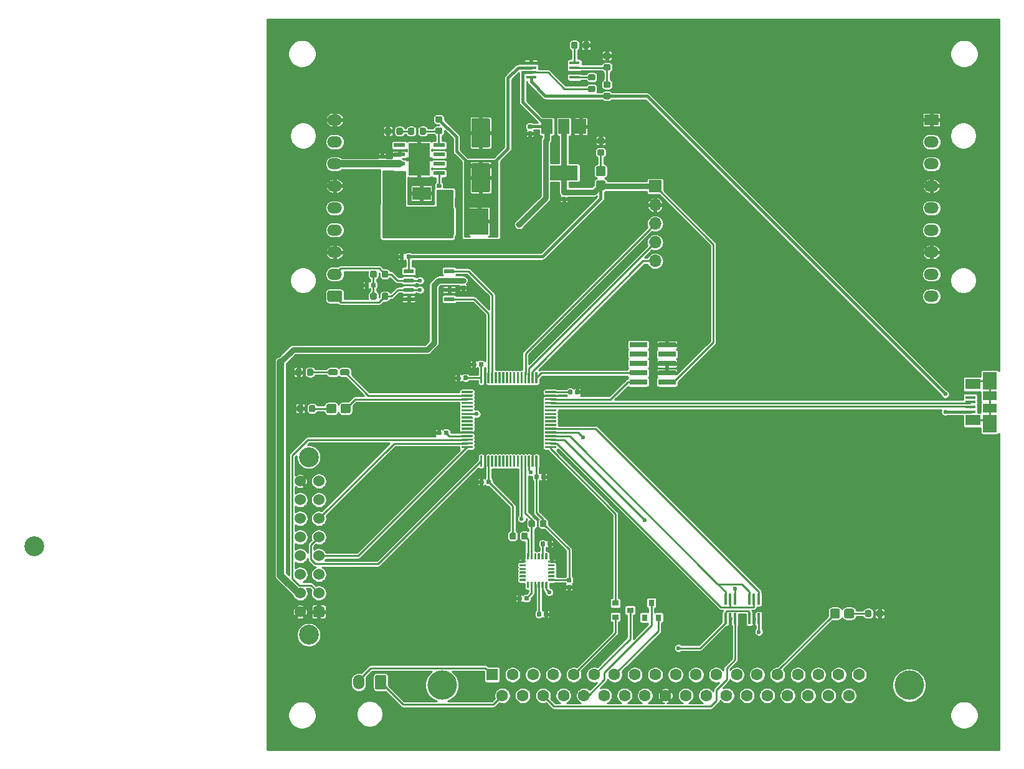
<source format=gbr>
G04 #@! TF.GenerationSoftware,KiCad,Pcbnew,(5.1.4)-1*
G04 #@! TF.CreationDate,2021-11-30T13:29:06-05:00*
G04 #@! TF.ProjectId,MC_Telem,4d435f54-656c-4656-9d2e-6b696361645f,rev?*
G04 #@! TF.SameCoordinates,Original*
G04 #@! TF.FileFunction,Copper,L1,Top*
G04 #@! TF.FilePolarity,Positive*
%FSLAX46Y46*%
G04 Gerber Fmt 4.6, Leading zero omitted, Abs format (unit mm)*
G04 Created by KiCad (PCBNEW (5.1.4)-1) date 2021-11-30 13:29:06*
%MOMM*%
%LPD*%
G04 APERTURE LIST*
%ADD10R,2.500000X3.600000*%
%ADD11C,0.100000*%
%ADD12C,2.500000*%
%ADD13O,1.500000X2.020000*%
%ADD14C,1.500000*%
%ADD15C,0.590000*%
%ADD16C,0.875000*%
%ADD17R,2.500000X1.800000*%
%ADD18C,0.600000*%
%ADD19R,1.550000X0.600000*%
%ADD20R,2.950000X4.500000*%
%ADD21R,2.600000X3.100000*%
%ADD22O,2.020000X1.500000*%
%ADD23C,1.300000*%
%ADD24R,0.800000X0.900000*%
%ADD25C,4.000000*%
%ADD26C,1.600000*%
%ADD27R,1.600000X1.600000*%
%ADD28R,1.500000X2.000000*%
%ADD29R,3.800000X2.000000*%
%ADD30C,2.700000*%
%ADD31C,1.524000*%
%ADD32R,0.400000X1.500000*%
%ADD33C,0.300000*%
%ADD34R,1.400000X0.600000*%
%ADD35R,1.450000X0.450000*%
%ADD36R,0.900000X0.800000*%
%ADD37O,1.700000X1.700000*%
%ADD38R,1.700000X1.700000*%
%ADD39R,1.900000X1.175000*%
%ADD40R,1.900000X2.375000*%
%ADD41R,2.100000X1.475000*%
%ADD42R,1.380000X0.450000*%
%ADD43R,2.400000X0.740000*%
%ADD44C,0.850000*%
%ADD45C,0.800000*%
%ADD46C,0.250000*%
%ADD47C,0.750000*%
%ADD48C,0.400000*%
%ADD49C,1.000000*%
%ADD50C,0.254000*%
G04 APERTURE END LIST*
D10*
X99400000Y-87820000D03*
X104100000Y-87820000D03*
D11*
G36*
X105324504Y-73751204D02*
G01*
X105348773Y-73754804D01*
X105372571Y-73760765D01*
X105395671Y-73769030D01*
X105417849Y-73779520D01*
X105438893Y-73792133D01*
X105458598Y-73806747D01*
X105476777Y-73823223D01*
X105493253Y-73841402D01*
X105507867Y-73861107D01*
X105520480Y-73882151D01*
X105530970Y-73904329D01*
X105539235Y-73927429D01*
X105545196Y-73951227D01*
X105548796Y-73975496D01*
X105550000Y-74000000D01*
X105550000Y-77500000D01*
X105548796Y-77524504D01*
X105545196Y-77548773D01*
X105539235Y-77572571D01*
X105530970Y-77595671D01*
X105520480Y-77617849D01*
X105507867Y-77638893D01*
X105493253Y-77658598D01*
X105476777Y-77676777D01*
X105458598Y-77693253D01*
X105438893Y-77707867D01*
X105417849Y-77720480D01*
X105395671Y-77730970D01*
X105372571Y-77739235D01*
X105348773Y-77745196D01*
X105324504Y-77748796D01*
X105300000Y-77750000D01*
X103300000Y-77750000D01*
X103275496Y-77748796D01*
X103251227Y-77745196D01*
X103227429Y-77739235D01*
X103204329Y-77730970D01*
X103182151Y-77720480D01*
X103161107Y-77707867D01*
X103141402Y-77693253D01*
X103123223Y-77676777D01*
X103106747Y-77658598D01*
X103092133Y-77638893D01*
X103079520Y-77617849D01*
X103069030Y-77595671D01*
X103060765Y-77572571D01*
X103054804Y-77548773D01*
X103051204Y-77524504D01*
X103050000Y-77500000D01*
X103050000Y-74000000D01*
X103051204Y-73975496D01*
X103054804Y-73951227D01*
X103060765Y-73927429D01*
X103069030Y-73904329D01*
X103079520Y-73882151D01*
X103092133Y-73861107D01*
X103106747Y-73841402D01*
X103123223Y-73823223D01*
X103141402Y-73806747D01*
X103161107Y-73792133D01*
X103182151Y-73779520D01*
X103204329Y-73769030D01*
X103227429Y-73760765D01*
X103251227Y-73754804D01*
X103275496Y-73751204D01*
X103300000Y-73750000D01*
X105300000Y-73750000D01*
X105324504Y-73751204D01*
X105324504Y-73751204D01*
G37*
D12*
X104300000Y-75750000D03*
D11*
G36*
X105324504Y-79851204D02*
G01*
X105348773Y-79854804D01*
X105372571Y-79860765D01*
X105395671Y-79869030D01*
X105417849Y-79879520D01*
X105438893Y-79892133D01*
X105458598Y-79906747D01*
X105476777Y-79923223D01*
X105493253Y-79941402D01*
X105507867Y-79961107D01*
X105520480Y-79982151D01*
X105530970Y-80004329D01*
X105539235Y-80027429D01*
X105545196Y-80051227D01*
X105548796Y-80075496D01*
X105550000Y-80100000D01*
X105550000Y-83600000D01*
X105548796Y-83624504D01*
X105545196Y-83648773D01*
X105539235Y-83672571D01*
X105530970Y-83695671D01*
X105520480Y-83717849D01*
X105507867Y-83738893D01*
X105493253Y-83758598D01*
X105476777Y-83776777D01*
X105458598Y-83793253D01*
X105438893Y-83807867D01*
X105417849Y-83820480D01*
X105395671Y-83830970D01*
X105372571Y-83839235D01*
X105348773Y-83845196D01*
X105324504Y-83848796D01*
X105300000Y-83850000D01*
X103300000Y-83850000D01*
X103275496Y-83848796D01*
X103251227Y-83845196D01*
X103227429Y-83839235D01*
X103204329Y-83830970D01*
X103182151Y-83820480D01*
X103161107Y-83807867D01*
X103141402Y-83793253D01*
X103123223Y-83776777D01*
X103106747Y-83758598D01*
X103092133Y-83738893D01*
X103079520Y-83717849D01*
X103069030Y-83695671D01*
X103060765Y-83672571D01*
X103054804Y-83648773D01*
X103051204Y-83624504D01*
X103050000Y-83600000D01*
X103050000Y-80100000D01*
X103051204Y-80075496D01*
X103054804Y-80051227D01*
X103060765Y-80027429D01*
X103069030Y-80004329D01*
X103079520Y-79982151D01*
X103092133Y-79961107D01*
X103106747Y-79941402D01*
X103123223Y-79923223D01*
X103141402Y-79906747D01*
X103161107Y-79892133D01*
X103182151Y-79879520D01*
X103204329Y-79869030D01*
X103227429Y-79860765D01*
X103251227Y-79854804D01*
X103275496Y-79851204D01*
X103300000Y-79850000D01*
X105300000Y-79850000D01*
X105324504Y-79851204D01*
X105324504Y-79851204D01*
G37*
D12*
X104300000Y-81850000D03*
D13*
X87700000Y-150525000D03*
D11*
G36*
X91224504Y-149516204D02*
G01*
X91248773Y-149519804D01*
X91272571Y-149525765D01*
X91295671Y-149534030D01*
X91317849Y-149544520D01*
X91338893Y-149557133D01*
X91358598Y-149571747D01*
X91376777Y-149588223D01*
X91393253Y-149606402D01*
X91407867Y-149626107D01*
X91420480Y-149647151D01*
X91430970Y-149669329D01*
X91439235Y-149692429D01*
X91445196Y-149716227D01*
X91448796Y-149740496D01*
X91450000Y-149765000D01*
X91450000Y-151285000D01*
X91448796Y-151309504D01*
X91445196Y-151333773D01*
X91439235Y-151357571D01*
X91430970Y-151380671D01*
X91420480Y-151402849D01*
X91407867Y-151423893D01*
X91393253Y-151443598D01*
X91376777Y-151461777D01*
X91358598Y-151478253D01*
X91338893Y-151492867D01*
X91317849Y-151505480D01*
X91295671Y-151515970D01*
X91272571Y-151524235D01*
X91248773Y-151530196D01*
X91224504Y-151533796D01*
X91200000Y-151535000D01*
X90200000Y-151535000D01*
X90175496Y-151533796D01*
X90151227Y-151530196D01*
X90127429Y-151524235D01*
X90104329Y-151515970D01*
X90082151Y-151505480D01*
X90061107Y-151492867D01*
X90041402Y-151478253D01*
X90023223Y-151461777D01*
X90006747Y-151443598D01*
X89992133Y-151423893D01*
X89979520Y-151402849D01*
X89969030Y-151380671D01*
X89960765Y-151357571D01*
X89954804Y-151333773D01*
X89951204Y-151309504D01*
X89950000Y-151285000D01*
X89950000Y-149765000D01*
X89951204Y-149740496D01*
X89954804Y-149716227D01*
X89960765Y-149692429D01*
X89969030Y-149669329D01*
X89979520Y-149647151D01*
X89992133Y-149626107D01*
X90006747Y-149606402D01*
X90023223Y-149588223D01*
X90041402Y-149571747D01*
X90061107Y-149557133D01*
X90082151Y-149544520D01*
X90104329Y-149534030D01*
X90127429Y-149525765D01*
X90151227Y-149519804D01*
X90175496Y-149516204D01*
X90200000Y-149515000D01*
X91200000Y-149515000D01*
X91224504Y-149516204D01*
X91224504Y-149516204D01*
G37*
D14*
X90700000Y-150525000D03*
D11*
G36*
X91086958Y-78675710D02*
G01*
X91101276Y-78677834D01*
X91115317Y-78681351D01*
X91128946Y-78686228D01*
X91142031Y-78692417D01*
X91154447Y-78699858D01*
X91166073Y-78708481D01*
X91176798Y-78718202D01*
X91186519Y-78728927D01*
X91195142Y-78740553D01*
X91202583Y-78752969D01*
X91208772Y-78766054D01*
X91213649Y-78779683D01*
X91217166Y-78793724D01*
X91219290Y-78808042D01*
X91220000Y-78822500D01*
X91220000Y-79117500D01*
X91219290Y-79131958D01*
X91217166Y-79146276D01*
X91213649Y-79160317D01*
X91208772Y-79173946D01*
X91202583Y-79187031D01*
X91195142Y-79199447D01*
X91186519Y-79211073D01*
X91176798Y-79221798D01*
X91166073Y-79231519D01*
X91154447Y-79240142D01*
X91142031Y-79247583D01*
X91128946Y-79253772D01*
X91115317Y-79258649D01*
X91101276Y-79262166D01*
X91086958Y-79264290D01*
X91072500Y-79265000D01*
X90727500Y-79265000D01*
X90713042Y-79264290D01*
X90698724Y-79262166D01*
X90684683Y-79258649D01*
X90671054Y-79253772D01*
X90657969Y-79247583D01*
X90645553Y-79240142D01*
X90633927Y-79231519D01*
X90623202Y-79221798D01*
X90613481Y-79211073D01*
X90604858Y-79199447D01*
X90597417Y-79187031D01*
X90591228Y-79173946D01*
X90586351Y-79160317D01*
X90582834Y-79146276D01*
X90580710Y-79131958D01*
X90580000Y-79117500D01*
X90580000Y-78822500D01*
X90580710Y-78808042D01*
X90582834Y-78793724D01*
X90586351Y-78779683D01*
X90591228Y-78766054D01*
X90597417Y-78752969D01*
X90604858Y-78740553D01*
X90613481Y-78728927D01*
X90623202Y-78718202D01*
X90633927Y-78708481D01*
X90645553Y-78699858D01*
X90657969Y-78692417D01*
X90671054Y-78686228D01*
X90684683Y-78681351D01*
X90698724Y-78677834D01*
X90713042Y-78675710D01*
X90727500Y-78675000D01*
X91072500Y-78675000D01*
X91086958Y-78675710D01*
X91086958Y-78675710D01*
G37*
D15*
X90900000Y-78970000D03*
D11*
G36*
X91086958Y-79645710D02*
G01*
X91101276Y-79647834D01*
X91115317Y-79651351D01*
X91128946Y-79656228D01*
X91142031Y-79662417D01*
X91154447Y-79669858D01*
X91166073Y-79678481D01*
X91176798Y-79688202D01*
X91186519Y-79698927D01*
X91195142Y-79710553D01*
X91202583Y-79722969D01*
X91208772Y-79736054D01*
X91213649Y-79749683D01*
X91217166Y-79763724D01*
X91219290Y-79778042D01*
X91220000Y-79792500D01*
X91220000Y-80087500D01*
X91219290Y-80101958D01*
X91217166Y-80116276D01*
X91213649Y-80130317D01*
X91208772Y-80143946D01*
X91202583Y-80157031D01*
X91195142Y-80169447D01*
X91186519Y-80181073D01*
X91176798Y-80191798D01*
X91166073Y-80201519D01*
X91154447Y-80210142D01*
X91142031Y-80217583D01*
X91128946Y-80223772D01*
X91115317Y-80228649D01*
X91101276Y-80232166D01*
X91086958Y-80234290D01*
X91072500Y-80235000D01*
X90727500Y-80235000D01*
X90713042Y-80234290D01*
X90698724Y-80232166D01*
X90684683Y-80228649D01*
X90671054Y-80223772D01*
X90657969Y-80217583D01*
X90645553Y-80210142D01*
X90633927Y-80201519D01*
X90623202Y-80191798D01*
X90613481Y-80181073D01*
X90604858Y-80169447D01*
X90597417Y-80157031D01*
X90591228Y-80143946D01*
X90586351Y-80130317D01*
X90582834Y-80116276D01*
X90580710Y-80101958D01*
X90580000Y-80087500D01*
X90580000Y-79792500D01*
X90580710Y-79778042D01*
X90582834Y-79763724D01*
X90586351Y-79749683D01*
X90591228Y-79736054D01*
X90597417Y-79722969D01*
X90604858Y-79710553D01*
X90613481Y-79698927D01*
X90623202Y-79688202D01*
X90633927Y-79678481D01*
X90645553Y-79669858D01*
X90657969Y-79662417D01*
X90671054Y-79656228D01*
X90684683Y-79651351D01*
X90698724Y-79647834D01*
X90713042Y-79645710D01*
X90727500Y-79645000D01*
X91072500Y-79645000D01*
X91086958Y-79645710D01*
X91086958Y-79645710D01*
G37*
D15*
X90900000Y-79940000D03*
D11*
G36*
X121727691Y-68748553D02*
G01*
X121748926Y-68751703D01*
X121769750Y-68756919D01*
X121789962Y-68764151D01*
X121809368Y-68773330D01*
X121827781Y-68784366D01*
X121845024Y-68797154D01*
X121860930Y-68811570D01*
X121875346Y-68827476D01*
X121888134Y-68844719D01*
X121899170Y-68863132D01*
X121908349Y-68882538D01*
X121915581Y-68902750D01*
X121920797Y-68923574D01*
X121923947Y-68944809D01*
X121925000Y-68966250D01*
X121925000Y-69403750D01*
X121923947Y-69425191D01*
X121920797Y-69446426D01*
X121915581Y-69467250D01*
X121908349Y-69487462D01*
X121899170Y-69506868D01*
X121888134Y-69525281D01*
X121875346Y-69542524D01*
X121860930Y-69558430D01*
X121845024Y-69572846D01*
X121827781Y-69585634D01*
X121809368Y-69596670D01*
X121789962Y-69605849D01*
X121769750Y-69613081D01*
X121748926Y-69618297D01*
X121727691Y-69621447D01*
X121706250Y-69622500D01*
X121193750Y-69622500D01*
X121172309Y-69621447D01*
X121151074Y-69618297D01*
X121130250Y-69613081D01*
X121110038Y-69605849D01*
X121090632Y-69596670D01*
X121072219Y-69585634D01*
X121054976Y-69572846D01*
X121039070Y-69558430D01*
X121024654Y-69542524D01*
X121011866Y-69525281D01*
X121000830Y-69506868D01*
X120991651Y-69487462D01*
X120984419Y-69467250D01*
X120979203Y-69446426D01*
X120976053Y-69425191D01*
X120975000Y-69403750D01*
X120975000Y-68966250D01*
X120976053Y-68944809D01*
X120979203Y-68923574D01*
X120984419Y-68902750D01*
X120991651Y-68882538D01*
X121000830Y-68863132D01*
X121011866Y-68844719D01*
X121024654Y-68827476D01*
X121039070Y-68811570D01*
X121054976Y-68797154D01*
X121072219Y-68784366D01*
X121090632Y-68773330D01*
X121110038Y-68764151D01*
X121130250Y-68756919D01*
X121151074Y-68751703D01*
X121172309Y-68748553D01*
X121193750Y-68747500D01*
X121706250Y-68747500D01*
X121727691Y-68748553D01*
X121727691Y-68748553D01*
G37*
D16*
X121450000Y-69185000D03*
D11*
G36*
X121727691Y-70323553D02*
G01*
X121748926Y-70326703D01*
X121769750Y-70331919D01*
X121789962Y-70339151D01*
X121809368Y-70348330D01*
X121827781Y-70359366D01*
X121845024Y-70372154D01*
X121860930Y-70386570D01*
X121875346Y-70402476D01*
X121888134Y-70419719D01*
X121899170Y-70438132D01*
X121908349Y-70457538D01*
X121915581Y-70477750D01*
X121920797Y-70498574D01*
X121923947Y-70519809D01*
X121925000Y-70541250D01*
X121925000Y-70978750D01*
X121923947Y-71000191D01*
X121920797Y-71021426D01*
X121915581Y-71042250D01*
X121908349Y-71062462D01*
X121899170Y-71081868D01*
X121888134Y-71100281D01*
X121875346Y-71117524D01*
X121860930Y-71133430D01*
X121845024Y-71147846D01*
X121827781Y-71160634D01*
X121809368Y-71171670D01*
X121789962Y-71180849D01*
X121769750Y-71188081D01*
X121748926Y-71193297D01*
X121727691Y-71196447D01*
X121706250Y-71197500D01*
X121193750Y-71197500D01*
X121172309Y-71196447D01*
X121151074Y-71193297D01*
X121130250Y-71188081D01*
X121110038Y-71180849D01*
X121090632Y-71171670D01*
X121072219Y-71160634D01*
X121054976Y-71147846D01*
X121039070Y-71133430D01*
X121024654Y-71117524D01*
X121011866Y-71100281D01*
X121000830Y-71081868D01*
X120991651Y-71062462D01*
X120984419Y-71042250D01*
X120979203Y-71021426D01*
X120976053Y-71000191D01*
X120975000Y-70978750D01*
X120975000Y-70541250D01*
X120976053Y-70519809D01*
X120979203Y-70498574D01*
X120984419Y-70477750D01*
X120991651Y-70457538D01*
X121000830Y-70438132D01*
X121011866Y-70419719D01*
X121024654Y-70402476D01*
X121039070Y-70386570D01*
X121054976Y-70372154D01*
X121072219Y-70359366D01*
X121090632Y-70348330D01*
X121110038Y-70339151D01*
X121130250Y-70331919D01*
X121151074Y-70326703D01*
X121172309Y-70323553D01*
X121193750Y-70322500D01*
X121706250Y-70322500D01*
X121727691Y-70323553D01*
X121727691Y-70323553D01*
G37*
D16*
X121450000Y-70760000D03*
D11*
G36*
X93701958Y-92280710D02*
G01*
X93716276Y-92282834D01*
X93730317Y-92286351D01*
X93743946Y-92291228D01*
X93757031Y-92297417D01*
X93769447Y-92304858D01*
X93781073Y-92313481D01*
X93791798Y-92323202D01*
X93801519Y-92333927D01*
X93810142Y-92345553D01*
X93817583Y-92357969D01*
X93823772Y-92371054D01*
X93828649Y-92384683D01*
X93832166Y-92398724D01*
X93834290Y-92413042D01*
X93835000Y-92427500D01*
X93835000Y-92772500D01*
X93834290Y-92786958D01*
X93832166Y-92801276D01*
X93828649Y-92815317D01*
X93823772Y-92828946D01*
X93817583Y-92842031D01*
X93810142Y-92854447D01*
X93801519Y-92866073D01*
X93791798Y-92876798D01*
X93781073Y-92886519D01*
X93769447Y-92895142D01*
X93757031Y-92902583D01*
X93743946Y-92908772D01*
X93730317Y-92913649D01*
X93716276Y-92917166D01*
X93701958Y-92919290D01*
X93687500Y-92920000D01*
X93392500Y-92920000D01*
X93378042Y-92919290D01*
X93363724Y-92917166D01*
X93349683Y-92913649D01*
X93336054Y-92908772D01*
X93322969Y-92902583D01*
X93310553Y-92895142D01*
X93298927Y-92886519D01*
X93288202Y-92876798D01*
X93278481Y-92866073D01*
X93269858Y-92854447D01*
X93262417Y-92842031D01*
X93256228Y-92828946D01*
X93251351Y-92815317D01*
X93247834Y-92801276D01*
X93245710Y-92786958D01*
X93245000Y-92772500D01*
X93245000Y-92427500D01*
X93245710Y-92413042D01*
X93247834Y-92398724D01*
X93251351Y-92384683D01*
X93256228Y-92371054D01*
X93262417Y-92357969D01*
X93269858Y-92345553D01*
X93278481Y-92333927D01*
X93288202Y-92323202D01*
X93298927Y-92313481D01*
X93310553Y-92304858D01*
X93322969Y-92297417D01*
X93336054Y-92291228D01*
X93349683Y-92286351D01*
X93363724Y-92282834D01*
X93378042Y-92280710D01*
X93392500Y-92280000D01*
X93687500Y-92280000D01*
X93701958Y-92280710D01*
X93701958Y-92280710D01*
G37*
D15*
X93540000Y-92600000D03*
D11*
G36*
X94671958Y-92280710D02*
G01*
X94686276Y-92282834D01*
X94700317Y-92286351D01*
X94713946Y-92291228D01*
X94727031Y-92297417D01*
X94739447Y-92304858D01*
X94751073Y-92313481D01*
X94761798Y-92323202D01*
X94771519Y-92333927D01*
X94780142Y-92345553D01*
X94787583Y-92357969D01*
X94793772Y-92371054D01*
X94798649Y-92384683D01*
X94802166Y-92398724D01*
X94804290Y-92413042D01*
X94805000Y-92427500D01*
X94805000Y-92772500D01*
X94804290Y-92786958D01*
X94802166Y-92801276D01*
X94798649Y-92815317D01*
X94793772Y-92828946D01*
X94787583Y-92842031D01*
X94780142Y-92854447D01*
X94771519Y-92866073D01*
X94761798Y-92876798D01*
X94751073Y-92886519D01*
X94739447Y-92895142D01*
X94727031Y-92902583D01*
X94713946Y-92908772D01*
X94700317Y-92913649D01*
X94686276Y-92917166D01*
X94671958Y-92919290D01*
X94657500Y-92920000D01*
X94362500Y-92920000D01*
X94348042Y-92919290D01*
X94333724Y-92917166D01*
X94319683Y-92913649D01*
X94306054Y-92908772D01*
X94292969Y-92902583D01*
X94280553Y-92895142D01*
X94268927Y-92886519D01*
X94258202Y-92876798D01*
X94248481Y-92866073D01*
X94239858Y-92854447D01*
X94232417Y-92842031D01*
X94226228Y-92828946D01*
X94221351Y-92815317D01*
X94217834Y-92801276D01*
X94215710Y-92786958D01*
X94215000Y-92772500D01*
X94215000Y-92427500D01*
X94215710Y-92413042D01*
X94217834Y-92398724D01*
X94221351Y-92384683D01*
X94226228Y-92371054D01*
X94232417Y-92357969D01*
X94239858Y-92345553D01*
X94248481Y-92333927D01*
X94258202Y-92323202D01*
X94268927Y-92313481D01*
X94280553Y-92304858D01*
X94292969Y-92297417D01*
X94306054Y-92291228D01*
X94319683Y-92286351D01*
X94333724Y-92282834D01*
X94348042Y-92280710D01*
X94362500Y-92280000D01*
X94657500Y-92280000D01*
X94671958Y-92280710D01*
X94671958Y-92280710D01*
G37*
D15*
X94510000Y-92600000D03*
D17*
X96250000Y-84000000D03*
X92250000Y-84000000D03*
D11*
G36*
X98811958Y-82705710D02*
G01*
X98826276Y-82707834D01*
X98840317Y-82711351D01*
X98853946Y-82716228D01*
X98867031Y-82722417D01*
X98879447Y-82729858D01*
X98891073Y-82738481D01*
X98901798Y-82748202D01*
X98911519Y-82758927D01*
X98920142Y-82770553D01*
X98927583Y-82782969D01*
X98933772Y-82796054D01*
X98938649Y-82809683D01*
X98942166Y-82823724D01*
X98944290Y-82838042D01*
X98945000Y-82852500D01*
X98945000Y-83147500D01*
X98944290Y-83161958D01*
X98942166Y-83176276D01*
X98938649Y-83190317D01*
X98933772Y-83203946D01*
X98927583Y-83217031D01*
X98920142Y-83229447D01*
X98911519Y-83241073D01*
X98901798Y-83251798D01*
X98891073Y-83261519D01*
X98879447Y-83270142D01*
X98867031Y-83277583D01*
X98853946Y-83283772D01*
X98840317Y-83288649D01*
X98826276Y-83292166D01*
X98811958Y-83294290D01*
X98797500Y-83295000D01*
X98452500Y-83295000D01*
X98438042Y-83294290D01*
X98423724Y-83292166D01*
X98409683Y-83288649D01*
X98396054Y-83283772D01*
X98382969Y-83277583D01*
X98370553Y-83270142D01*
X98358927Y-83261519D01*
X98348202Y-83251798D01*
X98338481Y-83241073D01*
X98329858Y-83229447D01*
X98322417Y-83217031D01*
X98316228Y-83203946D01*
X98311351Y-83190317D01*
X98307834Y-83176276D01*
X98305710Y-83161958D01*
X98305000Y-83147500D01*
X98305000Y-82852500D01*
X98305710Y-82838042D01*
X98307834Y-82823724D01*
X98311351Y-82809683D01*
X98316228Y-82796054D01*
X98322417Y-82782969D01*
X98329858Y-82770553D01*
X98338481Y-82758927D01*
X98348202Y-82748202D01*
X98358927Y-82738481D01*
X98370553Y-82729858D01*
X98382969Y-82722417D01*
X98396054Y-82716228D01*
X98409683Y-82711351D01*
X98423724Y-82707834D01*
X98438042Y-82705710D01*
X98452500Y-82705000D01*
X98797500Y-82705000D01*
X98811958Y-82705710D01*
X98811958Y-82705710D01*
G37*
D15*
X98625000Y-83000000D03*
D11*
G36*
X98811958Y-83675710D02*
G01*
X98826276Y-83677834D01*
X98840317Y-83681351D01*
X98853946Y-83686228D01*
X98867031Y-83692417D01*
X98879447Y-83699858D01*
X98891073Y-83708481D01*
X98901798Y-83718202D01*
X98911519Y-83728927D01*
X98920142Y-83740553D01*
X98927583Y-83752969D01*
X98933772Y-83766054D01*
X98938649Y-83779683D01*
X98942166Y-83793724D01*
X98944290Y-83808042D01*
X98945000Y-83822500D01*
X98945000Y-84117500D01*
X98944290Y-84131958D01*
X98942166Y-84146276D01*
X98938649Y-84160317D01*
X98933772Y-84173946D01*
X98927583Y-84187031D01*
X98920142Y-84199447D01*
X98911519Y-84211073D01*
X98901798Y-84221798D01*
X98891073Y-84231519D01*
X98879447Y-84240142D01*
X98867031Y-84247583D01*
X98853946Y-84253772D01*
X98840317Y-84258649D01*
X98826276Y-84262166D01*
X98811958Y-84264290D01*
X98797500Y-84265000D01*
X98452500Y-84265000D01*
X98438042Y-84264290D01*
X98423724Y-84262166D01*
X98409683Y-84258649D01*
X98396054Y-84253772D01*
X98382969Y-84247583D01*
X98370553Y-84240142D01*
X98358927Y-84231519D01*
X98348202Y-84221798D01*
X98338481Y-84211073D01*
X98329858Y-84199447D01*
X98322417Y-84187031D01*
X98316228Y-84173946D01*
X98311351Y-84160317D01*
X98307834Y-84146276D01*
X98305710Y-84131958D01*
X98305000Y-84117500D01*
X98305000Y-83822500D01*
X98305710Y-83808042D01*
X98307834Y-83793724D01*
X98311351Y-83779683D01*
X98316228Y-83766054D01*
X98322417Y-83752969D01*
X98329858Y-83740553D01*
X98338481Y-83728927D01*
X98348202Y-83718202D01*
X98358927Y-83708481D01*
X98370553Y-83699858D01*
X98382969Y-83692417D01*
X98396054Y-83686228D01*
X98409683Y-83681351D01*
X98423724Y-83677834D01*
X98438042Y-83675710D01*
X98452500Y-83675000D01*
X98797500Y-83675000D01*
X98811958Y-83675710D01*
X98811958Y-83675710D01*
G37*
D15*
X98625000Y-83970000D03*
D18*
X95332200Y-77565000D03*
X95332200Y-78665000D03*
X96532200Y-78665000D03*
X96532200Y-77565000D03*
X95332200Y-81165000D03*
X95332200Y-79965000D03*
X96532200Y-79965000D03*
X96532200Y-81165000D03*
D19*
X93232200Y-81270000D03*
X93232200Y-80000000D03*
X93232200Y-78730000D03*
X93232200Y-77460000D03*
X98632200Y-77460000D03*
X98632200Y-78730000D03*
X98632200Y-80000000D03*
X98632200Y-81270000D03*
D20*
X95932200Y-79365000D03*
D21*
X95932200Y-79365000D03*
D11*
G36*
X91932791Y-75075653D02*
G01*
X91954026Y-75078803D01*
X91974850Y-75084019D01*
X91995062Y-75091251D01*
X92014468Y-75100430D01*
X92032881Y-75111466D01*
X92050124Y-75124254D01*
X92066030Y-75138670D01*
X92080446Y-75154576D01*
X92093234Y-75171819D01*
X92104270Y-75190232D01*
X92113449Y-75209638D01*
X92120681Y-75229850D01*
X92125897Y-75250674D01*
X92129047Y-75271909D01*
X92130100Y-75293350D01*
X92130100Y-75805850D01*
X92129047Y-75827291D01*
X92125897Y-75848526D01*
X92120681Y-75869350D01*
X92113449Y-75889562D01*
X92104270Y-75908968D01*
X92093234Y-75927381D01*
X92080446Y-75944624D01*
X92066030Y-75960530D01*
X92050124Y-75974946D01*
X92032881Y-75987734D01*
X92014468Y-75998770D01*
X91995062Y-76007949D01*
X91974850Y-76015181D01*
X91954026Y-76020397D01*
X91932791Y-76023547D01*
X91911350Y-76024600D01*
X91473850Y-76024600D01*
X91452409Y-76023547D01*
X91431174Y-76020397D01*
X91410350Y-76015181D01*
X91390138Y-76007949D01*
X91370732Y-75998770D01*
X91352319Y-75987734D01*
X91335076Y-75974946D01*
X91319170Y-75960530D01*
X91304754Y-75944624D01*
X91291966Y-75927381D01*
X91280930Y-75908968D01*
X91271751Y-75889562D01*
X91264519Y-75869350D01*
X91259303Y-75848526D01*
X91256153Y-75827291D01*
X91255100Y-75805850D01*
X91255100Y-75293350D01*
X91256153Y-75271909D01*
X91259303Y-75250674D01*
X91264519Y-75229850D01*
X91271751Y-75209638D01*
X91280930Y-75190232D01*
X91291966Y-75171819D01*
X91304754Y-75154576D01*
X91319170Y-75138670D01*
X91335076Y-75124254D01*
X91352319Y-75111466D01*
X91370732Y-75100430D01*
X91390138Y-75091251D01*
X91410350Y-75084019D01*
X91431174Y-75078803D01*
X91452409Y-75075653D01*
X91473850Y-75074600D01*
X91911350Y-75074600D01*
X91932791Y-75075653D01*
X91932791Y-75075653D01*
G37*
D16*
X91692600Y-75549600D03*
D11*
G36*
X93507791Y-75075653D02*
G01*
X93529026Y-75078803D01*
X93549850Y-75084019D01*
X93570062Y-75091251D01*
X93589468Y-75100430D01*
X93607881Y-75111466D01*
X93625124Y-75124254D01*
X93641030Y-75138670D01*
X93655446Y-75154576D01*
X93668234Y-75171819D01*
X93679270Y-75190232D01*
X93688449Y-75209638D01*
X93695681Y-75229850D01*
X93700897Y-75250674D01*
X93704047Y-75271909D01*
X93705100Y-75293350D01*
X93705100Y-75805850D01*
X93704047Y-75827291D01*
X93700897Y-75848526D01*
X93695681Y-75869350D01*
X93688449Y-75889562D01*
X93679270Y-75908968D01*
X93668234Y-75927381D01*
X93655446Y-75944624D01*
X93641030Y-75960530D01*
X93625124Y-75974946D01*
X93607881Y-75987734D01*
X93589468Y-75998770D01*
X93570062Y-76007949D01*
X93549850Y-76015181D01*
X93529026Y-76020397D01*
X93507791Y-76023547D01*
X93486350Y-76024600D01*
X93048850Y-76024600D01*
X93027409Y-76023547D01*
X93006174Y-76020397D01*
X92985350Y-76015181D01*
X92965138Y-76007949D01*
X92945732Y-75998770D01*
X92927319Y-75987734D01*
X92910076Y-75974946D01*
X92894170Y-75960530D01*
X92879754Y-75944624D01*
X92866966Y-75927381D01*
X92855930Y-75908968D01*
X92846751Y-75889562D01*
X92839519Y-75869350D01*
X92834303Y-75848526D01*
X92831153Y-75827291D01*
X92830100Y-75805850D01*
X92830100Y-75293350D01*
X92831153Y-75271909D01*
X92834303Y-75250674D01*
X92839519Y-75229850D01*
X92846751Y-75209638D01*
X92855930Y-75190232D01*
X92866966Y-75171819D01*
X92879754Y-75154576D01*
X92894170Y-75138670D01*
X92910076Y-75124254D01*
X92927319Y-75111466D01*
X92945732Y-75100430D01*
X92965138Y-75091251D01*
X92985350Y-75084019D01*
X93006174Y-75078803D01*
X93027409Y-75075653D01*
X93048850Y-75074600D01*
X93486350Y-75074600D01*
X93507791Y-75075653D01*
X93507791Y-75075653D01*
G37*
D16*
X93267600Y-75549600D03*
D11*
G36*
X98877691Y-75063553D02*
G01*
X98898926Y-75066703D01*
X98919750Y-75071919D01*
X98939962Y-75079151D01*
X98959368Y-75088330D01*
X98977781Y-75099366D01*
X98995024Y-75112154D01*
X99010930Y-75126570D01*
X99025346Y-75142476D01*
X99038134Y-75159719D01*
X99049170Y-75178132D01*
X99058349Y-75197538D01*
X99065581Y-75217750D01*
X99070797Y-75238574D01*
X99073947Y-75259809D01*
X99075000Y-75281250D01*
X99075000Y-75718750D01*
X99073947Y-75740191D01*
X99070797Y-75761426D01*
X99065581Y-75782250D01*
X99058349Y-75802462D01*
X99049170Y-75821868D01*
X99038134Y-75840281D01*
X99025346Y-75857524D01*
X99010930Y-75873430D01*
X98995024Y-75887846D01*
X98977781Y-75900634D01*
X98959368Y-75911670D01*
X98939962Y-75920849D01*
X98919750Y-75928081D01*
X98898926Y-75933297D01*
X98877691Y-75936447D01*
X98856250Y-75937500D01*
X98343750Y-75937500D01*
X98322309Y-75936447D01*
X98301074Y-75933297D01*
X98280250Y-75928081D01*
X98260038Y-75920849D01*
X98240632Y-75911670D01*
X98222219Y-75900634D01*
X98204976Y-75887846D01*
X98189070Y-75873430D01*
X98174654Y-75857524D01*
X98161866Y-75840281D01*
X98150830Y-75821868D01*
X98141651Y-75802462D01*
X98134419Y-75782250D01*
X98129203Y-75761426D01*
X98126053Y-75740191D01*
X98125000Y-75718750D01*
X98125000Y-75281250D01*
X98126053Y-75259809D01*
X98129203Y-75238574D01*
X98134419Y-75217750D01*
X98141651Y-75197538D01*
X98150830Y-75178132D01*
X98161866Y-75159719D01*
X98174654Y-75142476D01*
X98189070Y-75126570D01*
X98204976Y-75112154D01*
X98222219Y-75099366D01*
X98240632Y-75088330D01*
X98260038Y-75079151D01*
X98280250Y-75071919D01*
X98301074Y-75066703D01*
X98322309Y-75063553D01*
X98343750Y-75062500D01*
X98856250Y-75062500D01*
X98877691Y-75063553D01*
X98877691Y-75063553D01*
G37*
D16*
X98600000Y-75500000D03*
D11*
G36*
X98877691Y-73488553D02*
G01*
X98898926Y-73491703D01*
X98919750Y-73496919D01*
X98939962Y-73504151D01*
X98959368Y-73513330D01*
X98977781Y-73524366D01*
X98995024Y-73537154D01*
X99010930Y-73551570D01*
X99025346Y-73567476D01*
X99038134Y-73584719D01*
X99049170Y-73603132D01*
X99058349Y-73622538D01*
X99065581Y-73642750D01*
X99070797Y-73663574D01*
X99073947Y-73684809D01*
X99075000Y-73706250D01*
X99075000Y-74143750D01*
X99073947Y-74165191D01*
X99070797Y-74186426D01*
X99065581Y-74207250D01*
X99058349Y-74227462D01*
X99049170Y-74246868D01*
X99038134Y-74265281D01*
X99025346Y-74282524D01*
X99010930Y-74298430D01*
X98995024Y-74312846D01*
X98977781Y-74325634D01*
X98959368Y-74336670D01*
X98939962Y-74345849D01*
X98919750Y-74353081D01*
X98898926Y-74358297D01*
X98877691Y-74361447D01*
X98856250Y-74362500D01*
X98343750Y-74362500D01*
X98322309Y-74361447D01*
X98301074Y-74358297D01*
X98280250Y-74353081D01*
X98260038Y-74345849D01*
X98240632Y-74336670D01*
X98222219Y-74325634D01*
X98204976Y-74312846D01*
X98189070Y-74298430D01*
X98174654Y-74282524D01*
X98161866Y-74265281D01*
X98150830Y-74246868D01*
X98141651Y-74227462D01*
X98134419Y-74207250D01*
X98129203Y-74186426D01*
X98126053Y-74165191D01*
X98125000Y-74143750D01*
X98125000Y-73706250D01*
X98126053Y-73684809D01*
X98129203Y-73663574D01*
X98134419Y-73642750D01*
X98141651Y-73622538D01*
X98150830Y-73603132D01*
X98161866Y-73584719D01*
X98174654Y-73567476D01*
X98189070Y-73551570D01*
X98204976Y-73537154D01*
X98222219Y-73524366D01*
X98240632Y-73513330D01*
X98260038Y-73504151D01*
X98280250Y-73496919D01*
X98301074Y-73491703D01*
X98322309Y-73488553D01*
X98343750Y-73487500D01*
X98856250Y-73487500D01*
X98877691Y-73488553D01*
X98877691Y-73488553D01*
G37*
D16*
X98600000Y-73925000D03*
D11*
G36*
X121731291Y-64843453D02*
G01*
X121752526Y-64846603D01*
X121773350Y-64851819D01*
X121793562Y-64859051D01*
X121812968Y-64868230D01*
X121831381Y-64879266D01*
X121848624Y-64892054D01*
X121864530Y-64906470D01*
X121878946Y-64922376D01*
X121891734Y-64939619D01*
X121902770Y-64958032D01*
X121911949Y-64977438D01*
X121919181Y-64997650D01*
X121924397Y-65018474D01*
X121927547Y-65039709D01*
X121928600Y-65061150D01*
X121928600Y-65498650D01*
X121927547Y-65520091D01*
X121924397Y-65541326D01*
X121919181Y-65562150D01*
X121911949Y-65582362D01*
X121902770Y-65601768D01*
X121891734Y-65620181D01*
X121878946Y-65637424D01*
X121864530Y-65653330D01*
X121848624Y-65667746D01*
X121831381Y-65680534D01*
X121812968Y-65691570D01*
X121793562Y-65700749D01*
X121773350Y-65707981D01*
X121752526Y-65713197D01*
X121731291Y-65716347D01*
X121709850Y-65717400D01*
X121197350Y-65717400D01*
X121175909Y-65716347D01*
X121154674Y-65713197D01*
X121133850Y-65707981D01*
X121113638Y-65700749D01*
X121094232Y-65691570D01*
X121075819Y-65680534D01*
X121058576Y-65667746D01*
X121042670Y-65653330D01*
X121028254Y-65637424D01*
X121015466Y-65620181D01*
X121004430Y-65601768D01*
X120995251Y-65582362D01*
X120988019Y-65562150D01*
X120982803Y-65541326D01*
X120979653Y-65520091D01*
X120978600Y-65498650D01*
X120978600Y-65061150D01*
X120979653Y-65039709D01*
X120982803Y-65018474D01*
X120988019Y-64997650D01*
X120995251Y-64977438D01*
X121004430Y-64958032D01*
X121015466Y-64939619D01*
X121028254Y-64922376D01*
X121042670Y-64906470D01*
X121058576Y-64892054D01*
X121075819Y-64879266D01*
X121094232Y-64868230D01*
X121113638Y-64859051D01*
X121133850Y-64851819D01*
X121154674Y-64846603D01*
X121175909Y-64843453D01*
X121197350Y-64842400D01*
X121709850Y-64842400D01*
X121731291Y-64843453D01*
X121731291Y-64843453D01*
G37*
D16*
X121453600Y-65279900D03*
D11*
G36*
X121731291Y-66418453D02*
G01*
X121752526Y-66421603D01*
X121773350Y-66426819D01*
X121793562Y-66434051D01*
X121812968Y-66443230D01*
X121831381Y-66454266D01*
X121848624Y-66467054D01*
X121864530Y-66481470D01*
X121878946Y-66497376D01*
X121891734Y-66514619D01*
X121902770Y-66533032D01*
X121911949Y-66552438D01*
X121919181Y-66572650D01*
X121924397Y-66593474D01*
X121927547Y-66614709D01*
X121928600Y-66636150D01*
X121928600Y-67073650D01*
X121927547Y-67095091D01*
X121924397Y-67116326D01*
X121919181Y-67137150D01*
X121911949Y-67157362D01*
X121902770Y-67176768D01*
X121891734Y-67195181D01*
X121878946Y-67212424D01*
X121864530Y-67228330D01*
X121848624Y-67242746D01*
X121831381Y-67255534D01*
X121812968Y-67266570D01*
X121793562Y-67275749D01*
X121773350Y-67282981D01*
X121752526Y-67288197D01*
X121731291Y-67291347D01*
X121709850Y-67292400D01*
X121197350Y-67292400D01*
X121175909Y-67291347D01*
X121154674Y-67288197D01*
X121133850Y-67282981D01*
X121113638Y-67275749D01*
X121094232Y-67266570D01*
X121075819Y-67255534D01*
X121058576Y-67242746D01*
X121042670Y-67228330D01*
X121028254Y-67212424D01*
X121015466Y-67195181D01*
X121004430Y-67176768D01*
X120995251Y-67157362D01*
X120988019Y-67137150D01*
X120982803Y-67116326D01*
X120979653Y-67095091D01*
X120978600Y-67073650D01*
X120978600Y-66636150D01*
X120979653Y-66614709D01*
X120982803Y-66593474D01*
X120988019Y-66572650D01*
X120995251Y-66552438D01*
X121004430Y-66533032D01*
X121015466Y-66514619D01*
X121028254Y-66497376D01*
X121042670Y-66481470D01*
X121058576Y-66467054D01*
X121075819Y-66454266D01*
X121094232Y-66443230D01*
X121113638Y-66434051D01*
X121133850Y-66426819D01*
X121154674Y-66421603D01*
X121175909Y-66418453D01*
X121197350Y-66417400D01*
X121709850Y-66417400D01*
X121731291Y-66418453D01*
X121731291Y-66418453D01*
G37*
D16*
X121453600Y-66854900D03*
D11*
G36*
X95082191Y-75075653D02*
G01*
X95103426Y-75078803D01*
X95124250Y-75084019D01*
X95144462Y-75091251D01*
X95163868Y-75100430D01*
X95182281Y-75111466D01*
X95199524Y-75124254D01*
X95215430Y-75138670D01*
X95229846Y-75154576D01*
X95242634Y-75171819D01*
X95253670Y-75190232D01*
X95262849Y-75209638D01*
X95270081Y-75229850D01*
X95275297Y-75250674D01*
X95278447Y-75271909D01*
X95279500Y-75293350D01*
X95279500Y-75805850D01*
X95278447Y-75827291D01*
X95275297Y-75848526D01*
X95270081Y-75869350D01*
X95262849Y-75889562D01*
X95253670Y-75908968D01*
X95242634Y-75927381D01*
X95229846Y-75944624D01*
X95215430Y-75960530D01*
X95199524Y-75974946D01*
X95182281Y-75987734D01*
X95163868Y-75998770D01*
X95144462Y-76007949D01*
X95124250Y-76015181D01*
X95103426Y-76020397D01*
X95082191Y-76023547D01*
X95060750Y-76024600D01*
X94623250Y-76024600D01*
X94601809Y-76023547D01*
X94580574Y-76020397D01*
X94559750Y-76015181D01*
X94539538Y-76007949D01*
X94520132Y-75998770D01*
X94501719Y-75987734D01*
X94484476Y-75974946D01*
X94468570Y-75960530D01*
X94454154Y-75944624D01*
X94441366Y-75927381D01*
X94430330Y-75908968D01*
X94421151Y-75889562D01*
X94413919Y-75869350D01*
X94408703Y-75848526D01*
X94405553Y-75827291D01*
X94404500Y-75805850D01*
X94404500Y-75293350D01*
X94405553Y-75271909D01*
X94408703Y-75250674D01*
X94413919Y-75229850D01*
X94421151Y-75209638D01*
X94430330Y-75190232D01*
X94441366Y-75171819D01*
X94454154Y-75154576D01*
X94468570Y-75138670D01*
X94484476Y-75124254D01*
X94501719Y-75111466D01*
X94520132Y-75100430D01*
X94539538Y-75091251D01*
X94559750Y-75084019D01*
X94580574Y-75078803D01*
X94601809Y-75075653D01*
X94623250Y-75074600D01*
X95060750Y-75074600D01*
X95082191Y-75075653D01*
X95082191Y-75075653D01*
G37*
D16*
X94842000Y-75549600D03*
D11*
G36*
X96657191Y-75075653D02*
G01*
X96678426Y-75078803D01*
X96699250Y-75084019D01*
X96719462Y-75091251D01*
X96738868Y-75100430D01*
X96757281Y-75111466D01*
X96774524Y-75124254D01*
X96790430Y-75138670D01*
X96804846Y-75154576D01*
X96817634Y-75171819D01*
X96828670Y-75190232D01*
X96837849Y-75209638D01*
X96845081Y-75229850D01*
X96850297Y-75250674D01*
X96853447Y-75271909D01*
X96854500Y-75293350D01*
X96854500Y-75805850D01*
X96853447Y-75827291D01*
X96850297Y-75848526D01*
X96845081Y-75869350D01*
X96837849Y-75889562D01*
X96828670Y-75908968D01*
X96817634Y-75927381D01*
X96804846Y-75944624D01*
X96790430Y-75960530D01*
X96774524Y-75974946D01*
X96757281Y-75987734D01*
X96738868Y-75998770D01*
X96719462Y-76007949D01*
X96699250Y-76015181D01*
X96678426Y-76020397D01*
X96657191Y-76023547D01*
X96635750Y-76024600D01*
X96198250Y-76024600D01*
X96176809Y-76023547D01*
X96155574Y-76020397D01*
X96134750Y-76015181D01*
X96114538Y-76007949D01*
X96095132Y-75998770D01*
X96076719Y-75987734D01*
X96059476Y-75974946D01*
X96043570Y-75960530D01*
X96029154Y-75944624D01*
X96016366Y-75927381D01*
X96005330Y-75908968D01*
X95996151Y-75889562D01*
X95988919Y-75869350D01*
X95983703Y-75848526D01*
X95980553Y-75827291D01*
X95979500Y-75805850D01*
X95979500Y-75293350D01*
X95980553Y-75271909D01*
X95983703Y-75250674D01*
X95988919Y-75229850D01*
X95996151Y-75209638D01*
X96005330Y-75190232D01*
X96016366Y-75171819D01*
X96029154Y-75154576D01*
X96043570Y-75138670D01*
X96059476Y-75124254D01*
X96076719Y-75111466D01*
X96095132Y-75100430D01*
X96114538Y-75091251D01*
X96134750Y-75084019D01*
X96155574Y-75078803D01*
X96176809Y-75075653D01*
X96198250Y-75074600D01*
X96635750Y-75074600D01*
X96657191Y-75075653D01*
X96657191Y-75075653D01*
G37*
D16*
X96417000Y-75549600D03*
D22*
X165570000Y-98000000D03*
X165570000Y-95000000D03*
X165570000Y-92000000D03*
X165570000Y-89000000D03*
X165570000Y-86000000D03*
X165570000Y-83000000D03*
X165570000Y-80000000D03*
X165570000Y-77000000D03*
D11*
G36*
X166354504Y-73251204D02*
G01*
X166378773Y-73254804D01*
X166402571Y-73260765D01*
X166425671Y-73269030D01*
X166447849Y-73279520D01*
X166468893Y-73292133D01*
X166488598Y-73306747D01*
X166506777Y-73323223D01*
X166523253Y-73341402D01*
X166537867Y-73361107D01*
X166550480Y-73382151D01*
X166560970Y-73404329D01*
X166569235Y-73427429D01*
X166575196Y-73451227D01*
X166578796Y-73475496D01*
X166580000Y-73500000D01*
X166580000Y-74500000D01*
X166578796Y-74524504D01*
X166575196Y-74548773D01*
X166569235Y-74572571D01*
X166560970Y-74595671D01*
X166550480Y-74617849D01*
X166537867Y-74638893D01*
X166523253Y-74658598D01*
X166506777Y-74676777D01*
X166488598Y-74693253D01*
X166468893Y-74707867D01*
X166447849Y-74720480D01*
X166425671Y-74730970D01*
X166402571Y-74739235D01*
X166378773Y-74745196D01*
X166354504Y-74748796D01*
X166330000Y-74750000D01*
X164810000Y-74750000D01*
X164785496Y-74748796D01*
X164761227Y-74745196D01*
X164737429Y-74739235D01*
X164714329Y-74730970D01*
X164692151Y-74720480D01*
X164671107Y-74707867D01*
X164651402Y-74693253D01*
X164633223Y-74676777D01*
X164616747Y-74658598D01*
X164602133Y-74638893D01*
X164589520Y-74617849D01*
X164579030Y-74595671D01*
X164570765Y-74572571D01*
X164564804Y-74548773D01*
X164561204Y-74524504D01*
X164560000Y-74500000D01*
X164560000Y-73500000D01*
X164561204Y-73475496D01*
X164564804Y-73451227D01*
X164570765Y-73427429D01*
X164579030Y-73404329D01*
X164589520Y-73382151D01*
X164602133Y-73361107D01*
X164616747Y-73341402D01*
X164633223Y-73323223D01*
X164651402Y-73306747D01*
X164671107Y-73292133D01*
X164692151Y-73279520D01*
X164714329Y-73269030D01*
X164737429Y-73260765D01*
X164761227Y-73254804D01*
X164785496Y-73251204D01*
X164810000Y-73250000D01*
X166330000Y-73250000D01*
X166354504Y-73251204D01*
X166354504Y-73251204D01*
G37*
D14*
X165570000Y-74000000D03*
D11*
G36*
X157212191Y-140699253D02*
G01*
X157233426Y-140702403D01*
X157254250Y-140707619D01*
X157274462Y-140714851D01*
X157293868Y-140724030D01*
X157312281Y-140735066D01*
X157329524Y-140747854D01*
X157345430Y-140762270D01*
X157359846Y-140778176D01*
X157372634Y-140795419D01*
X157383670Y-140813832D01*
X157392849Y-140833238D01*
X157400081Y-140853450D01*
X157405297Y-140874274D01*
X157408447Y-140895509D01*
X157409500Y-140916950D01*
X157409500Y-141429450D01*
X157408447Y-141450891D01*
X157405297Y-141472126D01*
X157400081Y-141492950D01*
X157392849Y-141513162D01*
X157383670Y-141532568D01*
X157372634Y-141550981D01*
X157359846Y-141568224D01*
X157345430Y-141584130D01*
X157329524Y-141598546D01*
X157312281Y-141611334D01*
X157293868Y-141622370D01*
X157274462Y-141631549D01*
X157254250Y-141638781D01*
X157233426Y-141643997D01*
X157212191Y-141647147D01*
X157190750Y-141648200D01*
X156753250Y-141648200D01*
X156731809Y-141647147D01*
X156710574Y-141643997D01*
X156689750Y-141638781D01*
X156669538Y-141631549D01*
X156650132Y-141622370D01*
X156631719Y-141611334D01*
X156614476Y-141598546D01*
X156598570Y-141584130D01*
X156584154Y-141568224D01*
X156571366Y-141550981D01*
X156560330Y-141532568D01*
X156551151Y-141513162D01*
X156543919Y-141492950D01*
X156538703Y-141472126D01*
X156535553Y-141450891D01*
X156534500Y-141429450D01*
X156534500Y-140916950D01*
X156535553Y-140895509D01*
X156538703Y-140874274D01*
X156543919Y-140853450D01*
X156551151Y-140833238D01*
X156560330Y-140813832D01*
X156571366Y-140795419D01*
X156584154Y-140778176D01*
X156598570Y-140762270D01*
X156614476Y-140747854D01*
X156631719Y-140735066D01*
X156650132Y-140724030D01*
X156669538Y-140714851D01*
X156689750Y-140707619D01*
X156710574Y-140702403D01*
X156731809Y-140699253D01*
X156753250Y-140698200D01*
X157190750Y-140698200D01*
X157212191Y-140699253D01*
X157212191Y-140699253D01*
G37*
D16*
X156972000Y-141173200D03*
D11*
G36*
X158787191Y-140699253D02*
G01*
X158808426Y-140702403D01*
X158829250Y-140707619D01*
X158849462Y-140714851D01*
X158868868Y-140724030D01*
X158887281Y-140735066D01*
X158904524Y-140747854D01*
X158920430Y-140762270D01*
X158934846Y-140778176D01*
X158947634Y-140795419D01*
X158958670Y-140813832D01*
X158967849Y-140833238D01*
X158975081Y-140853450D01*
X158980297Y-140874274D01*
X158983447Y-140895509D01*
X158984500Y-140916950D01*
X158984500Y-141429450D01*
X158983447Y-141450891D01*
X158980297Y-141472126D01*
X158975081Y-141492950D01*
X158967849Y-141513162D01*
X158958670Y-141532568D01*
X158947634Y-141550981D01*
X158934846Y-141568224D01*
X158920430Y-141584130D01*
X158904524Y-141598546D01*
X158887281Y-141611334D01*
X158868868Y-141622370D01*
X158849462Y-141631549D01*
X158829250Y-141638781D01*
X158808426Y-141643997D01*
X158787191Y-141647147D01*
X158765750Y-141648200D01*
X158328250Y-141648200D01*
X158306809Y-141647147D01*
X158285574Y-141643997D01*
X158264750Y-141638781D01*
X158244538Y-141631549D01*
X158225132Y-141622370D01*
X158206719Y-141611334D01*
X158189476Y-141598546D01*
X158173570Y-141584130D01*
X158159154Y-141568224D01*
X158146366Y-141550981D01*
X158135330Y-141532568D01*
X158126151Y-141513162D01*
X158118919Y-141492950D01*
X158113703Y-141472126D01*
X158110553Y-141450891D01*
X158109500Y-141429450D01*
X158109500Y-140916950D01*
X158110553Y-140895509D01*
X158113703Y-140874274D01*
X158118919Y-140853450D01*
X158126151Y-140833238D01*
X158135330Y-140813832D01*
X158146366Y-140795419D01*
X158159154Y-140778176D01*
X158173570Y-140762270D01*
X158189476Y-140747854D01*
X158206719Y-140735066D01*
X158225132Y-140724030D01*
X158244538Y-140714851D01*
X158264750Y-140707619D01*
X158285574Y-140702403D01*
X158306809Y-140699253D01*
X158328250Y-140698200D01*
X158765750Y-140698200D01*
X158787191Y-140699253D01*
X158787191Y-140699253D01*
G37*
D16*
X158547000Y-141173200D03*
D11*
G36*
X152887804Y-140524404D02*
G01*
X152912073Y-140528004D01*
X152935871Y-140533965D01*
X152958971Y-140542230D01*
X152981149Y-140552720D01*
X153002193Y-140565333D01*
X153021898Y-140579947D01*
X153040077Y-140596423D01*
X153056553Y-140614602D01*
X153071167Y-140634307D01*
X153083780Y-140655351D01*
X153094270Y-140677529D01*
X153102535Y-140700629D01*
X153108496Y-140724427D01*
X153112096Y-140748696D01*
X153113300Y-140773200D01*
X153113300Y-141573200D01*
X153112096Y-141597704D01*
X153108496Y-141621973D01*
X153102535Y-141645771D01*
X153094270Y-141668871D01*
X153083780Y-141691049D01*
X153071167Y-141712093D01*
X153056553Y-141731798D01*
X153040077Y-141749977D01*
X153021898Y-141766453D01*
X153002193Y-141781067D01*
X152981149Y-141793680D01*
X152958971Y-141804170D01*
X152935871Y-141812435D01*
X152912073Y-141818396D01*
X152887804Y-141821996D01*
X152863300Y-141823200D01*
X152038300Y-141823200D01*
X152013796Y-141821996D01*
X151989527Y-141818396D01*
X151965729Y-141812435D01*
X151942629Y-141804170D01*
X151920451Y-141793680D01*
X151899407Y-141781067D01*
X151879702Y-141766453D01*
X151861523Y-141749977D01*
X151845047Y-141731798D01*
X151830433Y-141712093D01*
X151817820Y-141691049D01*
X151807330Y-141668871D01*
X151799065Y-141645771D01*
X151793104Y-141621973D01*
X151789504Y-141597704D01*
X151788300Y-141573200D01*
X151788300Y-140773200D01*
X151789504Y-140748696D01*
X151793104Y-140724427D01*
X151799065Y-140700629D01*
X151807330Y-140677529D01*
X151817820Y-140655351D01*
X151830433Y-140634307D01*
X151845047Y-140614602D01*
X151861523Y-140596423D01*
X151879702Y-140579947D01*
X151899407Y-140565333D01*
X151920451Y-140552720D01*
X151942629Y-140542230D01*
X151965729Y-140533965D01*
X151989527Y-140528004D01*
X152013796Y-140524404D01*
X152038300Y-140523200D01*
X152863300Y-140523200D01*
X152887804Y-140524404D01*
X152887804Y-140524404D01*
G37*
D23*
X152450800Y-141173200D03*
D11*
G36*
X154812804Y-140524404D02*
G01*
X154837073Y-140528004D01*
X154860871Y-140533965D01*
X154883971Y-140542230D01*
X154906149Y-140552720D01*
X154927193Y-140565333D01*
X154946898Y-140579947D01*
X154965077Y-140596423D01*
X154981553Y-140614602D01*
X154996167Y-140634307D01*
X155008780Y-140655351D01*
X155019270Y-140677529D01*
X155027535Y-140700629D01*
X155033496Y-140724427D01*
X155037096Y-140748696D01*
X155038300Y-140773200D01*
X155038300Y-141573200D01*
X155037096Y-141597704D01*
X155033496Y-141621973D01*
X155027535Y-141645771D01*
X155019270Y-141668871D01*
X155008780Y-141691049D01*
X154996167Y-141712093D01*
X154981553Y-141731798D01*
X154965077Y-141749977D01*
X154946898Y-141766453D01*
X154927193Y-141781067D01*
X154906149Y-141793680D01*
X154883971Y-141804170D01*
X154860871Y-141812435D01*
X154837073Y-141818396D01*
X154812804Y-141821996D01*
X154788300Y-141823200D01*
X153963300Y-141823200D01*
X153938796Y-141821996D01*
X153914527Y-141818396D01*
X153890729Y-141812435D01*
X153867629Y-141804170D01*
X153845451Y-141793680D01*
X153824407Y-141781067D01*
X153804702Y-141766453D01*
X153786523Y-141749977D01*
X153770047Y-141731798D01*
X153755433Y-141712093D01*
X153742820Y-141691049D01*
X153732330Y-141668871D01*
X153724065Y-141645771D01*
X153718104Y-141621973D01*
X153714504Y-141597704D01*
X153713300Y-141573200D01*
X153713300Y-140773200D01*
X153714504Y-140748696D01*
X153718104Y-140724427D01*
X153724065Y-140700629D01*
X153732330Y-140677529D01*
X153742820Y-140655351D01*
X153755433Y-140634307D01*
X153770047Y-140614602D01*
X153786523Y-140596423D01*
X153804702Y-140579947D01*
X153824407Y-140565333D01*
X153845451Y-140552720D01*
X153867629Y-140542230D01*
X153890729Y-140533965D01*
X153914527Y-140528004D01*
X153938796Y-140524404D01*
X153963300Y-140523200D01*
X154788300Y-140523200D01*
X154812804Y-140524404D01*
X154812804Y-140524404D01*
G37*
D23*
X154375800Y-141173200D03*
D24*
X127500000Y-139725400D03*
X128450000Y-141725400D03*
X126550000Y-141725400D03*
D25*
X162530000Y-150920000D03*
X99030000Y-150920000D03*
D26*
X154325000Y-152340000D03*
X151555000Y-152340000D03*
X148785000Y-152340000D03*
X146015000Y-152340000D03*
X143245000Y-152340000D03*
X140475000Y-152340000D03*
X137705000Y-152340000D03*
X134935000Y-152340000D03*
X132165000Y-152340000D03*
X129395000Y-152340000D03*
X126625000Y-152340000D03*
X123855000Y-152340000D03*
X121085000Y-152340000D03*
X118315000Y-152340000D03*
X115545000Y-152340000D03*
X112775000Y-152340000D03*
X110005000Y-152340000D03*
X107235000Y-152340000D03*
X155710000Y-149500000D03*
X152940000Y-149500000D03*
X150170000Y-149500000D03*
X147400000Y-149500000D03*
X144630000Y-149500000D03*
X141860000Y-149500000D03*
X139090000Y-149500000D03*
X136320000Y-149500000D03*
X133550000Y-149500000D03*
X130780000Y-149500000D03*
X128010000Y-149500000D03*
X125240000Y-149500000D03*
X122470000Y-149500000D03*
X119700000Y-149500000D03*
X116930000Y-149500000D03*
X114160000Y-149500000D03*
X111390000Y-149500000D03*
X108620000Y-149500000D03*
D27*
X105850000Y-149500000D03*
D11*
G36*
X120889691Y-76415453D02*
G01*
X120910926Y-76418603D01*
X120931750Y-76423819D01*
X120951962Y-76431051D01*
X120971368Y-76440230D01*
X120989781Y-76451266D01*
X121007024Y-76464054D01*
X121022930Y-76478470D01*
X121037346Y-76494376D01*
X121050134Y-76511619D01*
X121061170Y-76530032D01*
X121070349Y-76549438D01*
X121077581Y-76569650D01*
X121082797Y-76590474D01*
X121085947Y-76611709D01*
X121087000Y-76633150D01*
X121087000Y-77070650D01*
X121085947Y-77092091D01*
X121082797Y-77113326D01*
X121077581Y-77134150D01*
X121070349Y-77154362D01*
X121061170Y-77173768D01*
X121050134Y-77192181D01*
X121037346Y-77209424D01*
X121022930Y-77225330D01*
X121007024Y-77239746D01*
X120989781Y-77252534D01*
X120971368Y-77263570D01*
X120951962Y-77272749D01*
X120931750Y-77279981D01*
X120910926Y-77285197D01*
X120889691Y-77288347D01*
X120868250Y-77289400D01*
X120355750Y-77289400D01*
X120334309Y-77288347D01*
X120313074Y-77285197D01*
X120292250Y-77279981D01*
X120272038Y-77272749D01*
X120252632Y-77263570D01*
X120234219Y-77252534D01*
X120216976Y-77239746D01*
X120201070Y-77225330D01*
X120186654Y-77209424D01*
X120173866Y-77192181D01*
X120162830Y-77173768D01*
X120153651Y-77154362D01*
X120146419Y-77134150D01*
X120141203Y-77113326D01*
X120138053Y-77092091D01*
X120137000Y-77070650D01*
X120137000Y-76633150D01*
X120138053Y-76611709D01*
X120141203Y-76590474D01*
X120146419Y-76569650D01*
X120153651Y-76549438D01*
X120162830Y-76530032D01*
X120173866Y-76511619D01*
X120186654Y-76494376D01*
X120201070Y-76478470D01*
X120216976Y-76464054D01*
X120234219Y-76451266D01*
X120252632Y-76440230D01*
X120272038Y-76431051D01*
X120292250Y-76423819D01*
X120313074Y-76418603D01*
X120334309Y-76415453D01*
X120355750Y-76414400D01*
X120868250Y-76414400D01*
X120889691Y-76415453D01*
X120889691Y-76415453D01*
G37*
D16*
X120612000Y-76851900D03*
D11*
G36*
X120889691Y-77990453D02*
G01*
X120910926Y-77993603D01*
X120931750Y-77998819D01*
X120951962Y-78006051D01*
X120971368Y-78015230D01*
X120989781Y-78026266D01*
X121007024Y-78039054D01*
X121022930Y-78053470D01*
X121037346Y-78069376D01*
X121050134Y-78086619D01*
X121061170Y-78105032D01*
X121070349Y-78124438D01*
X121077581Y-78144650D01*
X121082797Y-78165474D01*
X121085947Y-78186709D01*
X121087000Y-78208150D01*
X121087000Y-78645650D01*
X121085947Y-78667091D01*
X121082797Y-78688326D01*
X121077581Y-78709150D01*
X121070349Y-78729362D01*
X121061170Y-78748768D01*
X121050134Y-78767181D01*
X121037346Y-78784424D01*
X121022930Y-78800330D01*
X121007024Y-78814746D01*
X120989781Y-78827534D01*
X120971368Y-78838570D01*
X120951962Y-78847749D01*
X120931750Y-78854981D01*
X120910926Y-78860197D01*
X120889691Y-78863347D01*
X120868250Y-78864400D01*
X120355750Y-78864400D01*
X120334309Y-78863347D01*
X120313074Y-78860197D01*
X120292250Y-78854981D01*
X120272038Y-78847749D01*
X120252632Y-78838570D01*
X120234219Y-78827534D01*
X120216976Y-78814746D01*
X120201070Y-78800330D01*
X120186654Y-78784424D01*
X120173866Y-78767181D01*
X120162830Y-78748768D01*
X120153651Y-78729362D01*
X120146419Y-78709150D01*
X120141203Y-78688326D01*
X120138053Y-78667091D01*
X120137000Y-78645650D01*
X120137000Y-78208150D01*
X120138053Y-78186709D01*
X120141203Y-78165474D01*
X120146419Y-78144650D01*
X120153651Y-78124438D01*
X120162830Y-78105032D01*
X120173866Y-78086619D01*
X120186654Y-78069376D01*
X120201070Y-78053470D01*
X120216976Y-78039054D01*
X120234219Y-78026266D01*
X120252632Y-78015230D01*
X120272038Y-78006051D01*
X120292250Y-77998819D01*
X120313074Y-77993603D01*
X120334309Y-77990453D01*
X120355750Y-77989400D01*
X120868250Y-77989400D01*
X120889691Y-77990453D01*
X120889691Y-77990453D01*
G37*
D16*
X120612000Y-78426900D03*
D11*
G36*
X121036504Y-82235904D02*
G01*
X121060773Y-82239504D01*
X121084571Y-82245465D01*
X121107671Y-82253730D01*
X121129849Y-82264220D01*
X121150893Y-82276833D01*
X121170598Y-82291447D01*
X121188777Y-82307923D01*
X121205253Y-82326102D01*
X121219867Y-82345807D01*
X121232480Y-82366851D01*
X121242970Y-82389029D01*
X121251235Y-82412129D01*
X121257196Y-82435927D01*
X121260796Y-82460196D01*
X121262000Y-82484700D01*
X121262000Y-83309700D01*
X121260796Y-83334204D01*
X121257196Y-83358473D01*
X121251235Y-83382271D01*
X121242970Y-83405371D01*
X121232480Y-83427549D01*
X121219867Y-83448593D01*
X121205253Y-83468298D01*
X121188777Y-83486477D01*
X121170598Y-83502953D01*
X121150893Y-83517567D01*
X121129849Y-83530180D01*
X121107671Y-83540670D01*
X121084571Y-83548935D01*
X121060773Y-83554896D01*
X121036504Y-83558496D01*
X121012000Y-83559700D01*
X120212000Y-83559700D01*
X120187496Y-83558496D01*
X120163227Y-83554896D01*
X120139429Y-83548935D01*
X120116329Y-83540670D01*
X120094151Y-83530180D01*
X120073107Y-83517567D01*
X120053402Y-83502953D01*
X120035223Y-83486477D01*
X120018747Y-83468298D01*
X120004133Y-83448593D01*
X119991520Y-83427549D01*
X119981030Y-83405371D01*
X119972765Y-83382271D01*
X119966804Y-83358473D01*
X119963204Y-83334204D01*
X119962000Y-83309700D01*
X119962000Y-82484700D01*
X119963204Y-82460196D01*
X119966804Y-82435927D01*
X119972765Y-82412129D01*
X119981030Y-82389029D01*
X119991520Y-82366851D01*
X120004133Y-82345807D01*
X120018747Y-82326102D01*
X120035223Y-82307923D01*
X120053402Y-82291447D01*
X120073107Y-82276833D01*
X120094151Y-82264220D01*
X120116329Y-82253730D01*
X120139429Y-82245465D01*
X120163227Y-82239504D01*
X120187496Y-82235904D01*
X120212000Y-82234700D01*
X121012000Y-82234700D01*
X121036504Y-82235904D01*
X121036504Y-82235904D01*
G37*
D23*
X120612000Y-82897200D03*
D11*
G36*
X121036504Y-80310904D02*
G01*
X121060773Y-80314504D01*
X121084571Y-80320465D01*
X121107671Y-80328730D01*
X121129849Y-80339220D01*
X121150893Y-80351833D01*
X121170598Y-80366447D01*
X121188777Y-80382923D01*
X121205253Y-80401102D01*
X121219867Y-80420807D01*
X121232480Y-80441851D01*
X121242970Y-80464029D01*
X121251235Y-80487129D01*
X121257196Y-80510927D01*
X121260796Y-80535196D01*
X121262000Y-80559700D01*
X121262000Y-81384700D01*
X121260796Y-81409204D01*
X121257196Y-81433473D01*
X121251235Y-81457271D01*
X121242970Y-81480371D01*
X121232480Y-81502549D01*
X121219867Y-81523593D01*
X121205253Y-81543298D01*
X121188777Y-81561477D01*
X121170598Y-81577953D01*
X121150893Y-81592567D01*
X121129849Y-81605180D01*
X121107671Y-81615670D01*
X121084571Y-81623935D01*
X121060773Y-81629896D01*
X121036504Y-81633496D01*
X121012000Y-81634700D01*
X120212000Y-81634700D01*
X120187496Y-81633496D01*
X120163227Y-81629896D01*
X120139429Y-81623935D01*
X120116329Y-81615670D01*
X120094151Y-81605180D01*
X120073107Y-81592567D01*
X120053402Y-81577953D01*
X120035223Y-81561477D01*
X120018747Y-81543298D01*
X120004133Y-81523593D01*
X119991520Y-81502549D01*
X119981030Y-81480371D01*
X119972765Y-81457271D01*
X119966804Y-81433473D01*
X119963204Y-81409204D01*
X119962000Y-81384700D01*
X119962000Y-80559700D01*
X119963204Y-80535196D01*
X119966804Y-80510927D01*
X119972765Y-80487129D01*
X119981030Y-80464029D01*
X119991520Y-80441851D01*
X120004133Y-80420807D01*
X120018747Y-80401102D01*
X120035223Y-80382923D01*
X120053402Y-80366447D01*
X120073107Y-80351833D01*
X120094151Y-80339220D01*
X120116329Y-80328730D01*
X120139429Y-80320465D01*
X120163227Y-80314504D01*
X120187496Y-80310904D01*
X120212000Y-80309700D01*
X121012000Y-80309700D01*
X121036504Y-80310904D01*
X121036504Y-80310904D01*
G37*
D23*
X120612000Y-80972200D03*
D28*
X117900000Y-74900000D03*
X113300000Y-74900000D03*
X115600000Y-74900000D03*
D29*
X115600000Y-81200000D03*
D30*
X43620000Y-131989800D03*
X80920000Y-119889800D03*
X80920000Y-144089800D03*
D31*
X79740000Y-123169800D03*
X82280000Y-123169800D03*
X79740000Y-125709800D03*
X82280000Y-125709800D03*
X79740000Y-128249800D03*
X82280000Y-128249800D03*
X79740000Y-130789800D03*
X82280000Y-130789800D03*
X79740000Y-133329800D03*
X82280000Y-133329800D03*
X79740000Y-135869800D03*
X82280000Y-135869800D03*
X79740000Y-138409800D03*
X82280000Y-138409800D03*
X79740000Y-140949800D03*
D11*
G36*
X82698345Y-140189635D02*
G01*
X82735329Y-140195121D01*
X82771598Y-140204206D01*
X82806802Y-140216802D01*
X82840602Y-140232788D01*
X82872672Y-140252010D01*
X82902704Y-140274283D01*
X82930408Y-140299392D01*
X82955517Y-140327096D01*
X82977790Y-140357128D01*
X82997012Y-140389198D01*
X83012998Y-140422998D01*
X83025594Y-140458202D01*
X83034679Y-140494471D01*
X83040165Y-140531455D01*
X83042000Y-140568800D01*
X83042000Y-141330800D01*
X83040165Y-141368145D01*
X83034679Y-141405129D01*
X83025594Y-141441398D01*
X83012998Y-141476602D01*
X82997012Y-141510402D01*
X82977790Y-141542472D01*
X82955517Y-141572504D01*
X82930408Y-141600208D01*
X82902704Y-141625317D01*
X82872672Y-141647590D01*
X82840602Y-141666812D01*
X82806802Y-141682798D01*
X82771598Y-141695394D01*
X82735329Y-141704479D01*
X82698345Y-141709965D01*
X82661000Y-141711800D01*
X81899000Y-141711800D01*
X81861655Y-141709965D01*
X81824671Y-141704479D01*
X81788402Y-141695394D01*
X81753198Y-141682798D01*
X81719398Y-141666812D01*
X81687328Y-141647590D01*
X81657296Y-141625317D01*
X81629592Y-141600208D01*
X81604483Y-141572504D01*
X81582210Y-141542472D01*
X81562988Y-141510402D01*
X81547002Y-141476602D01*
X81534406Y-141441398D01*
X81525321Y-141405129D01*
X81519835Y-141368145D01*
X81518000Y-141330800D01*
X81518000Y-140568800D01*
X81519835Y-140531455D01*
X81525321Y-140494471D01*
X81534406Y-140458202D01*
X81547002Y-140422998D01*
X81562988Y-140389198D01*
X81582210Y-140357128D01*
X81604483Y-140327096D01*
X81629592Y-140299392D01*
X81657296Y-140274283D01*
X81687328Y-140252010D01*
X81719398Y-140232788D01*
X81753198Y-140216802D01*
X81788402Y-140204206D01*
X81824671Y-140195121D01*
X81861655Y-140189635D01*
X81899000Y-140187800D01*
X82661000Y-140187800D01*
X82698345Y-140189635D01*
X82698345Y-140189635D01*
G37*
D31*
X82280000Y-140949800D03*
D32*
X138861800Y-141884400D03*
X138211800Y-141884400D03*
X137561800Y-141884400D03*
X137561800Y-139224400D03*
X138211800Y-139224400D03*
X138861800Y-139224400D03*
X142087600Y-141884400D03*
X141437600Y-141884400D03*
X140787600Y-141884400D03*
X140787600Y-139224400D03*
X141437600Y-139224400D03*
X142087600Y-139224400D03*
D11*
G36*
X110795551Y-132981961D02*
G01*
X110802832Y-132983041D01*
X110809971Y-132984829D01*
X110816901Y-132987309D01*
X110823555Y-132990456D01*
X110829868Y-132994240D01*
X110835779Y-132998624D01*
X110841233Y-133003567D01*
X110846176Y-133009021D01*
X110850560Y-133014932D01*
X110854344Y-133021245D01*
X110857491Y-133027899D01*
X110859971Y-133034829D01*
X110861759Y-133041968D01*
X110862839Y-133049249D01*
X110863200Y-133056600D01*
X110863200Y-133756600D01*
X110862839Y-133763951D01*
X110861759Y-133771232D01*
X110859971Y-133778371D01*
X110857491Y-133785301D01*
X110854344Y-133791955D01*
X110850560Y-133798268D01*
X110846176Y-133804179D01*
X110841233Y-133809633D01*
X110835779Y-133814576D01*
X110829868Y-133818960D01*
X110823555Y-133822744D01*
X110816901Y-133825891D01*
X110809971Y-133828371D01*
X110802832Y-133830159D01*
X110795551Y-133831239D01*
X110788200Y-133831600D01*
X110638200Y-133831600D01*
X110630849Y-133831239D01*
X110623568Y-133830159D01*
X110616429Y-133828371D01*
X110609499Y-133825891D01*
X110602845Y-133822744D01*
X110596532Y-133818960D01*
X110590621Y-133814576D01*
X110585167Y-133809633D01*
X110580224Y-133804179D01*
X110575840Y-133798268D01*
X110572056Y-133791955D01*
X110568909Y-133785301D01*
X110566429Y-133778371D01*
X110564641Y-133771232D01*
X110563561Y-133763951D01*
X110563200Y-133756600D01*
X110563200Y-133056600D01*
X110563561Y-133049249D01*
X110564641Y-133041968D01*
X110566429Y-133034829D01*
X110568909Y-133027899D01*
X110572056Y-133021245D01*
X110575840Y-133014932D01*
X110580224Y-133009021D01*
X110585167Y-133003567D01*
X110590621Y-132998624D01*
X110596532Y-132994240D01*
X110602845Y-132990456D01*
X110609499Y-132987309D01*
X110616429Y-132984829D01*
X110623568Y-132983041D01*
X110630849Y-132981961D01*
X110638200Y-132981600D01*
X110788200Y-132981600D01*
X110795551Y-132981961D01*
X110795551Y-132981961D01*
G37*
D33*
X110713200Y-133406600D03*
D11*
G36*
X111295551Y-132981961D02*
G01*
X111302832Y-132983041D01*
X111309971Y-132984829D01*
X111316901Y-132987309D01*
X111323555Y-132990456D01*
X111329868Y-132994240D01*
X111335779Y-132998624D01*
X111341233Y-133003567D01*
X111346176Y-133009021D01*
X111350560Y-133014932D01*
X111354344Y-133021245D01*
X111357491Y-133027899D01*
X111359971Y-133034829D01*
X111361759Y-133041968D01*
X111362839Y-133049249D01*
X111363200Y-133056600D01*
X111363200Y-133756600D01*
X111362839Y-133763951D01*
X111361759Y-133771232D01*
X111359971Y-133778371D01*
X111357491Y-133785301D01*
X111354344Y-133791955D01*
X111350560Y-133798268D01*
X111346176Y-133804179D01*
X111341233Y-133809633D01*
X111335779Y-133814576D01*
X111329868Y-133818960D01*
X111323555Y-133822744D01*
X111316901Y-133825891D01*
X111309971Y-133828371D01*
X111302832Y-133830159D01*
X111295551Y-133831239D01*
X111288200Y-133831600D01*
X111138200Y-133831600D01*
X111130849Y-133831239D01*
X111123568Y-133830159D01*
X111116429Y-133828371D01*
X111109499Y-133825891D01*
X111102845Y-133822744D01*
X111096532Y-133818960D01*
X111090621Y-133814576D01*
X111085167Y-133809633D01*
X111080224Y-133804179D01*
X111075840Y-133798268D01*
X111072056Y-133791955D01*
X111068909Y-133785301D01*
X111066429Y-133778371D01*
X111064641Y-133771232D01*
X111063561Y-133763951D01*
X111063200Y-133756600D01*
X111063200Y-133056600D01*
X111063561Y-133049249D01*
X111064641Y-133041968D01*
X111066429Y-133034829D01*
X111068909Y-133027899D01*
X111072056Y-133021245D01*
X111075840Y-133014932D01*
X111080224Y-133009021D01*
X111085167Y-133003567D01*
X111090621Y-132998624D01*
X111096532Y-132994240D01*
X111102845Y-132990456D01*
X111109499Y-132987309D01*
X111116429Y-132984829D01*
X111123568Y-132983041D01*
X111130849Y-132981961D01*
X111138200Y-132981600D01*
X111288200Y-132981600D01*
X111295551Y-132981961D01*
X111295551Y-132981961D01*
G37*
D33*
X111213200Y-133406600D03*
D11*
G36*
X111795551Y-132981961D02*
G01*
X111802832Y-132983041D01*
X111809971Y-132984829D01*
X111816901Y-132987309D01*
X111823555Y-132990456D01*
X111829868Y-132994240D01*
X111835779Y-132998624D01*
X111841233Y-133003567D01*
X111846176Y-133009021D01*
X111850560Y-133014932D01*
X111854344Y-133021245D01*
X111857491Y-133027899D01*
X111859971Y-133034829D01*
X111861759Y-133041968D01*
X111862839Y-133049249D01*
X111863200Y-133056600D01*
X111863200Y-133756600D01*
X111862839Y-133763951D01*
X111861759Y-133771232D01*
X111859971Y-133778371D01*
X111857491Y-133785301D01*
X111854344Y-133791955D01*
X111850560Y-133798268D01*
X111846176Y-133804179D01*
X111841233Y-133809633D01*
X111835779Y-133814576D01*
X111829868Y-133818960D01*
X111823555Y-133822744D01*
X111816901Y-133825891D01*
X111809971Y-133828371D01*
X111802832Y-133830159D01*
X111795551Y-133831239D01*
X111788200Y-133831600D01*
X111638200Y-133831600D01*
X111630849Y-133831239D01*
X111623568Y-133830159D01*
X111616429Y-133828371D01*
X111609499Y-133825891D01*
X111602845Y-133822744D01*
X111596532Y-133818960D01*
X111590621Y-133814576D01*
X111585167Y-133809633D01*
X111580224Y-133804179D01*
X111575840Y-133798268D01*
X111572056Y-133791955D01*
X111568909Y-133785301D01*
X111566429Y-133778371D01*
X111564641Y-133771232D01*
X111563561Y-133763951D01*
X111563200Y-133756600D01*
X111563200Y-133056600D01*
X111563561Y-133049249D01*
X111564641Y-133041968D01*
X111566429Y-133034829D01*
X111568909Y-133027899D01*
X111572056Y-133021245D01*
X111575840Y-133014932D01*
X111580224Y-133009021D01*
X111585167Y-133003567D01*
X111590621Y-132998624D01*
X111596532Y-132994240D01*
X111602845Y-132990456D01*
X111609499Y-132987309D01*
X111616429Y-132984829D01*
X111623568Y-132983041D01*
X111630849Y-132981961D01*
X111638200Y-132981600D01*
X111788200Y-132981600D01*
X111795551Y-132981961D01*
X111795551Y-132981961D01*
G37*
D33*
X111713200Y-133406600D03*
D11*
G36*
X112295551Y-132981961D02*
G01*
X112302832Y-132983041D01*
X112309971Y-132984829D01*
X112316901Y-132987309D01*
X112323555Y-132990456D01*
X112329868Y-132994240D01*
X112335779Y-132998624D01*
X112341233Y-133003567D01*
X112346176Y-133009021D01*
X112350560Y-133014932D01*
X112354344Y-133021245D01*
X112357491Y-133027899D01*
X112359971Y-133034829D01*
X112361759Y-133041968D01*
X112362839Y-133049249D01*
X112363200Y-133056600D01*
X112363200Y-133756600D01*
X112362839Y-133763951D01*
X112361759Y-133771232D01*
X112359971Y-133778371D01*
X112357491Y-133785301D01*
X112354344Y-133791955D01*
X112350560Y-133798268D01*
X112346176Y-133804179D01*
X112341233Y-133809633D01*
X112335779Y-133814576D01*
X112329868Y-133818960D01*
X112323555Y-133822744D01*
X112316901Y-133825891D01*
X112309971Y-133828371D01*
X112302832Y-133830159D01*
X112295551Y-133831239D01*
X112288200Y-133831600D01*
X112138200Y-133831600D01*
X112130849Y-133831239D01*
X112123568Y-133830159D01*
X112116429Y-133828371D01*
X112109499Y-133825891D01*
X112102845Y-133822744D01*
X112096532Y-133818960D01*
X112090621Y-133814576D01*
X112085167Y-133809633D01*
X112080224Y-133804179D01*
X112075840Y-133798268D01*
X112072056Y-133791955D01*
X112068909Y-133785301D01*
X112066429Y-133778371D01*
X112064641Y-133771232D01*
X112063561Y-133763951D01*
X112063200Y-133756600D01*
X112063200Y-133056600D01*
X112063561Y-133049249D01*
X112064641Y-133041968D01*
X112066429Y-133034829D01*
X112068909Y-133027899D01*
X112072056Y-133021245D01*
X112075840Y-133014932D01*
X112080224Y-133009021D01*
X112085167Y-133003567D01*
X112090621Y-132998624D01*
X112096532Y-132994240D01*
X112102845Y-132990456D01*
X112109499Y-132987309D01*
X112116429Y-132984829D01*
X112123568Y-132983041D01*
X112130849Y-132981961D01*
X112138200Y-132981600D01*
X112288200Y-132981600D01*
X112295551Y-132981961D01*
X112295551Y-132981961D01*
G37*
D33*
X112213200Y-133406600D03*
D11*
G36*
X112795551Y-132981961D02*
G01*
X112802832Y-132983041D01*
X112809971Y-132984829D01*
X112816901Y-132987309D01*
X112823555Y-132990456D01*
X112829868Y-132994240D01*
X112835779Y-132998624D01*
X112841233Y-133003567D01*
X112846176Y-133009021D01*
X112850560Y-133014932D01*
X112854344Y-133021245D01*
X112857491Y-133027899D01*
X112859971Y-133034829D01*
X112861759Y-133041968D01*
X112862839Y-133049249D01*
X112863200Y-133056600D01*
X112863200Y-133756600D01*
X112862839Y-133763951D01*
X112861759Y-133771232D01*
X112859971Y-133778371D01*
X112857491Y-133785301D01*
X112854344Y-133791955D01*
X112850560Y-133798268D01*
X112846176Y-133804179D01*
X112841233Y-133809633D01*
X112835779Y-133814576D01*
X112829868Y-133818960D01*
X112823555Y-133822744D01*
X112816901Y-133825891D01*
X112809971Y-133828371D01*
X112802832Y-133830159D01*
X112795551Y-133831239D01*
X112788200Y-133831600D01*
X112638200Y-133831600D01*
X112630849Y-133831239D01*
X112623568Y-133830159D01*
X112616429Y-133828371D01*
X112609499Y-133825891D01*
X112602845Y-133822744D01*
X112596532Y-133818960D01*
X112590621Y-133814576D01*
X112585167Y-133809633D01*
X112580224Y-133804179D01*
X112575840Y-133798268D01*
X112572056Y-133791955D01*
X112568909Y-133785301D01*
X112566429Y-133778371D01*
X112564641Y-133771232D01*
X112563561Y-133763951D01*
X112563200Y-133756600D01*
X112563200Y-133056600D01*
X112563561Y-133049249D01*
X112564641Y-133041968D01*
X112566429Y-133034829D01*
X112568909Y-133027899D01*
X112572056Y-133021245D01*
X112575840Y-133014932D01*
X112580224Y-133009021D01*
X112585167Y-133003567D01*
X112590621Y-132998624D01*
X112596532Y-132994240D01*
X112602845Y-132990456D01*
X112609499Y-132987309D01*
X112616429Y-132984829D01*
X112623568Y-132983041D01*
X112630849Y-132981961D01*
X112638200Y-132981600D01*
X112788200Y-132981600D01*
X112795551Y-132981961D01*
X112795551Y-132981961D01*
G37*
D33*
X112713200Y-133406600D03*
D11*
G36*
X113295551Y-132981961D02*
G01*
X113302832Y-132983041D01*
X113309971Y-132984829D01*
X113316901Y-132987309D01*
X113323555Y-132990456D01*
X113329868Y-132994240D01*
X113335779Y-132998624D01*
X113341233Y-133003567D01*
X113346176Y-133009021D01*
X113350560Y-133014932D01*
X113354344Y-133021245D01*
X113357491Y-133027899D01*
X113359971Y-133034829D01*
X113361759Y-133041968D01*
X113362839Y-133049249D01*
X113363200Y-133056600D01*
X113363200Y-133756600D01*
X113362839Y-133763951D01*
X113361759Y-133771232D01*
X113359971Y-133778371D01*
X113357491Y-133785301D01*
X113354344Y-133791955D01*
X113350560Y-133798268D01*
X113346176Y-133804179D01*
X113341233Y-133809633D01*
X113335779Y-133814576D01*
X113329868Y-133818960D01*
X113323555Y-133822744D01*
X113316901Y-133825891D01*
X113309971Y-133828371D01*
X113302832Y-133830159D01*
X113295551Y-133831239D01*
X113288200Y-133831600D01*
X113138200Y-133831600D01*
X113130849Y-133831239D01*
X113123568Y-133830159D01*
X113116429Y-133828371D01*
X113109499Y-133825891D01*
X113102845Y-133822744D01*
X113096532Y-133818960D01*
X113090621Y-133814576D01*
X113085167Y-133809633D01*
X113080224Y-133804179D01*
X113075840Y-133798268D01*
X113072056Y-133791955D01*
X113068909Y-133785301D01*
X113066429Y-133778371D01*
X113064641Y-133771232D01*
X113063561Y-133763951D01*
X113063200Y-133756600D01*
X113063200Y-133056600D01*
X113063561Y-133049249D01*
X113064641Y-133041968D01*
X113066429Y-133034829D01*
X113068909Y-133027899D01*
X113072056Y-133021245D01*
X113075840Y-133014932D01*
X113080224Y-133009021D01*
X113085167Y-133003567D01*
X113090621Y-132998624D01*
X113096532Y-132994240D01*
X113102845Y-132990456D01*
X113109499Y-132987309D01*
X113116429Y-132984829D01*
X113123568Y-132983041D01*
X113130849Y-132981961D01*
X113138200Y-132981600D01*
X113288200Y-132981600D01*
X113295551Y-132981961D01*
X113295551Y-132981961D01*
G37*
D33*
X113213200Y-133406600D03*
D11*
G36*
X114270551Y-133956961D02*
G01*
X114277832Y-133958041D01*
X114284971Y-133959829D01*
X114291901Y-133962309D01*
X114298555Y-133965456D01*
X114304868Y-133969240D01*
X114310779Y-133973624D01*
X114316233Y-133978567D01*
X114321176Y-133984021D01*
X114325560Y-133989932D01*
X114329344Y-133996245D01*
X114332491Y-134002899D01*
X114334971Y-134009829D01*
X114336759Y-134016968D01*
X114337839Y-134024249D01*
X114338200Y-134031600D01*
X114338200Y-134181600D01*
X114337839Y-134188951D01*
X114336759Y-134196232D01*
X114334971Y-134203371D01*
X114332491Y-134210301D01*
X114329344Y-134216955D01*
X114325560Y-134223268D01*
X114321176Y-134229179D01*
X114316233Y-134234633D01*
X114310779Y-134239576D01*
X114304868Y-134243960D01*
X114298555Y-134247744D01*
X114291901Y-134250891D01*
X114284971Y-134253371D01*
X114277832Y-134255159D01*
X114270551Y-134256239D01*
X114263200Y-134256600D01*
X113563200Y-134256600D01*
X113555849Y-134256239D01*
X113548568Y-134255159D01*
X113541429Y-134253371D01*
X113534499Y-134250891D01*
X113527845Y-134247744D01*
X113521532Y-134243960D01*
X113515621Y-134239576D01*
X113510167Y-134234633D01*
X113505224Y-134229179D01*
X113500840Y-134223268D01*
X113497056Y-134216955D01*
X113493909Y-134210301D01*
X113491429Y-134203371D01*
X113489641Y-134196232D01*
X113488561Y-134188951D01*
X113488200Y-134181600D01*
X113488200Y-134031600D01*
X113488561Y-134024249D01*
X113489641Y-134016968D01*
X113491429Y-134009829D01*
X113493909Y-134002899D01*
X113497056Y-133996245D01*
X113500840Y-133989932D01*
X113505224Y-133984021D01*
X113510167Y-133978567D01*
X113515621Y-133973624D01*
X113521532Y-133969240D01*
X113527845Y-133965456D01*
X113534499Y-133962309D01*
X113541429Y-133959829D01*
X113548568Y-133958041D01*
X113555849Y-133956961D01*
X113563200Y-133956600D01*
X114263200Y-133956600D01*
X114270551Y-133956961D01*
X114270551Y-133956961D01*
G37*
D33*
X113913200Y-134106600D03*
D11*
G36*
X114270551Y-134456961D02*
G01*
X114277832Y-134458041D01*
X114284971Y-134459829D01*
X114291901Y-134462309D01*
X114298555Y-134465456D01*
X114304868Y-134469240D01*
X114310779Y-134473624D01*
X114316233Y-134478567D01*
X114321176Y-134484021D01*
X114325560Y-134489932D01*
X114329344Y-134496245D01*
X114332491Y-134502899D01*
X114334971Y-134509829D01*
X114336759Y-134516968D01*
X114337839Y-134524249D01*
X114338200Y-134531600D01*
X114338200Y-134681600D01*
X114337839Y-134688951D01*
X114336759Y-134696232D01*
X114334971Y-134703371D01*
X114332491Y-134710301D01*
X114329344Y-134716955D01*
X114325560Y-134723268D01*
X114321176Y-134729179D01*
X114316233Y-134734633D01*
X114310779Y-134739576D01*
X114304868Y-134743960D01*
X114298555Y-134747744D01*
X114291901Y-134750891D01*
X114284971Y-134753371D01*
X114277832Y-134755159D01*
X114270551Y-134756239D01*
X114263200Y-134756600D01*
X113563200Y-134756600D01*
X113555849Y-134756239D01*
X113548568Y-134755159D01*
X113541429Y-134753371D01*
X113534499Y-134750891D01*
X113527845Y-134747744D01*
X113521532Y-134743960D01*
X113515621Y-134739576D01*
X113510167Y-134734633D01*
X113505224Y-134729179D01*
X113500840Y-134723268D01*
X113497056Y-134716955D01*
X113493909Y-134710301D01*
X113491429Y-134703371D01*
X113489641Y-134696232D01*
X113488561Y-134688951D01*
X113488200Y-134681600D01*
X113488200Y-134531600D01*
X113488561Y-134524249D01*
X113489641Y-134516968D01*
X113491429Y-134509829D01*
X113493909Y-134502899D01*
X113497056Y-134496245D01*
X113500840Y-134489932D01*
X113505224Y-134484021D01*
X113510167Y-134478567D01*
X113515621Y-134473624D01*
X113521532Y-134469240D01*
X113527845Y-134465456D01*
X113534499Y-134462309D01*
X113541429Y-134459829D01*
X113548568Y-134458041D01*
X113555849Y-134456961D01*
X113563200Y-134456600D01*
X114263200Y-134456600D01*
X114270551Y-134456961D01*
X114270551Y-134456961D01*
G37*
D33*
X113913200Y-134606600D03*
D11*
G36*
X114270551Y-134956961D02*
G01*
X114277832Y-134958041D01*
X114284971Y-134959829D01*
X114291901Y-134962309D01*
X114298555Y-134965456D01*
X114304868Y-134969240D01*
X114310779Y-134973624D01*
X114316233Y-134978567D01*
X114321176Y-134984021D01*
X114325560Y-134989932D01*
X114329344Y-134996245D01*
X114332491Y-135002899D01*
X114334971Y-135009829D01*
X114336759Y-135016968D01*
X114337839Y-135024249D01*
X114338200Y-135031600D01*
X114338200Y-135181600D01*
X114337839Y-135188951D01*
X114336759Y-135196232D01*
X114334971Y-135203371D01*
X114332491Y-135210301D01*
X114329344Y-135216955D01*
X114325560Y-135223268D01*
X114321176Y-135229179D01*
X114316233Y-135234633D01*
X114310779Y-135239576D01*
X114304868Y-135243960D01*
X114298555Y-135247744D01*
X114291901Y-135250891D01*
X114284971Y-135253371D01*
X114277832Y-135255159D01*
X114270551Y-135256239D01*
X114263200Y-135256600D01*
X113563200Y-135256600D01*
X113555849Y-135256239D01*
X113548568Y-135255159D01*
X113541429Y-135253371D01*
X113534499Y-135250891D01*
X113527845Y-135247744D01*
X113521532Y-135243960D01*
X113515621Y-135239576D01*
X113510167Y-135234633D01*
X113505224Y-135229179D01*
X113500840Y-135223268D01*
X113497056Y-135216955D01*
X113493909Y-135210301D01*
X113491429Y-135203371D01*
X113489641Y-135196232D01*
X113488561Y-135188951D01*
X113488200Y-135181600D01*
X113488200Y-135031600D01*
X113488561Y-135024249D01*
X113489641Y-135016968D01*
X113491429Y-135009829D01*
X113493909Y-135002899D01*
X113497056Y-134996245D01*
X113500840Y-134989932D01*
X113505224Y-134984021D01*
X113510167Y-134978567D01*
X113515621Y-134973624D01*
X113521532Y-134969240D01*
X113527845Y-134965456D01*
X113534499Y-134962309D01*
X113541429Y-134959829D01*
X113548568Y-134958041D01*
X113555849Y-134956961D01*
X113563200Y-134956600D01*
X114263200Y-134956600D01*
X114270551Y-134956961D01*
X114270551Y-134956961D01*
G37*
D33*
X113913200Y-135106600D03*
D11*
G36*
X114270551Y-135456961D02*
G01*
X114277832Y-135458041D01*
X114284971Y-135459829D01*
X114291901Y-135462309D01*
X114298555Y-135465456D01*
X114304868Y-135469240D01*
X114310779Y-135473624D01*
X114316233Y-135478567D01*
X114321176Y-135484021D01*
X114325560Y-135489932D01*
X114329344Y-135496245D01*
X114332491Y-135502899D01*
X114334971Y-135509829D01*
X114336759Y-135516968D01*
X114337839Y-135524249D01*
X114338200Y-135531600D01*
X114338200Y-135681600D01*
X114337839Y-135688951D01*
X114336759Y-135696232D01*
X114334971Y-135703371D01*
X114332491Y-135710301D01*
X114329344Y-135716955D01*
X114325560Y-135723268D01*
X114321176Y-135729179D01*
X114316233Y-135734633D01*
X114310779Y-135739576D01*
X114304868Y-135743960D01*
X114298555Y-135747744D01*
X114291901Y-135750891D01*
X114284971Y-135753371D01*
X114277832Y-135755159D01*
X114270551Y-135756239D01*
X114263200Y-135756600D01*
X113563200Y-135756600D01*
X113555849Y-135756239D01*
X113548568Y-135755159D01*
X113541429Y-135753371D01*
X113534499Y-135750891D01*
X113527845Y-135747744D01*
X113521532Y-135743960D01*
X113515621Y-135739576D01*
X113510167Y-135734633D01*
X113505224Y-135729179D01*
X113500840Y-135723268D01*
X113497056Y-135716955D01*
X113493909Y-135710301D01*
X113491429Y-135703371D01*
X113489641Y-135696232D01*
X113488561Y-135688951D01*
X113488200Y-135681600D01*
X113488200Y-135531600D01*
X113488561Y-135524249D01*
X113489641Y-135516968D01*
X113491429Y-135509829D01*
X113493909Y-135502899D01*
X113497056Y-135496245D01*
X113500840Y-135489932D01*
X113505224Y-135484021D01*
X113510167Y-135478567D01*
X113515621Y-135473624D01*
X113521532Y-135469240D01*
X113527845Y-135465456D01*
X113534499Y-135462309D01*
X113541429Y-135459829D01*
X113548568Y-135458041D01*
X113555849Y-135456961D01*
X113563200Y-135456600D01*
X114263200Y-135456600D01*
X114270551Y-135456961D01*
X114270551Y-135456961D01*
G37*
D33*
X113913200Y-135606600D03*
D11*
G36*
X114270551Y-135956961D02*
G01*
X114277832Y-135958041D01*
X114284971Y-135959829D01*
X114291901Y-135962309D01*
X114298555Y-135965456D01*
X114304868Y-135969240D01*
X114310779Y-135973624D01*
X114316233Y-135978567D01*
X114321176Y-135984021D01*
X114325560Y-135989932D01*
X114329344Y-135996245D01*
X114332491Y-136002899D01*
X114334971Y-136009829D01*
X114336759Y-136016968D01*
X114337839Y-136024249D01*
X114338200Y-136031600D01*
X114338200Y-136181600D01*
X114337839Y-136188951D01*
X114336759Y-136196232D01*
X114334971Y-136203371D01*
X114332491Y-136210301D01*
X114329344Y-136216955D01*
X114325560Y-136223268D01*
X114321176Y-136229179D01*
X114316233Y-136234633D01*
X114310779Y-136239576D01*
X114304868Y-136243960D01*
X114298555Y-136247744D01*
X114291901Y-136250891D01*
X114284971Y-136253371D01*
X114277832Y-136255159D01*
X114270551Y-136256239D01*
X114263200Y-136256600D01*
X113563200Y-136256600D01*
X113555849Y-136256239D01*
X113548568Y-136255159D01*
X113541429Y-136253371D01*
X113534499Y-136250891D01*
X113527845Y-136247744D01*
X113521532Y-136243960D01*
X113515621Y-136239576D01*
X113510167Y-136234633D01*
X113505224Y-136229179D01*
X113500840Y-136223268D01*
X113497056Y-136216955D01*
X113493909Y-136210301D01*
X113491429Y-136203371D01*
X113489641Y-136196232D01*
X113488561Y-136188951D01*
X113488200Y-136181600D01*
X113488200Y-136031600D01*
X113488561Y-136024249D01*
X113489641Y-136016968D01*
X113491429Y-136009829D01*
X113493909Y-136002899D01*
X113497056Y-135996245D01*
X113500840Y-135989932D01*
X113505224Y-135984021D01*
X113510167Y-135978567D01*
X113515621Y-135973624D01*
X113521532Y-135969240D01*
X113527845Y-135965456D01*
X113534499Y-135962309D01*
X113541429Y-135959829D01*
X113548568Y-135958041D01*
X113555849Y-135956961D01*
X113563200Y-135956600D01*
X114263200Y-135956600D01*
X114270551Y-135956961D01*
X114270551Y-135956961D01*
G37*
D33*
X113913200Y-136106600D03*
D11*
G36*
X114270551Y-136456961D02*
G01*
X114277832Y-136458041D01*
X114284971Y-136459829D01*
X114291901Y-136462309D01*
X114298555Y-136465456D01*
X114304868Y-136469240D01*
X114310779Y-136473624D01*
X114316233Y-136478567D01*
X114321176Y-136484021D01*
X114325560Y-136489932D01*
X114329344Y-136496245D01*
X114332491Y-136502899D01*
X114334971Y-136509829D01*
X114336759Y-136516968D01*
X114337839Y-136524249D01*
X114338200Y-136531600D01*
X114338200Y-136681600D01*
X114337839Y-136688951D01*
X114336759Y-136696232D01*
X114334971Y-136703371D01*
X114332491Y-136710301D01*
X114329344Y-136716955D01*
X114325560Y-136723268D01*
X114321176Y-136729179D01*
X114316233Y-136734633D01*
X114310779Y-136739576D01*
X114304868Y-136743960D01*
X114298555Y-136747744D01*
X114291901Y-136750891D01*
X114284971Y-136753371D01*
X114277832Y-136755159D01*
X114270551Y-136756239D01*
X114263200Y-136756600D01*
X113563200Y-136756600D01*
X113555849Y-136756239D01*
X113548568Y-136755159D01*
X113541429Y-136753371D01*
X113534499Y-136750891D01*
X113527845Y-136747744D01*
X113521532Y-136743960D01*
X113515621Y-136739576D01*
X113510167Y-136734633D01*
X113505224Y-136729179D01*
X113500840Y-136723268D01*
X113497056Y-136716955D01*
X113493909Y-136710301D01*
X113491429Y-136703371D01*
X113489641Y-136696232D01*
X113488561Y-136688951D01*
X113488200Y-136681600D01*
X113488200Y-136531600D01*
X113488561Y-136524249D01*
X113489641Y-136516968D01*
X113491429Y-136509829D01*
X113493909Y-136502899D01*
X113497056Y-136496245D01*
X113500840Y-136489932D01*
X113505224Y-136484021D01*
X113510167Y-136478567D01*
X113515621Y-136473624D01*
X113521532Y-136469240D01*
X113527845Y-136465456D01*
X113534499Y-136462309D01*
X113541429Y-136459829D01*
X113548568Y-136458041D01*
X113555849Y-136456961D01*
X113563200Y-136456600D01*
X114263200Y-136456600D01*
X114270551Y-136456961D01*
X114270551Y-136456961D01*
G37*
D33*
X113913200Y-136606600D03*
D11*
G36*
X113295551Y-136881961D02*
G01*
X113302832Y-136883041D01*
X113309971Y-136884829D01*
X113316901Y-136887309D01*
X113323555Y-136890456D01*
X113329868Y-136894240D01*
X113335779Y-136898624D01*
X113341233Y-136903567D01*
X113346176Y-136909021D01*
X113350560Y-136914932D01*
X113354344Y-136921245D01*
X113357491Y-136927899D01*
X113359971Y-136934829D01*
X113361759Y-136941968D01*
X113362839Y-136949249D01*
X113363200Y-136956600D01*
X113363200Y-137656600D01*
X113362839Y-137663951D01*
X113361759Y-137671232D01*
X113359971Y-137678371D01*
X113357491Y-137685301D01*
X113354344Y-137691955D01*
X113350560Y-137698268D01*
X113346176Y-137704179D01*
X113341233Y-137709633D01*
X113335779Y-137714576D01*
X113329868Y-137718960D01*
X113323555Y-137722744D01*
X113316901Y-137725891D01*
X113309971Y-137728371D01*
X113302832Y-137730159D01*
X113295551Y-137731239D01*
X113288200Y-137731600D01*
X113138200Y-137731600D01*
X113130849Y-137731239D01*
X113123568Y-137730159D01*
X113116429Y-137728371D01*
X113109499Y-137725891D01*
X113102845Y-137722744D01*
X113096532Y-137718960D01*
X113090621Y-137714576D01*
X113085167Y-137709633D01*
X113080224Y-137704179D01*
X113075840Y-137698268D01*
X113072056Y-137691955D01*
X113068909Y-137685301D01*
X113066429Y-137678371D01*
X113064641Y-137671232D01*
X113063561Y-137663951D01*
X113063200Y-137656600D01*
X113063200Y-136956600D01*
X113063561Y-136949249D01*
X113064641Y-136941968D01*
X113066429Y-136934829D01*
X113068909Y-136927899D01*
X113072056Y-136921245D01*
X113075840Y-136914932D01*
X113080224Y-136909021D01*
X113085167Y-136903567D01*
X113090621Y-136898624D01*
X113096532Y-136894240D01*
X113102845Y-136890456D01*
X113109499Y-136887309D01*
X113116429Y-136884829D01*
X113123568Y-136883041D01*
X113130849Y-136881961D01*
X113138200Y-136881600D01*
X113288200Y-136881600D01*
X113295551Y-136881961D01*
X113295551Y-136881961D01*
G37*
D33*
X113213200Y-137306600D03*
D11*
G36*
X112795551Y-136881961D02*
G01*
X112802832Y-136883041D01*
X112809971Y-136884829D01*
X112816901Y-136887309D01*
X112823555Y-136890456D01*
X112829868Y-136894240D01*
X112835779Y-136898624D01*
X112841233Y-136903567D01*
X112846176Y-136909021D01*
X112850560Y-136914932D01*
X112854344Y-136921245D01*
X112857491Y-136927899D01*
X112859971Y-136934829D01*
X112861759Y-136941968D01*
X112862839Y-136949249D01*
X112863200Y-136956600D01*
X112863200Y-137656600D01*
X112862839Y-137663951D01*
X112861759Y-137671232D01*
X112859971Y-137678371D01*
X112857491Y-137685301D01*
X112854344Y-137691955D01*
X112850560Y-137698268D01*
X112846176Y-137704179D01*
X112841233Y-137709633D01*
X112835779Y-137714576D01*
X112829868Y-137718960D01*
X112823555Y-137722744D01*
X112816901Y-137725891D01*
X112809971Y-137728371D01*
X112802832Y-137730159D01*
X112795551Y-137731239D01*
X112788200Y-137731600D01*
X112638200Y-137731600D01*
X112630849Y-137731239D01*
X112623568Y-137730159D01*
X112616429Y-137728371D01*
X112609499Y-137725891D01*
X112602845Y-137722744D01*
X112596532Y-137718960D01*
X112590621Y-137714576D01*
X112585167Y-137709633D01*
X112580224Y-137704179D01*
X112575840Y-137698268D01*
X112572056Y-137691955D01*
X112568909Y-137685301D01*
X112566429Y-137678371D01*
X112564641Y-137671232D01*
X112563561Y-137663951D01*
X112563200Y-137656600D01*
X112563200Y-136956600D01*
X112563561Y-136949249D01*
X112564641Y-136941968D01*
X112566429Y-136934829D01*
X112568909Y-136927899D01*
X112572056Y-136921245D01*
X112575840Y-136914932D01*
X112580224Y-136909021D01*
X112585167Y-136903567D01*
X112590621Y-136898624D01*
X112596532Y-136894240D01*
X112602845Y-136890456D01*
X112609499Y-136887309D01*
X112616429Y-136884829D01*
X112623568Y-136883041D01*
X112630849Y-136881961D01*
X112638200Y-136881600D01*
X112788200Y-136881600D01*
X112795551Y-136881961D01*
X112795551Y-136881961D01*
G37*
D33*
X112713200Y-137306600D03*
D11*
G36*
X112295551Y-136881961D02*
G01*
X112302832Y-136883041D01*
X112309971Y-136884829D01*
X112316901Y-136887309D01*
X112323555Y-136890456D01*
X112329868Y-136894240D01*
X112335779Y-136898624D01*
X112341233Y-136903567D01*
X112346176Y-136909021D01*
X112350560Y-136914932D01*
X112354344Y-136921245D01*
X112357491Y-136927899D01*
X112359971Y-136934829D01*
X112361759Y-136941968D01*
X112362839Y-136949249D01*
X112363200Y-136956600D01*
X112363200Y-137656600D01*
X112362839Y-137663951D01*
X112361759Y-137671232D01*
X112359971Y-137678371D01*
X112357491Y-137685301D01*
X112354344Y-137691955D01*
X112350560Y-137698268D01*
X112346176Y-137704179D01*
X112341233Y-137709633D01*
X112335779Y-137714576D01*
X112329868Y-137718960D01*
X112323555Y-137722744D01*
X112316901Y-137725891D01*
X112309971Y-137728371D01*
X112302832Y-137730159D01*
X112295551Y-137731239D01*
X112288200Y-137731600D01*
X112138200Y-137731600D01*
X112130849Y-137731239D01*
X112123568Y-137730159D01*
X112116429Y-137728371D01*
X112109499Y-137725891D01*
X112102845Y-137722744D01*
X112096532Y-137718960D01*
X112090621Y-137714576D01*
X112085167Y-137709633D01*
X112080224Y-137704179D01*
X112075840Y-137698268D01*
X112072056Y-137691955D01*
X112068909Y-137685301D01*
X112066429Y-137678371D01*
X112064641Y-137671232D01*
X112063561Y-137663951D01*
X112063200Y-137656600D01*
X112063200Y-136956600D01*
X112063561Y-136949249D01*
X112064641Y-136941968D01*
X112066429Y-136934829D01*
X112068909Y-136927899D01*
X112072056Y-136921245D01*
X112075840Y-136914932D01*
X112080224Y-136909021D01*
X112085167Y-136903567D01*
X112090621Y-136898624D01*
X112096532Y-136894240D01*
X112102845Y-136890456D01*
X112109499Y-136887309D01*
X112116429Y-136884829D01*
X112123568Y-136883041D01*
X112130849Y-136881961D01*
X112138200Y-136881600D01*
X112288200Y-136881600D01*
X112295551Y-136881961D01*
X112295551Y-136881961D01*
G37*
D33*
X112213200Y-137306600D03*
D11*
G36*
X111795551Y-136881961D02*
G01*
X111802832Y-136883041D01*
X111809971Y-136884829D01*
X111816901Y-136887309D01*
X111823555Y-136890456D01*
X111829868Y-136894240D01*
X111835779Y-136898624D01*
X111841233Y-136903567D01*
X111846176Y-136909021D01*
X111850560Y-136914932D01*
X111854344Y-136921245D01*
X111857491Y-136927899D01*
X111859971Y-136934829D01*
X111861759Y-136941968D01*
X111862839Y-136949249D01*
X111863200Y-136956600D01*
X111863200Y-137656600D01*
X111862839Y-137663951D01*
X111861759Y-137671232D01*
X111859971Y-137678371D01*
X111857491Y-137685301D01*
X111854344Y-137691955D01*
X111850560Y-137698268D01*
X111846176Y-137704179D01*
X111841233Y-137709633D01*
X111835779Y-137714576D01*
X111829868Y-137718960D01*
X111823555Y-137722744D01*
X111816901Y-137725891D01*
X111809971Y-137728371D01*
X111802832Y-137730159D01*
X111795551Y-137731239D01*
X111788200Y-137731600D01*
X111638200Y-137731600D01*
X111630849Y-137731239D01*
X111623568Y-137730159D01*
X111616429Y-137728371D01*
X111609499Y-137725891D01*
X111602845Y-137722744D01*
X111596532Y-137718960D01*
X111590621Y-137714576D01*
X111585167Y-137709633D01*
X111580224Y-137704179D01*
X111575840Y-137698268D01*
X111572056Y-137691955D01*
X111568909Y-137685301D01*
X111566429Y-137678371D01*
X111564641Y-137671232D01*
X111563561Y-137663951D01*
X111563200Y-137656600D01*
X111563200Y-136956600D01*
X111563561Y-136949249D01*
X111564641Y-136941968D01*
X111566429Y-136934829D01*
X111568909Y-136927899D01*
X111572056Y-136921245D01*
X111575840Y-136914932D01*
X111580224Y-136909021D01*
X111585167Y-136903567D01*
X111590621Y-136898624D01*
X111596532Y-136894240D01*
X111602845Y-136890456D01*
X111609499Y-136887309D01*
X111616429Y-136884829D01*
X111623568Y-136883041D01*
X111630849Y-136881961D01*
X111638200Y-136881600D01*
X111788200Y-136881600D01*
X111795551Y-136881961D01*
X111795551Y-136881961D01*
G37*
D33*
X111713200Y-137306600D03*
D11*
G36*
X111295551Y-136881961D02*
G01*
X111302832Y-136883041D01*
X111309971Y-136884829D01*
X111316901Y-136887309D01*
X111323555Y-136890456D01*
X111329868Y-136894240D01*
X111335779Y-136898624D01*
X111341233Y-136903567D01*
X111346176Y-136909021D01*
X111350560Y-136914932D01*
X111354344Y-136921245D01*
X111357491Y-136927899D01*
X111359971Y-136934829D01*
X111361759Y-136941968D01*
X111362839Y-136949249D01*
X111363200Y-136956600D01*
X111363200Y-137656600D01*
X111362839Y-137663951D01*
X111361759Y-137671232D01*
X111359971Y-137678371D01*
X111357491Y-137685301D01*
X111354344Y-137691955D01*
X111350560Y-137698268D01*
X111346176Y-137704179D01*
X111341233Y-137709633D01*
X111335779Y-137714576D01*
X111329868Y-137718960D01*
X111323555Y-137722744D01*
X111316901Y-137725891D01*
X111309971Y-137728371D01*
X111302832Y-137730159D01*
X111295551Y-137731239D01*
X111288200Y-137731600D01*
X111138200Y-137731600D01*
X111130849Y-137731239D01*
X111123568Y-137730159D01*
X111116429Y-137728371D01*
X111109499Y-137725891D01*
X111102845Y-137722744D01*
X111096532Y-137718960D01*
X111090621Y-137714576D01*
X111085167Y-137709633D01*
X111080224Y-137704179D01*
X111075840Y-137698268D01*
X111072056Y-137691955D01*
X111068909Y-137685301D01*
X111066429Y-137678371D01*
X111064641Y-137671232D01*
X111063561Y-137663951D01*
X111063200Y-137656600D01*
X111063200Y-136956600D01*
X111063561Y-136949249D01*
X111064641Y-136941968D01*
X111066429Y-136934829D01*
X111068909Y-136927899D01*
X111072056Y-136921245D01*
X111075840Y-136914932D01*
X111080224Y-136909021D01*
X111085167Y-136903567D01*
X111090621Y-136898624D01*
X111096532Y-136894240D01*
X111102845Y-136890456D01*
X111109499Y-136887309D01*
X111116429Y-136884829D01*
X111123568Y-136883041D01*
X111130849Y-136881961D01*
X111138200Y-136881600D01*
X111288200Y-136881600D01*
X111295551Y-136881961D01*
X111295551Y-136881961D01*
G37*
D33*
X111213200Y-137306600D03*
D11*
G36*
X110795551Y-136881961D02*
G01*
X110802832Y-136883041D01*
X110809971Y-136884829D01*
X110816901Y-136887309D01*
X110823555Y-136890456D01*
X110829868Y-136894240D01*
X110835779Y-136898624D01*
X110841233Y-136903567D01*
X110846176Y-136909021D01*
X110850560Y-136914932D01*
X110854344Y-136921245D01*
X110857491Y-136927899D01*
X110859971Y-136934829D01*
X110861759Y-136941968D01*
X110862839Y-136949249D01*
X110863200Y-136956600D01*
X110863200Y-137656600D01*
X110862839Y-137663951D01*
X110861759Y-137671232D01*
X110859971Y-137678371D01*
X110857491Y-137685301D01*
X110854344Y-137691955D01*
X110850560Y-137698268D01*
X110846176Y-137704179D01*
X110841233Y-137709633D01*
X110835779Y-137714576D01*
X110829868Y-137718960D01*
X110823555Y-137722744D01*
X110816901Y-137725891D01*
X110809971Y-137728371D01*
X110802832Y-137730159D01*
X110795551Y-137731239D01*
X110788200Y-137731600D01*
X110638200Y-137731600D01*
X110630849Y-137731239D01*
X110623568Y-137730159D01*
X110616429Y-137728371D01*
X110609499Y-137725891D01*
X110602845Y-137722744D01*
X110596532Y-137718960D01*
X110590621Y-137714576D01*
X110585167Y-137709633D01*
X110580224Y-137704179D01*
X110575840Y-137698268D01*
X110572056Y-137691955D01*
X110568909Y-137685301D01*
X110566429Y-137678371D01*
X110564641Y-137671232D01*
X110563561Y-137663951D01*
X110563200Y-137656600D01*
X110563200Y-136956600D01*
X110563561Y-136949249D01*
X110564641Y-136941968D01*
X110566429Y-136934829D01*
X110568909Y-136927899D01*
X110572056Y-136921245D01*
X110575840Y-136914932D01*
X110580224Y-136909021D01*
X110585167Y-136903567D01*
X110590621Y-136898624D01*
X110596532Y-136894240D01*
X110602845Y-136890456D01*
X110609499Y-136887309D01*
X110616429Y-136884829D01*
X110623568Y-136883041D01*
X110630849Y-136881961D01*
X110638200Y-136881600D01*
X110788200Y-136881600D01*
X110795551Y-136881961D01*
X110795551Y-136881961D01*
G37*
D33*
X110713200Y-137306600D03*
D11*
G36*
X110370551Y-136456961D02*
G01*
X110377832Y-136458041D01*
X110384971Y-136459829D01*
X110391901Y-136462309D01*
X110398555Y-136465456D01*
X110404868Y-136469240D01*
X110410779Y-136473624D01*
X110416233Y-136478567D01*
X110421176Y-136484021D01*
X110425560Y-136489932D01*
X110429344Y-136496245D01*
X110432491Y-136502899D01*
X110434971Y-136509829D01*
X110436759Y-136516968D01*
X110437839Y-136524249D01*
X110438200Y-136531600D01*
X110438200Y-136681600D01*
X110437839Y-136688951D01*
X110436759Y-136696232D01*
X110434971Y-136703371D01*
X110432491Y-136710301D01*
X110429344Y-136716955D01*
X110425560Y-136723268D01*
X110421176Y-136729179D01*
X110416233Y-136734633D01*
X110410779Y-136739576D01*
X110404868Y-136743960D01*
X110398555Y-136747744D01*
X110391901Y-136750891D01*
X110384971Y-136753371D01*
X110377832Y-136755159D01*
X110370551Y-136756239D01*
X110363200Y-136756600D01*
X109663200Y-136756600D01*
X109655849Y-136756239D01*
X109648568Y-136755159D01*
X109641429Y-136753371D01*
X109634499Y-136750891D01*
X109627845Y-136747744D01*
X109621532Y-136743960D01*
X109615621Y-136739576D01*
X109610167Y-136734633D01*
X109605224Y-136729179D01*
X109600840Y-136723268D01*
X109597056Y-136716955D01*
X109593909Y-136710301D01*
X109591429Y-136703371D01*
X109589641Y-136696232D01*
X109588561Y-136688951D01*
X109588200Y-136681600D01*
X109588200Y-136531600D01*
X109588561Y-136524249D01*
X109589641Y-136516968D01*
X109591429Y-136509829D01*
X109593909Y-136502899D01*
X109597056Y-136496245D01*
X109600840Y-136489932D01*
X109605224Y-136484021D01*
X109610167Y-136478567D01*
X109615621Y-136473624D01*
X109621532Y-136469240D01*
X109627845Y-136465456D01*
X109634499Y-136462309D01*
X109641429Y-136459829D01*
X109648568Y-136458041D01*
X109655849Y-136456961D01*
X109663200Y-136456600D01*
X110363200Y-136456600D01*
X110370551Y-136456961D01*
X110370551Y-136456961D01*
G37*
D33*
X110013200Y-136606600D03*
D11*
G36*
X110370551Y-135956961D02*
G01*
X110377832Y-135958041D01*
X110384971Y-135959829D01*
X110391901Y-135962309D01*
X110398555Y-135965456D01*
X110404868Y-135969240D01*
X110410779Y-135973624D01*
X110416233Y-135978567D01*
X110421176Y-135984021D01*
X110425560Y-135989932D01*
X110429344Y-135996245D01*
X110432491Y-136002899D01*
X110434971Y-136009829D01*
X110436759Y-136016968D01*
X110437839Y-136024249D01*
X110438200Y-136031600D01*
X110438200Y-136181600D01*
X110437839Y-136188951D01*
X110436759Y-136196232D01*
X110434971Y-136203371D01*
X110432491Y-136210301D01*
X110429344Y-136216955D01*
X110425560Y-136223268D01*
X110421176Y-136229179D01*
X110416233Y-136234633D01*
X110410779Y-136239576D01*
X110404868Y-136243960D01*
X110398555Y-136247744D01*
X110391901Y-136250891D01*
X110384971Y-136253371D01*
X110377832Y-136255159D01*
X110370551Y-136256239D01*
X110363200Y-136256600D01*
X109663200Y-136256600D01*
X109655849Y-136256239D01*
X109648568Y-136255159D01*
X109641429Y-136253371D01*
X109634499Y-136250891D01*
X109627845Y-136247744D01*
X109621532Y-136243960D01*
X109615621Y-136239576D01*
X109610167Y-136234633D01*
X109605224Y-136229179D01*
X109600840Y-136223268D01*
X109597056Y-136216955D01*
X109593909Y-136210301D01*
X109591429Y-136203371D01*
X109589641Y-136196232D01*
X109588561Y-136188951D01*
X109588200Y-136181600D01*
X109588200Y-136031600D01*
X109588561Y-136024249D01*
X109589641Y-136016968D01*
X109591429Y-136009829D01*
X109593909Y-136002899D01*
X109597056Y-135996245D01*
X109600840Y-135989932D01*
X109605224Y-135984021D01*
X109610167Y-135978567D01*
X109615621Y-135973624D01*
X109621532Y-135969240D01*
X109627845Y-135965456D01*
X109634499Y-135962309D01*
X109641429Y-135959829D01*
X109648568Y-135958041D01*
X109655849Y-135956961D01*
X109663200Y-135956600D01*
X110363200Y-135956600D01*
X110370551Y-135956961D01*
X110370551Y-135956961D01*
G37*
D33*
X110013200Y-136106600D03*
D11*
G36*
X110370551Y-135456961D02*
G01*
X110377832Y-135458041D01*
X110384971Y-135459829D01*
X110391901Y-135462309D01*
X110398555Y-135465456D01*
X110404868Y-135469240D01*
X110410779Y-135473624D01*
X110416233Y-135478567D01*
X110421176Y-135484021D01*
X110425560Y-135489932D01*
X110429344Y-135496245D01*
X110432491Y-135502899D01*
X110434971Y-135509829D01*
X110436759Y-135516968D01*
X110437839Y-135524249D01*
X110438200Y-135531600D01*
X110438200Y-135681600D01*
X110437839Y-135688951D01*
X110436759Y-135696232D01*
X110434971Y-135703371D01*
X110432491Y-135710301D01*
X110429344Y-135716955D01*
X110425560Y-135723268D01*
X110421176Y-135729179D01*
X110416233Y-135734633D01*
X110410779Y-135739576D01*
X110404868Y-135743960D01*
X110398555Y-135747744D01*
X110391901Y-135750891D01*
X110384971Y-135753371D01*
X110377832Y-135755159D01*
X110370551Y-135756239D01*
X110363200Y-135756600D01*
X109663200Y-135756600D01*
X109655849Y-135756239D01*
X109648568Y-135755159D01*
X109641429Y-135753371D01*
X109634499Y-135750891D01*
X109627845Y-135747744D01*
X109621532Y-135743960D01*
X109615621Y-135739576D01*
X109610167Y-135734633D01*
X109605224Y-135729179D01*
X109600840Y-135723268D01*
X109597056Y-135716955D01*
X109593909Y-135710301D01*
X109591429Y-135703371D01*
X109589641Y-135696232D01*
X109588561Y-135688951D01*
X109588200Y-135681600D01*
X109588200Y-135531600D01*
X109588561Y-135524249D01*
X109589641Y-135516968D01*
X109591429Y-135509829D01*
X109593909Y-135502899D01*
X109597056Y-135496245D01*
X109600840Y-135489932D01*
X109605224Y-135484021D01*
X109610167Y-135478567D01*
X109615621Y-135473624D01*
X109621532Y-135469240D01*
X109627845Y-135465456D01*
X109634499Y-135462309D01*
X109641429Y-135459829D01*
X109648568Y-135458041D01*
X109655849Y-135456961D01*
X109663200Y-135456600D01*
X110363200Y-135456600D01*
X110370551Y-135456961D01*
X110370551Y-135456961D01*
G37*
D33*
X110013200Y-135606600D03*
D11*
G36*
X110370551Y-134956961D02*
G01*
X110377832Y-134958041D01*
X110384971Y-134959829D01*
X110391901Y-134962309D01*
X110398555Y-134965456D01*
X110404868Y-134969240D01*
X110410779Y-134973624D01*
X110416233Y-134978567D01*
X110421176Y-134984021D01*
X110425560Y-134989932D01*
X110429344Y-134996245D01*
X110432491Y-135002899D01*
X110434971Y-135009829D01*
X110436759Y-135016968D01*
X110437839Y-135024249D01*
X110438200Y-135031600D01*
X110438200Y-135181600D01*
X110437839Y-135188951D01*
X110436759Y-135196232D01*
X110434971Y-135203371D01*
X110432491Y-135210301D01*
X110429344Y-135216955D01*
X110425560Y-135223268D01*
X110421176Y-135229179D01*
X110416233Y-135234633D01*
X110410779Y-135239576D01*
X110404868Y-135243960D01*
X110398555Y-135247744D01*
X110391901Y-135250891D01*
X110384971Y-135253371D01*
X110377832Y-135255159D01*
X110370551Y-135256239D01*
X110363200Y-135256600D01*
X109663200Y-135256600D01*
X109655849Y-135256239D01*
X109648568Y-135255159D01*
X109641429Y-135253371D01*
X109634499Y-135250891D01*
X109627845Y-135247744D01*
X109621532Y-135243960D01*
X109615621Y-135239576D01*
X109610167Y-135234633D01*
X109605224Y-135229179D01*
X109600840Y-135223268D01*
X109597056Y-135216955D01*
X109593909Y-135210301D01*
X109591429Y-135203371D01*
X109589641Y-135196232D01*
X109588561Y-135188951D01*
X109588200Y-135181600D01*
X109588200Y-135031600D01*
X109588561Y-135024249D01*
X109589641Y-135016968D01*
X109591429Y-135009829D01*
X109593909Y-135002899D01*
X109597056Y-134996245D01*
X109600840Y-134989932D01*
X109605224Y-134984021D01*
X109610167Y-134978567D01*
X109615621Y-134973624D01*
X109621532Y-134969240D01*
X109627845Y-134965456D01*
X109634499Y-134962309D01*
X109641429Y-134959829D01*
X109648568Y-134958041D01*
X109655849Y-134956961D01*
X109663200Y-134956600D01*
X110363200Y-134956600D01*
X110370551Y-134956961D01*
X110370551Y-134956961D01*
G37*
D33*
X110013200Y-135106600D03*
D11*
G36*
X110370551Y-134456961D02*
G01*
X110377832Y-134458041D01*
X110384971Y-134459829D01*
X110391901Y-134462309D01*
X110398555Y-134465456D01*
X110404868Y-134469240D01*
X110410779Y-134473624D01*
X110416233Y-134478567D01*
X110421176Y-134484021D01*
X110425560Y-134489932D01*
X110429344Y-134496245D01*
X110432491Y-134502899D01*
X110434971Y-134509829D01*
X110436759Y-134516968D01*
X110437839Y-134524249D01*
X110438200Y-134531600D01*
X110438200Y-134681600D01*
X110437839Y-134688951D01*
X110436759Y-134696232D01*
X110434971Y-134703371D01*
X110432491Y-134710301D01*
X110429344Y-134716955D01*
X110425560Y-134723268D01*
X110421176Y-134729179D01*
X110416233Y-134734633D01*
X110410779Y-134739576D01*
X110404868Y-134743960D01*
X110398555Y-134747744D01*
X110391901Y-134750891D01*
X110384971Y-134753371D01*
X110377832Y-134755159D01*
X110370551Y-134756239D01*
X110363200Y-134756600D01*
X109663200Y-134756600D01*
X109655849Y-134756239D01*
X109648568Y-134755159D01*
X109641429Y-134753371D01*
X109634499Y-134750891D01*
X109627845Y-134747744D01*
X109621532Y-134743960D01*
X109615621Y-134739576D01*
X109610167Y-134734633D01*
X109605224Y-134729179D01*
X109600840Y-134723268D01*
X109597056Y-134716955D01*
X109593909Y-134710301D01*
X109591429Y-134703371D01*
X109589641Y-134696232D01*
X109588561Y-134688951D01*
X109588200Y-134681600D01*
X109588200Y-134531600D01*
X109588561Y-134524249D01*
X109589641Y-134516968D01*
X109591429Y-134509829D01*
X109593909Y-134502899D01*
X109597056Y-134496245D01*
X109600840Y-134489932D01*
X109605224Y-134484021D01*
X109610167Y-134478567D01*
X109615621Y-134473624D01*
X109621532Y-134469240D01*
X109627845Y-134465456D01*
X109634499Y-134462309D01*
X109641429Y-134459829D01*
X109648568Y-134458041D01*
X109655849Y-134456961D01*
X109663200Y-134456600D01*
X110363200Y-134456600D01*
X110370551Y-134456961D01*
X110370551Y-134456961D01*
G37*
D33*
X110013200Y-134606600D03*
D11*
G36*
X110370551Y-133956961D02*
G01*
X110377832Y-133958041D01*
X110384971Y-133959829D01*
X110391901Y-133962309D01*
X110398555Y-133965456D01*
X110404868Y-133969240D01*
X110410779Y-133973624D01*
X110416233Y-133978567D01*
X110421176Y-133984021D01*
X110425560Y-133989932D01*
X110429344Y-133996245D01*
X110432491Y-134002899D01*
X110434971Y-134009829D01*
X110436759Y-134016968D01*
X110437839Y-134024249D01*
X110438200Y-134031600D01*
X110438200Y-134181600D01*
X110437839Y-134188951D01*
X110436759Y-134196232D01*
X110434971Y-134203371D01*
X110432491Y-134210301D01*
X110429344Y-134216955D01*
X110425560Y-134223268D01*
X110421176Y-134229179D01*
X110416233Y-134234633D01*
X110410779Y-134239576D01*
X110404868Y-134243960D01*
X110398555Y-134247744D01*
X110391901Y-134250891D01*
X110384971Y-134253371D01*
X110377832Y-134255159D01*
X110370551Y-134256239D01*
X110363200Y-134256600D01*
X109663200Y-134256600D01*
X109655849Y-134256239D01*
X109648568Y-134255159D01*
X109641429Y-134253371D01*
X109634499Y-134250891D01*
X109627845Y-134247744D01*
X109621532Y-134243960D01*
X109615621Y-134239576D01*
X109610167Y-134234633D01*
X109605224Y-134229179D01*
X109600840Y-134223268D01*
X109597056Y-134216955D01*
X109593909Y-134210301D01*
X109591429Y-134203371D01*
X109589641Y-134196232D01*
X109588561Y-134188951D01*
X109588200Y-134181600D01*
X109588200Y-134031600D01*
X109588561Y-134024249D01*
X109589641Y-134016968D01*
X109591429Y-134009829D01*
X109593909Y-134002899D01*
X109597056Y-133996245D01*
X109600840Y-133989932D01*
X109605224Y-133984021D01*
X109610167Y-133978567D01*
X109615621Y-133973624D01*
X109621532Y-133969240D01*
X109627845Y-133965456D01*
X109634499Y-133962309D01*
X109641429Y-133959829D01*
X109648568Y-133958041D01*
X109655849Y-133956961D01*
X109663200Y-133956600D01*
X110363200Y-133956600D01*
X110370551Y-133956961D01*
X110370551Y-133956961D01*
G37*
D33*
X110013200Y-134106600D03*
D34*
X100016760Y-94589600D03*
X94516760Y-94589600D03*
X100016760Y-95859600D03*
X94516760Y-95859600D03*
X100016760Y-97129600D03*
X94516760Y-97129600D03*
X100016760Y-98399600D03*
X94516760Y-98399600D03*
D35*
X111140000Y-68195000D03*
X111140000Y-67545000D03*
X111140000Y-66895000D03*
X111140000Y-66245000D03*
X117040000Y-66245000D03*
X117040000Y-66895000D03*
X117040000Y-67545000D03*
X117040000Y-68195000D03*
D11*
G36*
X104438351Y-108322761D02*
G01*
X104445632Y-108323841D01*
X104452771Y-108325629D01*
X104459701Y-108328109D01*
X104466355Y-108331256D01*
X104472668Y-108335040D01*
X104478579Y-108339424D01*
X104484033Y-108344367D01*
X104488976Y-108349821D01*
X104493360Y-108355732D01*
X104497144Y-108362045D01*
X104500291Y-108368699D01*
X104502771Y-108375629D01*
X104504559Y-108382768D01*
X104505639Y-108390049D01*
X104506000Y-108397400D01*
X104506000Y-109797400D01*
X104505639Y-109804751D01*
X104504559Y-109812032D01*
X104502771Y-109819171D01*
X104500291Y-109826101D01*
X104497144Y-109832755D01*
X104493360Y-109839068D01*
X104488976Y-109844979D01*
X104484033Y-109850433D01*
X104478579Y-109855376D01*
X104472668Y-109859760D01*
X104466355Y-109863544D01*
X104459701Y-109866691D01*
X104452771Y-109869171D01*
X104445632Y-109870959D01*
X104438351Y-109872039D01*
X104431000Y-109872400D01*
X104281000Y-109872400D01*
X104273649Y-109872039D01*
X104266368Y-109870959D01*
X104259229Y-109869171D01*
X104252299Y-109866691D01*
X104245645Y-109863544D01*
X104239332Y-109859760D01*
X104233421Y-109855376D01*
X104227967Y-109850433D01*
X104223024Y-109844979D01*
X104218640Y-109839068D01*
X104214856Y-109832755D01*
X104211709Y-109826101D01*
X104209229Y-109819171D01*
X104207441Y-109812032D01*
X104206361Y-109804751D01*
X104206000Y-109797400D01*
X104206000Y-108397400D01*
X104206361Y-108390049D01*
X104207441Y-108382768D01*
X104209229Y-108375629D01*
X104211709Y-108368699D01*
X104214856Y-108362045D01*
X104218640Y-108355732D01*
X104223024Y-108349821D01*
X104227967Y-108344367D01*
X104233421Y-108339424D01*
X104239332Y-108335040D01*
X104245645Y-108331256D01*
X104252299Y-108328109D01*
X104259229Y-108325629D01*
X104266368Y-108323841D01*
X104273649Y-108322761D01*
X104281000Y-108322400D01*
X104431000Y-108322400D01*
X104438351Y-108322761D01*
X104438351Y-108322761D01*
G37*
D33*
X104356000Y-109097400D03*
D11*
G36*
X104938351Y-108322761D02*
G01*
X104945632Y-108323841D01*
X104952771Y-108325629D01*
X104959701Y-108328109D01*
X104966355Y-108331256D01*
X104972668Y-108335040D01*
X104978579Y-108339424D01*
X104984033Y-108344367D01*
X104988976Y-108349821D01*
X104993360Y-108355732D01*
X104997144Y-108362045D01*
X105000291Y-108368699D01*
X105002771Y-108375629D01*
X105004559Y-108382768D01*
X105005639Y-108390049D01*
X105006000Y-108397400D01*
X105006000Y-109797400D01*
X105005639Y-109804751D01*
X105004559Y-109812032D01*
X105002771Y-109819171D01*
X105000291Y-109826101D01*
X104997144Y-109832755D01*
X104993360Y-109839068D01*
X104988976Y-109844979D01*
X104984033Y-109850433D01*
X104978579Y-109855376D01*
X104972668Y-109859760D01*
X104966355Y-109863544D01*
X104959701Y-109866691D01*
X104952771Y-109869171D01*
X104945632Y-109870959D01*
X104938351Y-109872039D01*
X104931000Y-109872400D01*
X104781000Y-109872400D01*
X104773649Y-109872039D01*
X104766368Y-109870959D01*
X104759229Y-109869171D01*
X104752299Y-109866691D01*
X104745645Y-109863544D01*
X104739332Y-109859760D01*
X104733421Y-109855376D01*
X104727967Y-109850433D01*
X104723024Y-109844979D01*
X104718640Y-109839068D01*
X104714856Y-109832755D01*
X104711709Y-109826101D01*
X104709229Y-109819171D01*
X104707441Y-109812032D01*
X104706361Y-109804751D01*
X104706000Y-109797400D01*
X104706000Y-108397400D01*
X104706361Y-108390049D01*
X104707441Y-108382768D01*
X104709229Y-108375629D01*
X104711709Y-108368699D01*
X104714856Y-108362045D01*
X104718640Y-108355732D01*
X104723024Y-108349821D01*
X104727967Y-108344367D01*
X104733421Y-108339424D01*
X104739332Y-108335040D01*
X104745645Y-108331256D01*
X104752299Y-108328109D01*
X104759229Y-108325629D01*
X104766368Y-108323841D01*
X104773649Y-108322761D01*
X104781000Y-108322400D01*
X104931000Y-108322400D01*
X104938351Y-108322761D01*
X104938351Y-108322761D01*
G37*
D33*
X104856000Y-109097400D03*
D11*
G36*
X105438351Y-108322761D02*
G01*
X105445632Y-108323841D01*
X105452771Y-108325629D01*
X105459701Y-108328109D01*
X105466355Y-108331256D01*
X105472668Y-108335040D01*
X105478579Y-108339424D01*
X105484033Y-108344367D01*
X105488976Y-108349821D01*
X105493360Y-108355732D01*
X105497144Y-108362045D01*
X105500291Y-108368699D01*
X105502771Y-108375629D01*
X105504559Y-108382768D01*
X105505639Y-108390049D01*
X105506000Y-108397400D01*
X105506000Y-109797400D01*
X105505639Y-109804751D01*
X105504559Y-109812032D01*
X105502771Y-109819171D01*
X105500291Y-109826101D01*
X105497144Y-109832755D01*
X105493360Y-109839068D01*
X105488976Y-109844979D01*
X105484033Y-109850433D01*
X105478579Y-109855376D01*
X105472668Y-109859760D01*
X105466355Y-109863544D01*
X105459701Y-109866691D01*
X105452771Y-109869171D01*
X105445632Y-109870959D01*
X105438351Y-109872039D01*
X105431000Y-109872400D01*
X105281000Y-109872400D01*
X105273649Y-109872039D01*
X105266368Y-109870959D01*
X105259229Y-109869171D01*
X105252299Y-109866691D01*
X105245645Y-109863544D01*
X105239332Y-109859760D01*
X105233421Y-109855376D01*
X105227967Y-109850433D01*
X105223024Y-109844979D01*
X105218640Y-109839068D01*
X105214856Y-109832755D01*
X105211709Y-109826101D01*
X105209229Y-109819171D01*
X105207441Y-109812032D01*
X105206361Y-109804751D01*
X105206000Y-109797400D01*
X105206000Y-108397400D01*
X105206361Y-108390049D01*
X105207441Y-108382768D01*
X105209229Y-108375629D01*
X105211709Y-108368699D01*
X105214856Y-108362045D01*
X105218640Y-108355732D01*
X105223024Y-108349821D01*
X105227967Y-108344367D01*
X105233421Y-108339424D01*
X105239332Y-108335040D01*
X105245645Y-108331256D01*
X105252299Y-108328109D01*
X105259229Y-108325629D01*
X105266368Y-108323841D01*
X105273649Y-108322761D01*
X105281000Y-108322400D01*
X105431000Y-108322400D01*
X105438351Y-108322761D01*
X105438351Y-108322761D01*
G37*
D33*
X105356000Y-109097400D03*
D11*
G36*
X105938351Y-108322761D02*
G01*
X105945632Y-108323841D01*
X105952771Y-108325629D01*
X105959701Y-108328109D01*
X105966355Y-108331256D01*
X105972668Y-108335040D01*
X105978579Y-108339424D01*
X105984033Y-108344367D01*
X105988976Y-108349821D01*
X105993360Y-108355732D01*
X105997144Y-108362045D01*
X106000291Y-108368699D01*
X106002771Y-108375629D01*
X106004559Y-108382768D01*
X106005639Y-108390049D01*
X106006000Y-108397400D01*
X106006000Y-109797400D01*
X106005639Y-109804751D01*
X106004559Y-109812032D01*
X106002771Y-109819171D01*
X106000291Y-109826101D01*
X105997144Y-109832755D01*
X105993360Y-109839068D01*
X105988976Y-109844979D01*
X105984033Y-109850433D01*
X105978579Y-109855376D01*
X105972668Y-109859760D01*
X105966355Y-109863544D01*
X105959701Y-109866691D01*
X105952771Y-109869171D01*
X105945632Y-109870959D01*
X105938351Y-109872039D01*
X105931000Y-109872400D01*
X105781000Y-109872400D01*
X105773649Y-109872039D01*
X105766368Y-109870959D01*
X105759229Y-109869171D01*
X105752299Y-109866691D01*
X105745645Y-109863544D01*
X105739332Y-109859760D01*
X105733421Y-109855376D01*
X105727967Y-109850433D01*
X105723024Y-109844979D01*
X105718640Y-109839068D01*
X105714856Y-109832755D01*
X105711709Y-109826101D01*
X105709229Y-109819171D01*
X105707441Y-109812032D01*
X105706361Y-109804751D01*
X105706000Y-109797400D01*
X105706000Y-108397400D01*
X105706361Y-108390049D01*
X105707441Y-108382768D01*
X105709229Y-108375629D01*
X105711709Y-108368699D01*
X105714856Y-108362045D01*
X105718640Y-108355732D01*
X105723024Y-108349821D01*
X105727967Y-108344367D01*
X105733421Y-108339424D01*
X105739332Y-108335040D01*
X105745645Y-108331256D01*
X105752299Y-108328109D01*
X105759229Y-108325629D01*
X105766368Y-108323841D01*
X105773649Y-108322761D01*
X105781000Y-108322400D01*
X105931000Y-108322400D01*
X105938351Y-108322761D01*
X105938351Y-108322761D01*
G37*
D33*
X105856000Y-109097400D03*
D11*
G36*
X106438351Y-108322761D02*
G01*
X106445632Y-108323841D01*
X106452771Y-108325629D01*
X106459701Y-108328109D01*
X106466355Y-108331256D01*
X106472668Y-108335040D01*
X106478579Y-108339424D01*
X106484033Y-108344367D01*
X106488976Y-108349821D01*
X106493360Y-108355732D01*
X106497144Y-108362045D01*
X106500291Y-108368699D01*
X106502771Y-108375629D01*
X106504559Y-108382768D01*
X106505639Y-108390049D01*
X106506000Y-108397400D01*
X106506000Y-109797400D01*
X106505639Y-109804751D01*
X106504559Y-109812032D01*
X106502771Y-109819171D01*
X106500291Y-109826101D01*
X106497144Y-109832755D01*
X106493360Y-109839068D01*
X106488976Y-109844979D01*
X106484033Y-109850433D01*
X106478579Y-109855376D01*
X106472668Y-109859760D01*
X106466355Y-109863544D01*
X106459701Y-109866691D01*
X106452771Y-109869171D01*
X106445632Y-109870959D01*
X106438351Y-109872039D01*
X106431000Y-109872400D01*
X106281000Y-109872400D01*
X106273649Y-109872039D01*
X106266368Y-109870959D01*
X106259229Y-109869171D01*
X106252299Y-109866691D01*
X106245645Y-109863544D01*
X106239332Y-109859760D01*
X106233421Y-109855376D01*
X106227967Y-109850433D01*
X106223024Y-109844979D01*
X106218640Y-109839068D01*
X106214856Y-109832755D01*
X106211709Y-109826101D01*
X106209229Y-109819171D01*
X106207441Y-109812032D01*
X106206361Y-109804751D01*
X106206000Y-109797400D01*
X106206000Y-108397400D01*
X106206361Y-108390049D01*
X106207441Y-108382768D01*
X106209229Y-108375629D01*
X106211709Y-108368699D01*
X106214856Y-108362045D01*
X106218640Y-108355732D01*
X106223024Y-108349821D01*
X106227967Y-108344367D01*
X106233421Y-108339424D01*
X106239332Y-108335040D01*
X106245645Y-108331256D01*
X106252299Y-108328109D01*
X106259229Y-108325629D01*
X106266368Y-108323841D01*
X106273649Y-108322761D01*
X106281000Y-108322400D01*
X106431000Y-108322400D01*
X106438351Y-108322761D01*
X106438351Y-108322761D01*
G37*
D33*
X106356000Y-109097400D03*
D11*
G36*
X106938351Y-108322761D02*
G01*
X106945632Y-108323841D01*
X106952771Y-108325629D01*
X106959701Y-108328109D01*
X106966355Y-108331256D01*
X106972668Y-108335040D01*
X106978579Y-108339424D01*
X106984033Y-108344367D01*
X106988976Y-108349821D01*
X106993360Y-108355732D01*
X106997144Y-108362045D01*
X107000291Y-108368699D01*
X107002771Y-108375629D01*
X107004559Y-108382768D01*
X107005639Y-108390049D01*
X107006000Y-108397400D01*
X107006000Y-109797400D01*
X107005639Y-109804751D01*
X107004559Y-109812032D01*
X107002771Y-109819171D01*
X107000291Y-109826101D01*
X106997144Y-109832755D01*
X106993360Y-109839068D01*
X106988976Y-109844979D01*
X106984033Y-109850433D01*
X106978579Y-109855376D01*
X106972668Y-109859760D01*
X106966355Y-109863544D01*
X106959701Y-109866691D01*
X106952771Y-109869171D01*
X106945632Y-109870959D01*
X106938351Y-109872039D01*
X106931000Y-109872400D01*
X106781000Y-109872400D01*
X106773649Y-109872039D01*
X106766368Y-109870959D01*
X106759229Y-109869171D01*
X106752299Y-109866691D01*
X106745645Y-109863544D01*
X106739332Y-109859760D01*
X106733421Y-109855376D01*
X106727967Y-109850433D01*
X106723024Y-109844979D01*
X106718640Y-109839068D01*
X106714856Y-109832755D01*
X106711709Y-109826101D01*
X106709229Y-109819171D01*
X106707441Y-109812032D01*
X106706361Y-109804751D01*
X106706000Y-109797400D01*
X106706000Y-108397400D01*
X106706361Y-108390049D01*
X106707441Y-108382768D01*
X106709229Y-108375629D01*
X106711709Y-108368699D01*
X106714856Y-108362045D01*
X106718640Y-108355732D01*
X106723024Y-108349821D01*
X106727967Y-108344367D01*
X106733421Y-108339424D01*
X106739332Y-108335040D01*
X106745645Y-108331256D01*
X106752299Y-108328109D01*
X106759229Y-108325629D01*
X106766368Y-108323841D01*
X106773649Y-108322761D01*
X106781000Y-108322400D01*
X106931000Y-108322400D01*
X106938351Y-108322761D01*
X106938351Y-108322761D01*
G37*
D33*
X106856000Y-109097400D03*
D11*
G36*
X107438351Y-108322761D02*
G01*
X107445632Y-108323841D01*
X107452771Y-108325629D01*
X107459701Y-108328109D01*
X107466355Y-108331256D01*
X107472668Y-108335040D01*
X107478579Y-108339424D01*
X107484033Y-108344367D01*
X107488976Y-108349821D01*
X107493360Y-108355732D01*
X107497144Y-108362045D01*
X107500291Y-108368699D01*
X107502771Y-108375629D01*
X107504559Y-108382768D01*
X107505639Y-108390049D01*
X107506000Y-108397400D01*
X107506000Y-109797400D01*
X107505639Y-109804751D01*
X107504559Y-109812032D01*
X107502771Y-109819171D01*
X107500291Y-109826101D01*
X107497144Y-109832755D01*
X107493360Y-109839068D01*
X107488976Y-109844979D01*
X107484033Y-109850433D01*
X107478579Y-109855376D01*
X107472668Y-109859760D01*
X107466355Y-109863544D01*
X107459701Y-109866691D01*
X107452771Y-109869171D01*
X107445632Y-109870959D01*
X107438351Y-109872039D01*
X107431000Y-109872400D01*
X107281000Y-109872400D01*
X107273649Y-109872039D01*
X107266368Y-109870959D01*
X107259229Y-109869171D01*
X107252299Y-109866691D01*
X107245645Y-109863544D01*
X107239332Y-109859760D01*
X107233421Y-109855376D01*
X107227967Y-109850433D01*
X107223024Y-109844979D01*
X107218640Y-109839068D01*
X107214856Y-109832755D01*
X107211709Y-109826101D01*
X107209229Y-109819171D01*
X107207441Y-109812032D01*
X107206361Y-109804751D01*
X107206000Y-109797400D01*
X107206000Y-108397400D01*
X107206361Y-108390049D01*
X107207441Y-108382768D01*
X107209229Y-108375629D01*
X107211709Y-108368699D01*
X107214856Y-108362045D01*
X107218640Y-108355732D01*
X107223024Y-108349821D01*
X107227967Y-108344367D01*
X107233421Y-108339424D01*
X107239332Y-108335040D01*
X107245645Y-108331256D01*
X107252299Y-108328109D01*
X107259229Y-108325629D01*
X107266368Y-108323841D01*
X107273649Y-108322761D01*
X107281000Y-108322400D01*
X107431000Y-108322400D01*
X107438351Y-108322761D01*
X107438351Y-108322761D01*
G37*
D33*
X107356000Y-109097400D03*
D11*
G36*
X107938351Y-108322761D02*
G01*
X107945632Y-108323841D01*
X107952771Y-108325629D01*
X107959701Y-108328109D01*
X107966355Y-108331256D01*
X107972668Y-108335040D01*
X107978579Y-108339424D01*
X107984033Y-108344367D01*
X107988976Y-108349821D01*
X107993360Y-108355732D01*
X107997144Y-108362045D01*
X108000291Y-108368699D01*
X108002771Y-108375629D01*
X108004559Y-108382768D01*
X108005639Y-108390049D01*
X108006000Y-108397400D01*
X108006000Y-109797400D01*
X108005639Y-109804751D01*
X108004559Y-109812032D01*
X108002771Y-109819171D01*
X108000291Y-109826101D01*
X107997144Y-109832755D01*
X107993360Y-109839068D01*
X107988976Y-109844979D01*
X107984033Y-109850433D01*
X107978579Y-109855376D01*
X107972668Y-109859760D01*
X107966355Y-109863544D01*
X107959701Y-109866691D01*
X107952771Y-109869171D01*
X107945632Y-109870959D01*
X107938351Y-109872039D01*
X107931000Y-109872400D01*
X107781000Y-109872400D01*
X107773649Y-109872039D01*
X107766368Y-109870959D01*
X107759229Y-109869171D01*
X107752299Y-109866691D01*
X107745645Y-109863544D01*
X107739332Y-109859760D01*
X107733421Y-109855376D01*
X107727967Y-109850433D01*
X107723024Y-109844979D01*
X107718640Y-109839068D01*
X107714856Y-109832755D01*
X107711709Y-109826101D01*
X107709229Y-109819171D01*
X107707441Y-109812032D01*
X107706361Y-109804751D01*
X107706000Y-109797400D01*
X107706000Y-108397400D01*
X107706361Y-108390049D01*
X107707441Y-108382768D01*
X107709229Y-108375629D01*
X107711709Y-108368699D01*
X107714856Y-108362045D01*
X107718640Y-108355732D01*
X107723024Y-108349821D01*
X107727967Y-108344367D01*
X107733421Y-108339424D01*
X107739332Y-108335040D01*
X107745645Y-108331256D01*
X107752299Y-108328109D01*
X107759229Y-108325629D01*
X107766368Y-108323841D01*
X107773649Y-108322761D01*
X107781000Y-108322400D01*
X107931000Y-108322400D01*
X107938351Y-108322761D01*
X107938351Y-108322761D01*
G37*
D33*
X107856000Y-109097400D03*
D11*
G36*
X108438351Y-108322761D02*
G01*
X108445632Y-108323841D01*
X108452771Y-108325629D01*
X108459701Y-108328109D01*
X108466355Y-108331256D01*
X108472668Y-108335040D01*
X108478579Y-108339424D01*
X108484033Y-108344367D01*
X108488976Y-108349821D01*
X108493360Y-108355732D01*
X108497144Y-108362045D01*
X108500291Y-108368699D01*
X108502771Y-108375629D01*
X108504559Y-108382768D01*
X108505639Y-108390049D01*
X108506000Y-108397400D01*
X108506000Y-109797400D01*
X108505639Y-109804751D01*
X108504559Y-109812032D01*
X108502771Y-109819171D01*
X108500291Y-109826101D01*
X108497144Y-109832755D01*
X108493360Y-109839068D01*
X108488976Y-109844979D01*
X108484033Y-109850433D01*
X108478579Y-109855376D01*
X108472668Y-109859760D01*
X108466355Y-109863544D01*
X108459701Y-109866691D01*
X108452771Y-109869171D01*
X108445632Y-109870959D01*
X108438351Y-109872039D01*
X108431000Y-109872400D01*
X108281000Y-109872400D01*
X108273649Y-109872039D01*
X108266368Y-109870959D01*
X108259229Y-109869171D01*
X108252299Y-109866691D01*
X108245645Y-109863544D01*
X108239332Y-109859760D01*
X108233421Y-109855376D01*
X108227967Y-109850433D01*
X108223024Y-109844979D01*
X108218640Y-109839068D01*
X108214856Y-109832755D01*
X108211709Y-109826101D01*
X108209229Y-109819171D01*
X108207441Y-109812032D01*
X108206361Y-109804751D01*
X108206000Y-109797400D01*
X108206000Y-108397400D01*
X108206361Y-108390049D01*
X108207441Y-108382768D01*
X108209229Y-108375629D01*
X108211709Y-108368699D01*
X108214856Y-108362045D01*
X108218640Y-108355732D01*
X108223024Y-108349821D01*
X108227967Y-108344367D01*
X108233421Y-108339424D01*
X108239332Y-108335040D01*
X108245645Y-108331256D01*
X108252299Y-108328109D01*
X108259229Y-108325629D01*
X108266368Y-108323841D01*
X108273649Y-108322761D01*
X108281000Y-108322400D01*
X108431000Y-108322400D01*
X108438351Y-108322761D01*
X108438351Y-108322761D01*
G37*
D33*
X108356000Y-109097400D03*
D11*
G36*
X108938351Y-108322761D02*
G01*
X108945632Y-108323841D01*
X108952771Y-108325629D01*
X108959701Y-108328109D01*
X108966355Y-108331256D01*
X108972668Y-108335040D01*
X108978579Y-108339424D01*
X108984033Y-108344367D01*
X108988976Y-108349821D01*
X108993360Y-108355732D01*
X108997144Y-108362045D01*
X109000291Y-108368699D01*
X109002771Y-108375629D01*
X109004559Y-108382768D01*
X109005639Y-108390049D01*
X109006000Y-108397400D01*
X109006000Y-109797400D01*
X109005639Y-109804751D01*
X109004559Y-109812032D01*
X109002771Y-109819171D01*
X109000291Y-109826101D01*
X108997144Y-109832755D01*
X108993360Y-109839068D01*
X108988976Y-109844979D01*
X108984033Y-109850433D01*
X108978579Y-109855376D01*
X108972668Y-109859760D01*
X108966355Y-109863544D01*
X108959701Y-109866691D01*
X108952771Y-109869171D01*
X108945632Y-109870959D01*
X108938351Y-109872039D01*
X108931000Y-109872400D01*
X108781000Y-109872400D01*
X108773649Y-109872039D01*
X108766368Y-109870959D01*
X108759229Y-109869171D01*
X108752299Y-109866691D01*
X108745645Y-109863544D01*
X108739332Y-109859760D01*
X108733421Y-109855376D01*
X108727967Y-109850433D01*
X108723024Y-109844979D01*
X108718640Y-109839068D01*
X108714856Y-109832755D01*
X108711709Y-109826101D01*
X108709229Y-109819171D01*
X108707441Y-109812032D01*
X108706361Y-109804751D01*
X108706000Y-109797400D01*
X108706000Y-108397400D01*
X108706361Y-108390049D01*
X108707441Y-108382768D01*
X108709229Y-108375629D01*
X108711709Y-108368699D01*
X108714856Y-108362045D01*
X108718640Y-108355732D01*
X108723024Y-108349821D01*
X108727967Y-108344367D01*
X108733421Y-108339424D01*
X108739332Y-108335040D01*
X108745645Y-108331256D01*
X108752299Y-108328109D01*
X108759229Y-108325629D01*
X108766368Y-108323841D01*
X108773649Y-108322761D01*
X108781000Y-108322400D01*
X108931000Y-108322400D01*
X108938351Y-108322761D01*
X108938351Y-108322761D01*
G37*
D33*
X108856000Y-109097400D03*
D11*
G36*
X109438351Y-108322761D02*
G01*
X109445632Y-108323841D01*
X109452771Y-108325629D01*
X109459701Y-108328109D01*
X109466355Y-108331256D01*
X109472668Y-108335040D01*
X109478579Y-108339424D01*
X109484033Y-108344367D01*
X109488976Y-108349821D01*
X109493360Y-108355732D01*
X109497144Y-108362045D01*
X109500291Y-108368699D01*
X109502771Y-108375629D01*
X109504559Y-108382768D01*
X109505639Y-108390049D01*
X109506000Y-108397400D01*
X109506000Y-109797400D01*
X109505639Y-109804751D01*
X109504559Y-109812032D01*
X109502771Y-109819171D01*
X109500291Y-109826101D01*
X109497144Y-109832755D01*
X109493360Y-109839068D01*
X109488976Y-109844979D01*
X109484033Y-109850433D01*
X109478579Y-109855376D01*
X109472668Y-109859760D01*
X109466355Y-109863544D01*
X109459701Y-109866691D01*
X109452771Y-109869171D01*
X109445632Y-109870959D01*
X109438351Y-109872039D01*
X109431000Y-109872400D01*
X109281000Y-109872400D01*
X109273649Y-109872039D01*
X109266368Y-109870959D01*
X109259229Y-109869171D01*
X109252299Y-109866691D01*
X109245645Y-109863544D01*
X109239332Y-109859760D01*
X109233421Y-109855376D01*
X109227967Y-109850433D01*
X109223024Y-109844979D01*
X109218640Y-109839068D01*
X109214856Y-109832755D01*
X109211709Y-109826101D01*
X109209229Y-109819171D01*
X109207441Y-109812032D01*
X109206361Y-109804751D01*
X109206000Y-109797400D01*
X109206000Y-108397400D01*
X109206361Y-108390049D01*
X109207441Y-108382768D01*
X109209229Y-108375629D01*
X109211709Y-108368699D01*
X109214856Y-108362045D01*
X109218640Y-108355732D01*
X109223024Y-108349821D01*
X109227967Y-108344367D01*
X109233421Y-108339424D01*
X109239332Y-108335040D01*
X109245645Y-108331256D01*
X109252299Y-108328109D01*
X109259229Y-108325629D01*
X109266368Y-108323841D01*
X109273649Y-108322761D01*
X109281000Y-108322400D01*
X109431000Y-108322400D01*
X109438351Y-108322761D01*
X109438351Y-108322761D01*
G37*
D33*
X109356000Y-109097400D03*
D11*
G36*
X109938351Y-108322761D02*
G01*
X109945632Y-108323841D01*
X109952771Y-108325629D01*
X109959701Y-108328109D01*
X109966355Y-108331256D01*
X109972668Y-108335040D01*
X109978579Y-108339424D01*
X109984033Y-108344367D01*
X109988976Y-108349821D01*
X109993360Y-108355732D01*
X109997144Y-108362045D01*
X110000291Y-108368699D01*
X110002771Y-108375629D01*
X110004559Y-108382768D01*
X110005639Y-108390049D01*
X110006000Y-108397400D01*
X110006000Y-109797400D01*
X110005639Y-109804751D01*
X110004559Y-109812032D01*
X110002771Y-109819171D01*
X110000291Y-109826101D01*
X109997144Y-109832755D01*
X109993360Y-109839068D01*
X109988976Y-109844979D01*
X109984033Y-109850433D01*
X109978579Y-109855376D01*
X109972668Y-109859760D01*
X109966355Y-109863544D01*
X109959701Y-109866691D01*
X109952771Y-109869171D01*
X109945632Y-109870959D01*
X109938351Y-109872039D01*
X109931000Y-109872400D01*
X109781000Y-109872400D01*
X109773649Y-109872039D01*
X109766368Y-109870959D01*
X109759229Y-109869171D01*
X109752299Y-109866691D01*
X109745645Y-109863544D01*
X109739332Y-109859760D01*
X109733421Y-109855376D01*
X109727967Y-109850433D01*
X109723024Y-109844979D01*
X109718640Y-109839068D01*
X109714856Y-109832755D01*
X109711709Y-109826101D01*
X109709229Y-109819171D01*
X109707441Y-109812032D01*
X109706361Y-109804751D01*
X109706000Y-109797400D01*
X109706000Y-108397400D01*
X109706361Y-108390049D01*
X109707441Y-108382768D01*
X109709229Y-108375629D01*
X109711709Y-108368699D01*
X109714856Y-108362045D01*
X109718640Y-108355732D01*
X109723024Y-108349821D01*
X109727967Y-108344367D01*
X109733421Y-108339424D01*
X109739332Y-108335040D01*
X109745645Y-108331256D01*
X109752299Y-108328109D01*
X109759229Y-108325629D01*
X109766368Y-108323841D01*
X109773649Y-108322761D01*
X109781000Y-108322400D01*
X109931000Y-108322400D01*
X109938351Y-108322761D01*
X109938351Y-108322761D01*
G37*
D33*
X109856000Y-109097400D03*
D11*
G36*
X110438351Y-108322761D02*
G01*
X110445632Y-108323841D01*
X110452771Y-108325629D01*
X110459701Y-108328109D01*
X110466355Y-108331256D01*
X110472668Y-108335040D01*
X110478579Y-108339424D01*
X110484033Y-108344367D01*
X110488976Y-108349821D01*
X110493360Y-108355732D01*
X110497144Y-108362045D01*
X110500291Y-108368699D01*
X110502771Y-108375629D01*
X110504559Y-108382768D01*
X110505639Y-108390049D01*
X110506000Y-108397400D01*
X110506000Y-109797400D01*
X110505639Y-109804751D01*
X110504559Y-109812032D01*
X110502771Y-109819171D01*
X110500291Y-109826101D01*
X110497144Y-109832755D01*
X110493360Y-109839068D01*
X110488976Y-109844979D01*
X110484033Y-109850433D01*
X110478579Y-109855376D01*
X110472668Y-109859760D01*
X110466355Y-109863544D01*
X110459701Y-109866691D01*
X110452771Y-109869171D01*
X110445632Y-109870959D01*
X110438351Y-109872039D01*
X110431000Y-109872400D01*
X110281000Y-109872400D01*
X110273649Y-109872039D01*
X110266368Y-109870959D01*
X110259229Y-109869171D01*
X110252299Y-109866691D01*
X110245645Y-109863544D01*
X110239332Y-109859760D01*
X110233421Y-109855376D01*
X110227967Y-109850433D01*
X110223024Y-109844979D01*
X110218640Y-109839068D01*
X110214856Y-109832755D01*
X110211709Y-109826101D01*
X110209229Y-109819171D01*
X110207441Y-109812032D01*
X110206361Y-109804751D01*
X110206000Y-109797400D01*
X110206000Y-108397400D01*
X110206361Y-108390049D01*
X110207441Y-108382768D01*
X110209229Y-108375629D01*
X110211709Y-108368699D01*
X110214856Y-108362045D01*
X110218640Y-108355732D01*
X110223024Y-108349821D01*
X110227967Y-108344367D01*
X110233421Y-108339424D01*
X110239332Y-108335040D01*
X110245645Y-108331256D01*
X110252299Y-108328109D01*
X110259229Y-108325629D01*
X110266368Y-108323841D01*
X110273649Y-108322761D01*
X110281000Y-108322400D01*
X110431000Y-108322400D01*
X110438351Y-108322761D01*
X110438351Y-108322761D01*
G37*
D33*
X110356000Y-109097400D03*
D11*
G36*
X110938351Y-108322761D02*
G01*
X110945632Y-108323841D01*
X110952771Y-108325629D01*
X110959701Y-108328109D01*
X110966355Y-108331256D01*
X110972668Y-108335040D01*
X110978579Y-108339424D01*
X110984033Y-108344367D01*
X110988976Y-108349821D01*
X110993360Y-108355732D01*
X110997144Y-108362045D01*
X111000291Y-108368699D01*
X111002771Y-108375629D01*
X111004559Y-108382768D01*
X111005639Y-108390049D01*
X111006000Y-108397400D01*
X111006000Y-109797400D01*
X111005639Y-109804751D01*
X111004559Y-109812032D01*
X111002771Y-109819171D01*
X111000291Y-109826101D01*
X110997144Y-109832755D01*
X110993360Y-109839068D01*
X110988976Y-109844979D01*
X110984033Y-109850433D01*
X110978579Y-109855376D01*
X110972668Y-109859760D01*
X110966355Y-109863544D01*
X110959701Y-109866691D01*
X110952771Y-109869171D01*
X110945632Y-109870959D01*
X110938351Y-109872039D01*
X110931000Y-109872400D01*
X110781000Y-109872400D01*
X110773649Y-109872039D01*
X110766368Y-109870959D01*
X110759229Y-109869171D01*
X110752299Y-109866691D01*
X110745645Y-109863544D01*
X110739332Y-109859760D01*
X110733421Y-109855376D01*
X110727967Y-109850433D01*
X110723024Y-109844979D01*
X110718640Y-109839068D01*
X110714856Y-109832755D01*
X110711709Y-109826101D01*
X110709229Y-109819171D01*
X110707441Y-109812032D01*
X110706361Y-109804751D01*
X110706000Y-109797400D01*
X110706000Y-108397400D01*
X110706361Y-108390049D01*
X110707441Y-108382768D01*
X110709229Y-108375629D01*
X110711709Y-108368699D01*
X110714856Y-108362045D01*
X110718640Y-108355732D01*
X110723024Y-108349821D01*
X110727967Y-108344367D01*
X110733421Y-108339424D01*
X110739332Y-108335040D01*
X110745645Y-108331256D01*
X110752299Y-108328109D01*
X110759229Y-108325629D01*
X110766368Y-108323841D01*
X110773649Y-108322761D01*
X110781000Y-108322400D01*
X110931000Y-108322400D01*
X110938351Y-108322761D01*
X110938351Y-108322761D01*
G37*
D33*
X110856000Y-109097400D03*
D11*
G36*
X111438351Y-108322761D02*
G01*
X111445632Y-108323841D01*
X111452771Y-108325629D01*
X111459701Y-108328109D01*
X111466355Y-108331256D01*
X111472668Y-108335040D01*
X111478579Y-108339424D01*
X111484033Y-108344367D01*
X111488976Y-108349821D01*
X111493360Y-108355732D01*
X111497144Y-108362045D01*
X111500291Y-108368699D01*
X111502771Y-108375629D01*
X111504559Y-108382768D01*
X111505639Y-108390049D01*
X111506000Y-108397400D01*
X111506000Y-109797400D01*
X111505639Y-109804751D01*
X111504559Y-109812032D01*
X111502771Y-109819171D01*
X111500291Y-109826101D01*
X111497144Y-109832755D01*
X111493360Y-109839068D01*
X111488976Y-109844979D01*
X111484033Y-109850433D01*
X111478579Y-109855376D01*
X111472668Y-109859760D01*
X111466355Y-109863544D01*
X111459701Y-109866691D01*
X111452771Y-109869171D01*
X111445632Y-109870959D01*
X111438351Y-109872039D01*
X111431000Y-109872400D01*
X111281000Y-109872400D01*
X111273649Y-109872039D01*
X111266368Y-109870959D01*
X111259229Y-109869171D01*
X111252299Y-109866691D01*
X111245645Y-109863544D01*
X111239332Y-109859760D01*
X111233421Y-109855376D01*
X111227967Y-109850433D01*
X111223024Y-109844979D01*
X111218640Y-109839068D01*
X111214856Y-109832755D01*
X111211709Y-109826101D01*
X111209229Y-109819171D01*
X111207441Y-109812032D01*
X111206361Y-109804751D01*
X111206000Y-109797400D01*
X111206000Y-108397400D01*
X111206361Y-108390049D01*
X111207441Y-108382768D01*
X111209229Y-108375629D01*
X111211709Y-108368699D01*
X111214856Y-108362045D01*
X111218640Y-108355732D01*
X111223024Y-108349821D01*
X111227967Y-108344367D01*
X111233421Y-108339424D01*
X111239332Y-108335040D01*
X111245645Y-108331256D01*
X111252299Y-108328109D01*
X111259229Y-108325629D01*
X111266368Y-108323841D01*
X111273649Y-108322761D01*
X111281000Y-108322400D01*
X111431000Y-108322400D01*
X111438351Y-108322761D01*
X111438351Y-108322761D01*
G37*
D33*
X111356000Y-109097400D03*
D11*
G36*
X111938351Y-108322761D02*
G01*
X111945632Y-108323841D01*
X111952771Y-108325629D01*
X111959701Y-108328109D01*
X111966355Y-108331256D01*
X111972668Y-108335040D01*
X111978579Y-108339424D01*
X111984033Y-108344367D01*
X111988976Y-108349821D01*
X111993360Y-108355732D01*
X111997144Y-108362045D01*
X112000291Y-108368699D01*
X112002771Y-108375629D01*
X112004559Y-108382768D01*
X112005639Y-108390049D01*
X112006000Y-108397400D01*
X112006000Y-109797400D01*
X112005639Y-109804751D01*
X112004559Y-109812032D01*
X112002771Y-109819171D01*
X112000291Y-109826101D01*
X111997144Y-109832755D01*
X111993360Y-109839068D01*
X111988976Y-109844979D01*
X111984033Y-109850433D01*
X111978579Y-109855376D01*
X111972668Y-109859760D01*
X111966355Y-109863544D01*
X111959701Y-109866691D01*
X111952771Y-109869171D01*
X111945632Y-109870959D01*
X111938351Y-109872039D01*
X111931000Y-109872400D01*
X111781000Y-109872400D01*
X111773649Y-109872039D01*
X111766368Y-109870959D01*
X111759229Y-109869171D01*
X111752299Y-109866691D01*
X111745645Y-109863544D01*
X111739332Y-109859760D01*
X111733421Y-109855376D01*
X111727967Y-109850433D01*
X111723024Y-109844979D01*
X111718640Y-109839068D01*
X111714856Y-109832755D01*
X111711709Y-109826101D01*
X111709229Y-109819171D01*
X111707441Y-109812032D01*
X111706361Y-109804751D01*
X111706000Y-109797400D01*
X111706000Y-108397400D01*
X111706361Y-108390049D01*
X111707441Y-108382768D01*
X111709229Y-108375629D01*
X111711709Y-108368699D01*
X111714856Y-108362045D01*
X111718640Y-108355732D01*
X111723024Y-108349821D01*
X111727967Y-108344367D01*
X111733421Y-108339424D01*
X111739332Y-108335040D01*
X111745645Y-108331256D01*
X111752299Y-108328109D01*
X111759229Y-108325629D01*
X111766368Y-108323841D01*
X111773649Y-108322761D01*
X111781000Y-108322400D01*
X111931000Y-108322400D01*
X111938351Y-108322761D01*
X111938351Y-108322761D01*
G37*
D33*
X111856000Y-109097400D03*
D11*
G36*
X114488351Y-110872761D02*
G01*
X114495632Y-110873841D01*
X114502771Y-110875629D01*
X114509701Y-110878109D01*
X114516355Y-110881256D01*
X114522668Y-110885040D01*
X114528579Y-110889424D01*
X114534033Y-110894367D01*
X114538976Y-110899821D01*
X114543360Y-110905732D01*
X114547144Y-110912045D01*
X114550291Y-110918699D01*
X114552771Y-110925629D01*
X114554559Y-110932768D01*
X114555639Y-110940049D01*
X114556000Y-110947400D01*
X114556000Y-111097400D01*
X114555639Y-111104751D01*
X114554559Y-111112032D01*
X114552771Y-111119171D01*
X114550291Y-111126101D01*
X114547144Y-111132755D01*
X114543360Y-111139068D01*
X114538976Y-111144979D01*
X114534033Y-111150433D01*
X114528579Y-111155376D01*
X114522668Y-111159760D01*
X114516355Y-111163544D01*
X114509701Y-111166691D01*
X114502771Y-111169171D01*
X114495632Y-111170959D01*
X114488351Y-111172039D01*
X114481000Y-111172400D01*
X113081000Y-111172400D01*
X113073649Y-111172039D01*
X113066368Y-111170959D01*
X113059229Y-111169171D01*
X113052299Y-111166691D01*
X113045645Y-111163544D01*
X113039332Y-111159760D01*
X113033421Y-111155376D01*
X113027967Y-111150433D01*
X113023024Y-111144979D01*
X113018640Y-111139068D01*
X113014856Y-111132755D01*
X113011709Y-111126101D01*
X113009229Y-111119171D01*
X113007441Y-111112032D01*
X113006361Y-111104751D01*
X113006000Y-111097400D01*
X113006000Y-110947400D01*
X113006361Y-110940049D01*
X113007441Y-110932768D01*
X113009229Y-110925629D01*
X113011709Y-110918699D01*
X113014856Y-110912045D01*
X113018640Y-110905732D01*
X113023024Y-110899821D01*
X113027967Y-110894367D01*
X113033421Y-110889424D01*
X113039332Y-110885040D01*
X113045645Y-110881256D01*
X113052299Y-110878109D01*
X113059229Y-110875629D01*
X113066368Y-110873841D01*
X113073649Y-110872761D01*
X113081000Y-110872400D01*
X114481000Y-110872400D01*
X114488351Y-110872761D01*
X114488351Y-110872761D01*
G37*
D33*
X113781000Y-111022400D03*
D11*
G36*
X114488351Y-111372761D02*
G01*
X114495632Y-111373841D01*
X114502771Y-111375629D01*
X114509701Y-111378109D01*
X114516355Y-111381256D01*
X114522668Y-111385040D01*
X114528579Y-111389424D01*
X114534033Y-111394367D01*
X114538976Y-111399821D01*
X114543360Y-111405732D01*
X114547144Y-111412045D01*
X114550291Y-111418699D01*
X114552771Y-111425629D01*
X114554559Y-111432768D01*
X114555639Y-111440049D01*
X114556000Y-111447400D01*
X114556000Y-111597400D01*
X114555639Y-111604751D01*
X114554559Y-111612032D01*
X114552771Y-111619171D01*
X114550291Y-111626101D01*
X114547144Y-111632755D01*
X114543360Y-111639068D01*
X114538976Y-111644979D01*
X114534033Y-111650433D01*
X114528579Y-111655376D01*
X114522668Y-111659760D01*
X114516355Y-111663544D01*
X114509701Y-111666691D01*
X114502771Y-111669171D01*
X114495632Y-111670959D01*
X114488351Y-111672039D01*
X114481000Y-111672400D01*
X113081000Y-111672400D01*
X113073649Y-111672039D01*
X113066368Y-111670959D01*
X113059229Y-111669171D01*
X113052299Y-111666691D01*
X113045645Y-111663544D01*
X113039332Y-111659760D01*
X113033421Y-111655376D01*
X113027967Y-111650433D01*
X113023024Y-111644979D01*
X113018640Y-111639068D01*
X113014856Y-111632755D01*
X113011709Y-111626101D01*
X113009229Y-111619171D01*
X113007441Y-111612032D01*
X113006361Y-111604751D01*
X113006000Y-111597400D01*
X113006000Y-111447400D01*
X113006361Y-111440049D01*
X113007441Y-111432768D01*
X113009229Y-111425629D01*
X113011709Y-111418699D01*
X113014856Y-111412045D01*
X113018640Y-111405732D01*
X113023024Y-111399821D01*
X113027967Y-111394367D01*
X113033421Y-111389424D01*
X113039332Y-111385040D01*
X113045645Y-111381256D01*
X113052299Y-111378109D01*
X113059229Y-111375629D01*
X113066368Y-111373841D01*
X113073649Y-111372761D01*
X113081000Y-111372400D01*
X114481000Y-111372400D01*
X114488351Y-111372761D01*
X114488351Y-111372761D01*
G37*
D33*
X113781000Y-111522400D03*
D11*
G36*
X114488351Y-111872761D02*
G01*
X114495632Y-111873841D01*
X114502771Y-111875629D01*
X114509701Y-111878109D01*
X114516355Y-111881256D01*
X114522668Y-111885040D01*
X114528579Y-111889424D01*
X114534033Y-111894367D01*
X114538976Y-111899821D01*
X114543360Y-111905732D01*
X114547144Y-111912045D01*
X114550291Y-111918699D01*
X114552771Y-111925629D01*
X114554559Y-111932768D01*
X114555639Y-111940049D01*
X114556000Y-111947400D01*
X114556000Y-112097400D01*
X114555639Y-112104751D01*
X114554559Y-112112032D01*
X114552771Y-112119171D01*
X114550291Y-112126101D01*
X114547144Y-112132755D01*
X114543360Y-112139068D01*
X114538976Y-112144979D01*
X114534033Y-112150433D01*
X114528579Y-112155376D01*
X114522668Y-112159760D01*
X114516355Y-112163544D01*
X114509701Y-112166691D01*
X114502771Y-112169171D01*
X114495632Y-112170959D01*
X114488351Y-112172039D01*
X114481000Y-112172400D01*
X113081000Y-112172400D01*
X113073649Y-112172039D01*
X113066368Y-112170959D01*
X113059229Y-112169171D01*
X113052299Y-112166691D01*
X113045645Y-112163544D01*
X113039332Y-112159760D01*
X113033421Y-112155376D01*
X113027967Y-112150433D01*
X113023024Y-112144979D01*
X113018640Y-112139068D01*
X113014856Y-112132755D01*
X113011709Y-112126101D01*
X113009229Y-112119171D01*
X113007441Y-112112032D01*
X113006361Y-112104751D01*
X113006000Y-112097400D01*
X113006000Y-111947400D01*
X113006361Y-111940049D01*
X113007441Y-111932768D01*
X113009229Y-111925629D01*
X113011709Y-111918699D01*
X113014856Y-111912045D01*
X113018640Y-111905732D01*
X113023024Y-111899821D01*
X113027967Y-111894367D01*
X113033421Y-111889424D01*
X113039332Y-111885040D01*
X113045645Y-111881256D01*
X113052299Y-111878109D01*
X113059229Y-111875629D01*
X113066368Y-111873841D01*
X113073649Y-111872761D01*
X113081000Y-111872400D01*
X114481000Y-111872400D01*
X114488351Y-111872761D01*
X114488351Y-111872761D01*
G37*
D33*
X113781000Y-112022400D03*
D11*
G36*
X114488351Y-112372761D02*
G01*
X114495632Y-112373841D01*
X114502771Y-112375629D01*
X114509701Y-112378109D01*
X114516355Y-112381256D01*
X114522668Y-112385040D01*
X114528579Y-112389424D01*
X114534033Y-112394367D01*
X114538976Y-112399821D01*
X114543360Y-112405732D01*
X114547144Y-112412045D01*
X114550291Y-112418699D01*
X114552771Y-112425629D01*
X114554559Y-112432768D01*
X114555639Y-112440049D01*
X114556000Y-112447400D01*
X114556000Y-112597400D01*
X114555639Y-112604751D01*
X114554559Y-112612032D01*
X114552771Y-112619171D01*
X114550291Y-112626101D01*
X114547144Y-112632755D01*
X114543360Y-112639068D01*
X114538976Y-112644979D01*
X114534033Y-112650433D01*
X114528579Y-112655376D01*
X114522668Y-112659760D01*
X114516355Y-112663544D01*
X114509701Y-112666691D01*
X114502771Y-112669171D01*
X114495632Y-112670959D01*
X114488351Y-112672039D01*
X114481000Y-112672400D01*
X113081000Y-112672400D01*
X113073649Y-112672039D01*
X113066368Y-112670959D01*
X113059229Y-112669171D01*
X113052299Y-112666691D01*
X113045645Y-112663544D01*
X113039332Y-112659760D01*
X113033421Y-112655376D01*
X113027967Y-112650433D01*
X113023024Y-112644979D01*
X113018640Y-112639068D01*
X113014856Y-112632755D01*
X113011709Y-112626101D01*
X113009229Y-112619171D01*
X113007441Y-112612032D01*
X113006361Y-112604751D01*
X113006000Y-112597400D01*
X113006000Y-112447400D01*
X113006361Y-112440049D01*
X113007441Y-112432768D01*
X113009229Y-112425629D01*
X113011709Y-112418699D01*
X113014856Y-112412045D01*
X113018640Y-112405732D01*
X113023024Y-112399821D01*
X113027967Y-112394367D01*
X113033421Y-112389424D01*
X113039332Y-112385040D01*
X113045645Y-112381256D01*
X113052299Y-112378109D01*
X113059229Y-112375629D01*
X113066368Y-112373841D01*
X113073649Y-112372761D01*
X113081000Y-112372400D01*
X114481000Y-112372400D01*
X114488351Y-112372761D01*
X114488351Y-112372761D01*
G37*
D33*
X113781000Y-112522400D03*
D11*
G36*
X114488351Y-112872761D02*
G01*
X114495632Y-112873841D01*
X114502771Y-112875629D01*
X114509701Y-112878109D01*
X114516355Y-112881256D01*
X114522668Y-112885040D01*
X114528579Y-112889424D01*
X114534033Y-112894367D01*
X114538976Y-112899821D01*
X114543360Y-112905732D01*
X114547144Y-112912045D01*
X114550291Y-112918699D01*
X114552771Y-112925629D01*
X114554559Y-112932768D01*
X114555639Y-112940049D01*
X114556000Y-112947400D01*
X114556000Y-113097400D01*
X114555639Y-113104751D01*
X114554559Y-113112032D01*
X114552771Y-113119171D01*
X114550291Y-113126101D01*
X114547144Y-113132755D01*
X114543360Y-113139068D01*
X114538976Y-113144979D01*
X114534033Y-113150433D01*
X114528579Y-113155376D01*
X114522668Y-113159760D01*
X114516355Y-113163544D01*
X114509701Y-113166691D01*
X114502771Y-113169171D01*
X114495632Y-113170959D01*
X114488351Y-113172039D01*
X114481000Y-113172400D01*
X113081000Y-113172400D01*
X113073649Y-113172039D01*
X113066368Y-113170959D01*
X113059229Y-113169171D01*
X113052299Y-113166691D01*
X113045645Y-113163544D01*
X113039332Y-113159760D01*
X113033421Y-113155376D01*
X113027967Y-113150433D01*
X113023024Y-113144979D01*
X113018640Y-113139068D01*
X113014856Y-113132755D01*
X113011709Y-113126101D01*
X113009229Y-113119171D01*
X113007441Y-113112032D01*
X113006361Y-113104751D01*
X113006000Y-113097400D01*
X113006000Y-112947400D01*
X113006361Y-112940049D01*
X113007441Y-112932768D01*
X113009229Y-112925629D01*
X113011709Y-112918699D01*
X113014856Y-112912045D01*
X113018640Y-112905732D01*
X113023024Y-112899821D01*
X113027967Y-112894367D01*
X113033421Y-112889424D01*
X113039332Y-112885040D01*
X113045645Y-112881256D01*
X113052299Y-112878109D01*
X113059229Y-112875629D01*
X113066368Y-112873841D01*
X113073649Y-112872761D01*
X113081000Y-112872400D01*
X114481000Y-112872400D01*
X114488351Y-112872761D01*
X114488351Y-112872761D01*
G37*
D33*
X113781000Y-113022400D03*
D11*
G36*
X114488351Y-113372761D02*
G01*
X114495632Y-113373841D01*
X114502771Y-113375629D01*
X114509701Y-113378109D01*
X114516355Y-113381256D01*
X114522668Y-113385040D01*
X114528579Y-113389424D01*
X114534033Y-113394367D01*
X114538976Y-113399821D01*
X114543360Y-113405732D01*
X114547144Y-113412045D01*
X114550291Y-113418699D01*
X114552771Y-113425629D01*
X114554559Y-113432768D01*
X114555639Y-113440049D01*
X114556000Y-113447400D01*
X114556000Y-113597400D01*
X114555639Y-113604751D01*
X114554559Y-113612032D01*
X114552771Y-113619171D01*
X114550291Y-113626101D01*
X114547144Y-113632755D01*
X114543360Y-113639068D01*
X114538976Y-113644979D01*
X114534033Y-113650433D01*
X114528579Y-113655376D01*
X114522668Y-113659760D01*
X114516355Y-113663544D01*
X114509701Y-113666691D01*
X114502771Y-113669171D01*
X114495632Y-113670959D01*
X114488351Y-113672039D01*
X114481000Y-113672400D01*
X113081000Y-113672400D01*
X113073649Y-113672039D01*
X113066368Y-113670959D01*
X113059229Y-113669171D01*
X113052299Y-113666691D01*
X113045645Y-113663544D01*
X113039332Y-113659760D01*
X113033421Y-113655376D01*
X113027967Y-113650433D01*
X113023024Y-113644979D01*
X113018640Y-113639068D01*
X113014856Y-113632755D01*
X113011709Y-113626101D01*
X113009229Y-113619171D01*
X113007441Y-113612032D01*
X113006361Y-113604751D01*
X113006000Y-113597400D01*
X113006000Y-113447400D01*
X113006361Y-113440049D01*
X113007441Y-113432768D01*
X113009229Y-113425629D01*
X113011709Y-113418699D01*
X113014856Y-113412045D01*
X113018640Y-113405732D01*
X113023024Y-113399821D01*
X113027967Y-113394367D01*
X113033421Y-113389424D01*
X113039332Y-113385040D01*
X113045645Y-113381256D01*
X113052299Y-113378109D01*
X113059229Y-113375629D01*
X113066368Y-113373841D01*
X113073649Y-113372761D01*
X113081000Y-113372400D01*
X114481000Y-113372400D01*
X114488351Y-113372761D01*
X114488351Y-113372761D01*
G37*
D33*
X113781000Y-113522400D03*
D11*
G36*
X114488351Y-113872761D02*
G01*
X114495632Y-113873841D01*
X114502771Y-113875629D01*
X114509701Y-113878109D01*
X114516355Y-113881256D01*
X114522668Y-113885040D01*
X114528579Y-113889424D01*
X114534033Y-113894367D01*
X114538976Y-113899821D01*
X114543360Y-113905732D01*
X114547144Y-113912045D01*
X114550291Y-113918699D01*
X114552771Y-113925629D01*
X114554559Y-113932768D01*
X114555639Y-113940049D01*
X114556000Y-113947400D01*
X114556000Y-114097400D01*
X114555639Y-114104751D01*
X114554559Y-114112032D01*
X114552771Y-114119171D01*
X114550291Y-114126101D01*
X114547144Y-114132755D01*
X114543360Y-114139068D01*
X114538976Y-114144979D01*
X114534033Y-114150433D01*
X114528579Y-114155376D01*
X114522668Y-114159760D01*
X114516355Y-114163544D01*
X114509701Y-114166691D01*
X114502771Y-114169171D01*
X114495632Y-114170959D01*
X114488351Y-114172039D01*
X114481000Y-114172400D01*
X113081000Y-114172400D01*
X113073649Y-114172039D01*
X113066368Y-114170959D01*
X113059229Y-114169171D01*
X113052299Y-114166691D01*
X113045645Y-114163544D01*
X113039332Y-114159760D01*
X113033421Y-114155376D01*
X113027967Y-114150433D01*
X113023024Y-114144979D01*
X113018640Y-114139068D01*
X113014856Y-114132755D01*
X113011709Y-114126101D01*
X113009229Y-114119171D01*
X113007441Y-114112032D01*
X113006361Y-114104751D01*
X113006000Y-114097400D01*
X113006000Y-113947400D01*
X113006361Y-113940049D01*
X113007441Y-113932768D01*
X113009229Y-113925629D01*
X113011709Y-113918699D01*
X113014856Y-113912045D01*
X113018640Y-113905732D01*
X113023024Y-113899821D01*
X113027967Y-113894367D01*
X113033421Y-113889424D01*
X113039332Y-113885040D01*
X113045645Y-113881256D01*
X113052299Y-113878109D01*
X113059229Y-113875629D01*
X113066368Y-113873841D01*
X113073649Y-113872761D01*
X113081000Y-113872400D01*
X114481000Y-113872400D01*
X114488351Y-113872761D01*
X114488351Y-113872761D01*
G37*
D33*
X113781000Y-114022400D03*
D11*
G36*
X114488351Y-114372761D02*
G01*
X114495632Y-114373841D01*
X114502771Y-114375629D01*
X114509701Y-114378109D01*
X114516355Y-114381256D01*
X114522668Y-114385040D01*
X114528579Y-114389424D01*
X114534033Y-114394367D01*
X114538976Y-114399821D01*
X114543360Y-114405732D01*
X114547144Y-114412045D01*
X114550291Y-114418699D01*
X114552771Y-114425629D01*
X114554559Y-114432768D01*
X114555639Y-114440049D01*
X114556000Y-114447400D01*
X114556000Y-114597400D01*
X114555639Y-114604751D01*
X114554559Y-114612032D01*
X114552771Y-114619171D01*
X114550291Y-114626101D01*
X114547144Y-114632755D01*
X114543360Y-114639068D01*
X114538976Y-114644979D01*
X114534033Y-114650433D01*
X114528579Y-114655376D01*
X114522668Y-114659760D01*
X114516355Y-114663544D01*
X114509701Y-114666691D01*
X114502771Y-114669171D01*
X114495632Y-114670959D01*
X114488351Y-114672039D01*
X114481000Y-114672400D01*
X113081000Y-114672400D01*
X113073649Y-114672039D01*
X113066368Y-114670959D01*
X113059229Y-114669171D01*
X113052299Y-114666691D01*
X113045645Y-114663544D01*
X113039332Y-114659760D01*
X113033421Y-114655376D01*
X113027967Y-114650433D01*
X113023024Y-114644979D01*
X113018640Y-114639068D01*
X113014856Y-114632755D01*
X113011709Y-114626101D01*
X113009229Y-114619171D01*
X113007441Y-114612032D01*
X113006361Y-114604751D01*
X113006000Y-114597400D01*
X113006000Y-114447400D01*
X113006361Y-114440049D01*
X113007441Y-114432768D01*
X113009229Y-114425629D01*
X113011709Y-114418699D01*
X113014856Y-114412045D01*
X113018640Y-114405732D01*
X113023024Y-114399821D01*
X113027967Y-114394367D01*
X113033421Y-114389424D01*
X113039332Y-114385040D01*
X113045645Y-114381256D01*
X113052299Y-114378109D01*
X113059229Y-114375629D01*
X113066368Y-114373841D01*
X113073649Y-114372761D01*
X113081000Y-114372400D01*
X114481000Y-114372400D01*
X114488351Y-114372761D01*
X114488351Y-114372761D01*
G37*
D33*
X113781000Y-114522400D03*
D11*
G36*
X114488351Y-114872761D02*
G01*
X114495632Y-114873841D01*
X114502771Y-114875629D01*
X114509701Y-114878109D01*
X114516355Y-114881256D01*
X114522668Y-114885040D01*
X114528579Y-114889424D01*
X114534033Y-114894367D01*
X114538976Y-114899821D01*
X114543360Y-114905732D01*
X114547144Y-114912045D01*
X114550291Y-114918699D01*
X114552771Y-114925629D01*
X114554559Y-114932768D01*
X114555639Y-114940049D01*
X114556000Y-114947400D01*
X114556000Y-115097400D01*
X114555639Y-115104751D01*
X114554559Y-115112032D01*
X114552771Y-115119171D01*
X114550291Y-115126101D01*
X114547144Y-115132755D01*
X114543360Y-115139068D01*
X114538976Y-115144979D01*
X114534033Y-115150433D01*
X114528579Y-115155376D01*
X114522668Y-115159760D01*
X114516355Y-115163544D01*
X114509701Y-115166691D01*
X114502771Y-115169171D01*
X114495632Y-115170959D01*
X114488351Y-115172039D01*
X114481000Y-115172400D01*
X113081000Y-115172400D01*
X113073649Y-115172039D01*
X113066368Y-115170959D01*
X113059229Y-115169171D01*
X113052299Y-115166691D01*
X113045645Y-115163544D01*
X113039332Y-115159760D01*
X113033421Y-115155376D01*
X113027967Y-115150433D01*
X113023024Y-115144979D01*
X113018640Y-115139068D01*
X113014856Y-115132755D01*
X113011709Y-115126101D01*
X113009229Y-115119171D01*
X113007441Y-115112032D01*
X113006361Y-115104751D01*
X113006000Y-115097400D01*
X113006000Y-114947400D01*
X113006361Y-114940049D01*
X113007441Y-114932768D01*
X113009229Y-114925629D01*
X113011709Y-114918699D01*
X113014856Y-114912045D01*
X113018640Y-114905732D01*
X113023024Y-114899821D01*
X113027967Y-114894367D01*
X113033421Y-114889424D01*
X113039332Y-114885040D01*
X113045645Y-114881256D01*
X113052299Y-114878109D01*
X113059229Y-114875629D01*
X113066368Y-114873841D01*
X113073649Y-114872761D01*
X113081000Y-114872400D01*
X114481000Y-114872400D01*
X114488351Y-114872761D01*
X114488351Y-114872761D01*
G37*
D33*
X113781000Y-115022400D03*
D11*
G36*
X114488351Y-115372761D02*
G01*
X114495632Y-115373841D01*
X114502771Y-115375629D01*
X114509701Y-115378109D01*
X114516355Y-115381256D01*
X114522668Y-115385040D01*
X114528579Y-115389424D01*
X114534033Y-115394367D01*
X114538976Y-115399821D01*
X114543360Y-115405732D01*
X114547144Y-115412045D01*
X114550291Y-115418699D01*
X114552771Y-115425629D01*
X114554559Y-115432768D01*
X114555639Y-115440049D01*
X114556000Y-115447400D01*
X114556000Y-115597400D01*
X114555639Y-115604751D01*
X114554559Y-115612032D01*
X114552771Y-115619171D01*
X114550291Y-115626101D01*
X114547144Y-115632755D01*
X114543360Y-115639068D01*
X114538976Y-115644979D01*
X114534033Y-115650433D01*
X114528579Y-115655376D01*
X114522668Y-115659760D01*
X114516355Y-115663544D01*
X114509701Y-115666691D01*
X114502771Y-115669171D01*
X114495632Y-115670959D01*
X114488351Y-115672039D01*
X114481000Y-115672400D01*
X113081000Y-115672400D01*
X113073649Y-115672039D01*
X113066368Y-115670959D01*
X113059229Y-115669171D01*
X113052299Y-115666691D01*
X113045645Y-115663544D01*
X113039332Y-115659760D01*
X113033421Y-115655376D01*
X113027967Y-115650433D01*
X113023024Y-115644979D01*
X113018640Y-115639068D01*
X113014856Y-115632755D01*
X113011709Y-115626101D01*
X113009229Y-115619171D01*
X113007441Y-115612032D01*
X113006361Y-115604751D01*
X113006000Y-115597400D01*
X113006000Y-115447400D01*
X113006361Y-115440049D01*
X113007441Y-115432768D01*
X113009229Y-115425629D01*
X113011709Y-115418699D01*
X113014856Y-115412045D01*
X113018640Y-115405732D01*
X113023024Y-115399821D01*
X113027967Y-115394367D01*
X113033421Y-115389424D01*
X113039332Y-115385040D01*
X113045645Y-115381256D01*
X113052299Y-115378109D01*
X113059229Y-115375629D01*
X113066368Y-115373841D01*
X113073649Y-115372761D01*
X113081000Y-115372400D01*
X114481000Y-115372400D01*
X114488351Y-115372761D01*
X114488351Y-115372761D01*
G37*
D33*
X113781000Y-115522400D03*
D11*
G36*
X114488351Y-115872761D02*
G01*
X114495632Y-115873841D01*
X114502771Y-115875629D01*
X114509701Y-115878109D01*
X114516355Y-115881256D01*
X114522668Y-115885040D01*
X114528579Y-115889424D01*
X114534033Y-115894367D01*
X114538976Y-115899821D01*
X114543360Y-115905732D01*
X114547144Y-115912045D01*
X114550291Y-115918699D01*
X114552771Y-115925629D01*
X114554559Y-115932768D01*
X114555639Y-115940049D01*
X114556000Y-115947400D01*
X114556000Y-116097400D01*
X114555639Y-116104751D01*
X114554559Y-116112032D01*
X114552771Y-116119171D01*
X114550291Y-116126101D01*
X114547144Y-116132755D01*
X114543360Y-116139068D01*
X114538976Y-116144979D01*
X114534033Y-116150433D01*
X114528579Y-116155376D01*
X114522668Y-116159760D01*
X114516355Y-116163544D01*
X114509701Y-116166691D01*
X114502771Y-116169171D01*
X114495632Y-116170959D01*
X114488351Y-116172039D01*
X114481000Y-116172400D01*
X113081000Y-116172400D01*
X113073649Y-116172039D01*
X113066368Y-116170959D01*
X113059229Y-116169171D01*
X113052299Y-116166691D01*
X113045645Y-116163544D01*
X113039332Y-116159760D01*
X113033421Y-116155376D01*
X113027967Y-116150433D01*
X113023024Y-116144979D01*
X113018640Y-116139068D01*
X113014856Y-116132755D01*
X113011709Y-116126101D01*
X113009229Y-116119171D01*
X113007441Y-116112032D01*
X113006361Y-116104751D01*
X113006000Y-116097400D01*
X113006000Y-115947400D01*
X113006361Y-115940049D01*
X113007441Y-115932768D01*
X113009229Y-115925629D01*
X113011709Y-115918699D01*
X113014856Y-115912045D01*
X113018640Y-115905732D01*
X113023024Y-115899821D01*
X113027967Y-115894367D01*
X113033421Y-115889424D01*
X113039332Y-115885040D01*
X113045645Y-115881256D01*
X113052299Y-115878109D01*
X113059229Y-115875629D01*
X113066368Y-115873841D01*
X113073649Y-115872761D01*
X113081000Y-115872400D01*
X114481000Y-115872400D01*
X114488351Y-115872761D01*
X114488351Y-115872761D01*
G37*
D33*
X113781000Y-116022400D03*
D11*
G36*
X114488351Y-116372761D02*
G01*
X114495632Y-116373841D01*
X114502771Y-116375629D01*
X114509701Y-116378109D01*
X114516355Y-116381256D01*
X114522668Y-116385040D01*
X114528579Y-116389424D01*
X114534033Y-116394367D01*
X114538976Y-116399821D01*
X114543360Y-116405732D01*
X114547144Y-116412045D01*
X114550291Y-116418699D01*
X114552771Y-116425629D01*
X114554559Y-116432768D01*
X114555639Y-116440049D01*
X114556000Y-116447400D01*
X114556000Y-116597400D01*
X114555639Y-116604751D01*
X114554559Y-116612032D01*
X114552771Y-116619171D01*
X114550291Y-116626101D01*
X114547144Y-116632755D01*
X114543360Y-116639068D01*
X114538976Y-116644979D01*
X114534033Y-116650433D01*
X114528579Y-116655376D01*
X114522668Y-116659760D01*
X114516355Y-116663544D01*
X114509701Y-116666691D01*
X114502771Y-116669171D01*
X114495632Y-116670959D01*
X114488351Y-116672039D01*
X114481000Y-116672400D01*
X113081000Y-116672400D01*
X113073649Y-116672039D01*
X113066368Y-116670959D01*
X113059229Y-116669171D01*
X113052299Y-116666691D01*
X113045645Y-116663544D01*
X113039332Y-116659760D01*
X113033421Y-116655376D01*
X113027967Y-116650433D01*
X113023024Y-116644979D01*
X113018640Y-116639068D01*
X113014856Y-116632755D01*
X113011709Y-116626101D01*
X113009229Y-116619171D01*
X113007441Y-116612032D01*
X113006361Y-116604751D01*
X113006000Y-116597400D01*
X113006000Y-116447400D01*
X113006361Y-116440049D01*
X113007441Y-116432768D01*
X113009229Y-116425629D01*
X113011709Y-116418699D01*
X113014856Y-116412045D01*
X113018640Y-116405732D01*
X113023024Y-116399821D01*
X113027967Y-116394367D01*
X113033421Y-116389424D01*
X113039332Y-116385040D01*
X113045645Y-116381256D01*
X113052299Y-116378109D01*
X113059229Y-116375629D01*
X113066368Y-116373841D01*
X113073649Y-116372761D01*
X113081000Y-116372400D01*
X114481000Y-116372400D01*
X114488351Y-116372761D01*
X114488351Y-116372761D01*
G37*
D33*
X113781000Y-116522400D03*
D11*
G36*
X114488351Y-116872761D02*
G01*
X114495632Y-116873841D01*
X114502771Y-116875629D01*
X114509701Y-116878109D01*
X114516355Y-116881256D01*
X114522668Y-116885040D01*
X114528579Y-116889424D01*
X114534033Y-116894367D01*
X114538976Y-116899821D01*
X114543360Y-116905732D01*
X114547144Y-116912045D01*
X114550291Y-116918699D01*
X114552771Y-116925629D01*
X114554559Y-116932768D01*
X114555639Y-116940049D01*
X114556000Y-116947400D01*
X114556000Y-117097400D01*
X114555639Y-117104751D01*
X114554559Y-117112032D01*
X114552771Y-117119171D01*
X114550291Y-117126101D01*
X114547144Y-117132755D01*
X114543360Y-117139068D01*
X114538976Y-117144979D01*
X114534033Y-117150433D01*
X114528579Y-117155376D01*
X114522668Y-117159760D01*
X114516355Y-117163544D01*
X114509701Y-117166691D01*
X114502771Y-117169171D01*
X114495632Y-117170959D01*
X114488351Y-117172039D01*
X114481000Y-117172400D01*
X113081000Y-117172400D01*
X113073649Y-117172039D01*
X113066368Y-117170959D01*
X113059229Y-117169171D01*
X113052299Y-117166691D01*
X113045645Y-117163544D01*
X113039332Y-117159760D01*
X113033421Y-117155376D01*
X113027967Y-117150433D01*
X113023024Y-117144979D01*
X113018640Y-117139068D01*
X113014856Y-117132755D01*
X113011709Y-117126101D01*
X113009229Y-117119171D01*
X113007441Y-117112032D01*
X113006361Y-117104751D01*
X113006000Y-117097400D01*
X113006000Y-116947400D01*
X113006361Y-116940049D01*
X113007441Y-116932768D01*
X113009229Y-116925629D01*
X113011709Y-116918699D01*
X113014856Y-116912045D01*
X113018640Y-116905732D01*
X113023024Y-116899821D01*
X113027967Y-116894367D01*
X113033421Y-116889424D01*
X113039332Y-116885040D01*
X113045645Y-116881256D01*
X113052299Y-116878109D01*
X113059229Y-116875629D01*
X113066368Y-116873841D01*
X113073649Y-116872761D01*
X113081000Y-116872400D01*
X114481000Y-116872400D01*
X114488351Y-116872761D01*
X114488351Y-116872761D01*
G37*
D33*
X113781000Y-117022400D03*
D11*
G36*
X114488351Y-117372761D02*
G01*
X114495632Y-117373841D01*
X114502771Y-117375629D01*
X114509701Y-117378109D01*
X114516355Y-117381256D01*
X114522668Y-117385040D01*
X114528579Y-117389424D01*
X114534033Y-117394367D01*
X114538976Y-117399821D01*
X114543360Y-117405732D01*
X114547144Y-117412045D01*
X114550291Y-117418699D01*
X114552771Y-117425629D01*
X114554559Y-117432768D01*
X114555639Y-117440049D01*
X114556000Y-117447400D01*
X114556000Y-117597400D01*
X114555639Y-117604751D01*
X114554559Y-117612032D01*
X114552771Y-117619171D01*
X114550291Y-117626101D01*
X114547144Y-117632755D01*
X114543360Y-117639068D01*
X114538976Y-117644979D01*
X114534033Y-117650433D01*
X114528579Y-117655376D01*
X114522668Y-117659760D01*
X114516355Y-117663544D01*
X114509701Y-117666691D01*
X114502771Y-117669171D01*
X114495632Y-117670959D01*
X114488351Y-117672039D01*
X114481000Y-117672400D01*
X113081000Y-117672400D01*
X113073649Y-117672039D01*
X113066368Y-117670959D01*
X113059229Y-117669171D01*
X113052299Y-117666691D01*
X113045645Y-117663544D01*
X113039332Y-117659760D01*
X113033421Y-117655376D01*
X113027967Y-117650433D01*
X113023024Y-117644979D01*
X113018640Y-117639068D01*
X113014856Y-117632755D01*
X113011709Y-117626101D01*
X113009229Y-117619171D01*
X113007441Y-117612032D01*
X113006361Y-117604751D01*
X113006000Y-117597400D01*
X113006000Y-117447400D01*
X113006361Y-117440049D01*
X113007441Y-117432768D01*
X113009229Y-117425629D01*
X113011709Y-117418699D01*
X113014856Y-117412045D01*
X113018640Y-117405732D01*
X113023024Y-117399821D01*
X113027967Y-117394367D01*
X113033421Y-117389424D01*
X113039332Y-117385040D01*
X113045645Y-117381256D01*
X113052299Y-117378109D01*
X113059229Y-117375629D01*
X113066368Y-117373841D01*
X113073649Y-117372761D01*
X113081000Y-117372400D01*
X114481000Y-117372400D01*
X114488351Y-117372761D01*
X114488351Y-117372761D01*
G37*
D33*
X113781000Y-117522400D03*
D11*
G36*
X114488351Y-117872761D02*
G01*
X114495632Y-117873841D01*
X114502771Y-117875629D01*
X114509701Y-117878109D01*
X114516355Y-117881256D01*
X114522668Y-117885040D01*
X114528579Y-117889424D01*
X114534033Y-117894367D01*
X114538976Y-117899821D01*
X114543360Y-117905732D01*
X114547144Y-117912045D01*
X114550291Y-117918699D01*
X114552771Y-117925629D01*
X114554559Y-117932768D01*
X114555639Y-117940049D01*
X114556000Y-117947400D01*
X114556000Y-118097400D01*
X114555639Y-118104751D01*
X114554559Y-118112032D01*
X114552771Y-118119171D01*
X114550291Y-118126101D01*
X114547144Y-118132755D01*
X114543360Y-118139068D01*
X114538976Y-118144979D01*
X114534033Y-118150433D01*
X114528579Y-118155376D01*
X114522668Y-118159760D01*
X114516355Y-118163544D01*
X114509701Y-118166691D01*
X114502771Y-118169171D01*
X114495632Y-118170959D01*
X114488351Y-118172039D01*
X114481000Y-118172400D01*
X113081000Y-118172400D01*
X113073649Y-118172039D01*
X113066368Y-118170959D01*
X113059229Y-118169171D01*
X113052299Y-118166691D01*
X113045645Y-118163544D01*
X113039332Y-118159760D01*
X113033421Y-118155376D01*
X113027967Y-118150433D01*
X113023024Y-118144979D01*
X113018640Y-118139068D01*
X113014856Y-118132755D01*
X113011709Y-118126101D01*
X113009229Y-118119171D01*
X113007441Y-118112032D01*
X113006361Y-118104751D01*
X113006000Y-118097400D01*
X113006000Y-117947400D01*
X113006361Y-117940049D01*
X113007441Y-117932768D01*
X113009229Y-117925629D01*
X113011709Y-117918699D01*
X113014856Y-117912045D01*
X113018640Y-117905732D01*
X113023024Y-117899821D01*
X113027967Y-117894367D01*
X113033421Y-117889424D01*
X113039332Y-117885040D01*
X113045645Y-117881256D01*
X113052299Y-117878109D01*
X113059229Y-117875629D01*
X113066368Y-117873841D01*
X113073649Y-117872761D01*
X113081000Y-117872400D01*
X114481000Y-117872400D01*
X114488351Y-117872761D01*
X114488351Y-117872761D01*
G37*
D33*
X113781000Y-118022400D03*
D11*
G36*
X114488351Y-118372761D02*
G01*
X114495632Y-118373841D01*
X114502771Y-118375629D01*
X114509701Y-118378109D01*
X114516355Y-118381256D01*
X114522668Y-118385040D01*
X114528579Y-118389424D01*
X114534033Y-118394367D01*
X114538976Y-118399821D01*
X114543360Y-118405732D01*
X114547144Y-118412045D01*
X114550291Y-118418699D01*
X114552771Y-118425629D01*
X114554559Y-118432768D01*
X114555639Y-118440049D01*
X114556000Y-118447400D01*
X114556000Y-118597400D01*
X114555639Y-118604751D01*
X114554559Y-118612032D01*
X114552771Y-118619171D01*
X114550291Y-118626101D01*
X114547144Y-118632755D01*
X114543360Y-118639068D01*
X114538976Y-118644979D01*
X114534033Y-118650433D01*
X114528579Y-118655376D01*
X114522668Y-118659760D01*
X114516355Y-118663544D01*
X114509701Y-118666691D01*
X114502771Y-118669171D01*
X114495632Y-118670959D01*
X114488351Y-118672039D01*
X114481000Y-118672400D01*
X113081000Y-118672400D01*
X113073649Y-118672039D01*
X113066368Y-118670959D01*
X113059229Y-118669171D01*
X113052299Y-118666691D01*
X113045645Y-118663544D01*
X113039332Y-118659760D01*
X113033421Y-118655376D01*
X113027967Y-118650433D01*
X113023024Y-118644979D01*
X113018640Y-118639068D01*
X113014856Y-118632755D01*
X113011709Y-118626101D01*
X113009229Y-118619171D01*
X113007441Y-118612032D01*
X113006361Y-118604751D01*
X113006000Y-118597400D01*
X113006000Y-118447400D01*
X113006361Y-118440049D01*
X113007441Y-118432768D01*
X113009229Y-118425629D01*
X113011709Y-118418699D01*
X113014856Y-118412045D01*
X113018640Y-118405732D01*
X113023024Y-118399821D01*
X113027967Y-118394367D01*
X113033421Y-118389424D01*
X113039332Y-118385040D01*
X113045645Y-118381256D01*
X113052299Y-118378109D01*
X113059229Y-118375629D01*
X113066368Y-118373841D01*
X113073649Y-118372761D01*
X113081000Y-118372400D01*
X114481000Y-118372400D01*
X114488351Y-118372761D01*
X114488351Y-118372761D01*
G37*
D33*
X113781000Y-118522400D03*
D11*
G36*
X111938351Y-119672761D02*
G01*
X111945632Y-119673841D01*
X111952771Y-119675629D01*
X111959701Y-119678109D01*
X111966355Y-119681256D01*
X111972668Y-119685040D01*
X111978579Y-119689424D01*
X111984033Y-119694367D01*
X111988976Y-119699821D01*
X111993360Y-119705732D01*
X111997144Y-119712045D01*
X112000291Y-119718699D01*
X112002771Y-119725629D01*
X112004559Y-119732768D01*
X112005639Y-119740049D01*
X112006000Y-119747400D01*
X112006000Y-121147400D01*
X112005639Y-121154751D01*
X112004559Y-121162032D01*
X112002771Y-121169171D01*
X112000291Y-121176101D01*
X111997144Y-121182755D01*
X111993360Y-121189068D01*
X111988976Y-121194979D01*
X111984033Y-121200433D01*
X111978579Y-121205376D01*
X111972668Y-121209760D01*
X111966355Y-121213544D01*
X111959701Y-121216691D01*
X111952771Y-121219171D01*
X111945632Y-121220959D01*
X111938351Y-121222039D01*
X111931000Y-121222400D01*
X111781000Y-121222400D01*
X111773649Y-121222039D01*
X111766368Y-121220959D01*
X111759229Y-121219171D01*
X111752299Y-121216691D01*
X111745645Y-121213544D01*
X111739332Y-121209760D01*
X111733421Y-121205376D01*
X111727967Y-121200433D01*
X111723024Y-121194979D01*
X111718640Y-121189068D01*
X111714856Y-121182755D01*
X111711709Y-121176101D01*
X111709229Y-121169171D01*
X111707441Y-121162032D01*
X111706361Y-121154751D01*
X111706000Y-121147400D01*
X111706000Y-119747400D01*
X111706361Y-119740049D01*
X111707441Y-119732768D01*
X111709229Y-119725629D01*
X111711709Y-119718699D01*
X111714856Y-119712045D01*
X111718640Y-119705732D01*
X111723024Y-119699821D01*
X111727967Y-119694367D01*
X111733421Y-119689424D01*
X111739332Y-119685040D01*
X111745645Y-119681256D01*
X111752299Y-119678109D01*
X111759229Y-119675629D01*
X111766368Y-119673841D01*
X111773649Y-119672761D01*
X111781000Y-119672400D01*
X111931000Y-119672400D01*
X111938351Y-119672761D01*
X111938351Y-119672761D01*
G37*
D33*
X111856000Y-120447400D03*
D11*
G36*
X111438351Y-119672761D02*
G01*
X111445632Y-119673841D01*
X111452771Y-119675629D01*
X111459701Y-119678109D01*
X111466355Y-119681256D01*
X111472668Y-119685040D01*
X111478579Y-119689424D01*
X111484033Y-119694367D01*
X111488976Y-119699821D01*
X111493360Y-119705732D01*
X111497144Y-119712045D01*
X111500291Y-119718699D01*
X111502771Y-119725629D01*
X111504559Y-119732768D01*
X111505639Y-119740049D01*
X111506000Y-119747400D01*
X111506000Y-121147400D01*
X111505639Y-121154751D01*
X111504559Y-121162032D01*
X111502771Y-121169171D01*
X111500291Y-121176101D01*
X111497144Y-121182755D01*
X111493360Y-121189068D01*
X111488976Y-121194979D01*
X111484033Y-121200433D01*
X111478579Y-121205376D01*
X111472668Y-121209760D01*
X111466355Y-121213544D01*
X111459701Y-121216691D01*
X111452771Y-121219171D01*
X111445632Y-121220959D01*
X111438351Y-121222039D01*
X111431000Y-121222400D01*
X111281000Y-121222400D01*
X111273649Y-121222039D01*
X111266368Y-121220959D01*
X111259229Y-121219171D01*
X111252299Y-121216691D01*
X111245645Y-121213544D01*
X111239332Y-121209760D01*
X111233421Y-121205376D01*
X111227967Y-121200433D01*
X111223024Y-121194979D01*
X111218640Y-121189068D01*
X111214856Y-121182755D01*
X111211709Y-121176101D01*
X111209229Y-121169171D01*
X111207441Y-121162032D01*
X111206361Y-121154751D01*
X111206000Y-121147400D01*
X111206000Y-119747400D01*
X111206361Y-119740049D01*
X111207441Y-119732768D01*
X111209229Y-119725629D01*
X111211709Y-119718699D01*
X111214856Y-119712045D01*
X111218640Y-119705732D01*
X111223024Y-119699821D01*
X111227967Y-119694367D01*
X111233421Y-119689424D01*
X111239332Y-119685040D01*
X111245645Y-119681256D01*
X111252299Y-119678109D01*
X111259229Y-119675629D01*
X111266368Y-119673841D01*
X111273649Y-119672761D01*
X111281000Y-119672400D01*
X111431000Y-119672400D01*
X111438351Y-119672761D01*
X111438351Y-119672761D01*
G37*
D33*
X111356000Y-120447400D03*
D11*
G36*
X110938351Y-119672761D02*
G01*
X110945632Y-119673841D01*
X110952771Y-119675629D01*
X110959701Y-119678109D01*
X110966355Y-119681256D01*
X110972668Y-119685040D01*
X110978579Y-119689424D01*
X110984033Y-119694367D01*
X110988976Y-119699821D01*
X110993360Y-119705732D01*
X110997144Y-119712045D01*
X111000291Y-119718699D01*
X111002771Y-119725629D01*
X111004559Y-119732768D01*
X111005639Y-119740049D01*
X111006000Y-119747400D01*
X111006000Y-121147400D01*
X111005639Y-121154751D01*
X111004559Y-121162032D01*
X111002771Y-121169171D01*
X111000291Y-121176101D01*
X110997144Y-121182755D01*
X110993360Y-121189068D01*
X110988976Y-121194979D01*
X110984033Y-121200433D01*
X110978579Y-121205376D01*
X110972668Y-121209760D01*
X110966355Y-121213544D01*
X110959701Y-121216691D01*
X110952771Y-121219171D01*
X110945632Y-121220959D01*
X110938351Y-121222039D01*
X110931000Y-121222400D01*
X110781000Y-121222400D01*
X110773649Y-121222039D01*
X110766368Y-121220959D01*
X110759229Y-121219171D01*
X110752299Y-121216691D01*
X110745645Y-121213544D01*
X110739332Y-121209760D01*
X110733421Y-121205376D01*
X110727967Y-121200433D01*
X110723024Y-121194979D01*
X110718640Y-121189068D01*
X110714856Y-121182755D01*
X110711709Y-121176101D01*
X110709229Y-121169171D01*
X110707441Y-121162032D01*
X110706361Y-121154751D01*
X110706000Y-121147400D01*
X110706000Y-119747400D01*
X110706361Y-119740049D01*
X110707441Y-119732768D01*
X110709229Y-119725629D01*
X110711709Y-119718699D01*
X110714856Y-119712045D01*
X110718640Y-119705732D01*
X110723024Y-119699821D01*
X110727967Y-119694367D01*
X110733421Y-119689424D01*
X110739332Y-119685040D01*
X110745645Y-119681256D01*
X110752299Y-119678109D01*
X110759229Y-119675629D01*
X110766368Y-119673841D01*
X110773649Y-119672761D01*
X110781000Y-119672400D01*
X110931000Y-119672400D01*
X110938351Y-119672761D01*
X110938351Y-119672761D01*
G37*
D33*
X110856000Y-120447400D03*
D11*
G36*
X110438351Y-119672761D02*
G01*
X110445632Y-119673841D01*
X110452771Y-119675629D01*
X110459701Y-119678109D01*
X110466355Y-119681256D01*
X110472668Y-119685040D01*
X110478579Y-119689424D01*
X110484033Y-119694367D01*
X110488976Y-119699821D01*
X110493360Y-119705732D01*
X110497144Y-119712045D01*
X110500291Y-119718699D01*
X110502771Y-119725629D01*
X110504559Y-119732768D01*
X110505639Y-119740049D01*
X110506000Y-119747400D01*
X110506000Y-121147400D01*
X110505639Y-121154751D01*
X110504559Y-121162032D01*
X110502771Y-121169171D01*
X110500291Y-121176101D01*
X110497144Y-121182755D01*
X110493360Y-121189068D01*
X110488976Y-121194979D01*
X110484033Y-121200433D01*
X110478579Y-121205376D01*
X110472668Y-121209760D01*
X110466355Y-121213544D01*
X110459701Y-121216691D01*
X110452771Y-121219171D01*
X110445632Y-121220959D01*
X110438351Y-121222039D01*
X110431000Y-121222400D01*
X110281000Y-121222400D01*
X110273649Y-121222039D01*
X110266368Y-121220959D01*
X110259229Y-121219171D01*
X110252299Y-121216691D01*
X110245645Y-121213544D01*
X110239332Y-121209760D01*
X110233421Y-121205376D01*
X110227967Y-121200433D01*
X110223024Y-121194979D01*
X110218640Y-121189068D01*
X110214856Y-121182755D01*
X110211709Y-121176101D01*
X110209229Y-121169171D01*
X110207441Y-121162032D01*
X110206361Y-121154751D01*
X110206000Y-121147400D01*
X110206000Y-119747400D01*
X110206361Y-119740049D01*
X110207441Y-119732768D01*
X110209229Y-119725629D01*
X110211709Y-119718699D01*
X110214856Y-119712045D01*
X110218640Y-119705732D01*
X110223024Y-119699821D01*
X110227967Y-119694367D01*
X110233421Y-119689424D01*
X110239332Y-119685040D01*
X110245645Y-119681256D01*
X110252299Y-119678109D01*
X110259229Y-119675629D01*
X110266368Y-119673841D01*
X110273649Y-119672761D01*
X110281000Y-119672400D01*
X110431000Y-119672400D01*
X110438351Y-119672761D01*
X110438351Y-119672761D01*
G37*
D33*
X110356000Y-120447400D03*
D11*
G36*
X109938351Y-119672761D02*
G01*
X109945632Y-119673841D01*
X109952771Y-119675629D01*
X109959701Y-119678109D01*
X109966355Y-119681256D01*
X109972668Y-119685040D01*
X109978579Y-119689424D01*
X109984033Y-119694367D01*
X109988976Y-119699821D01*
X109993360Y-119705732D01*
X109997144Y-119712045D01*
X110000291Y-119718699D01*
X110002771Y-119725629D01*
X110004559Y-119732768D01*
X110005639Y-119740049D01*
X110006000Y-119747400D01*
X110006000Y-121147400D01*
X110005639Y-121154751D01*
X110004559Y-121162032D01*
X110002771Y-121169171D01*
X110000291Y-121176101D01*
X109997144Y-121182755D01*
X109993360Y-121189068D01*
X109988976Y-121194979D01*
X109984033Y-121200433D01*
X109978579Y-121205376D01*
X109972668Y-121209760D01*
X109966355Y-121213544D01*
X109959701Y-121216691D01*
X109952771Y-121219171D01*
X109945632Y-121220959D01*
X109938351Y-121222039D01*
X109931000Y-121222400D01*
X109781000Y-121222400D01*
X109773649Y-121222039D01*
X109766368Y-121220959D01*
X109759229Y-121219171D01*
X109752299Y-121216691D01*
X109745645Y-121213544D01*
X109739332Y-121209760D01*
X109733421Y-121205376D01*
X109727967Y-121200433D01*
X109723024Y-121194979D01*
X109718640Y-121189068D01*
X109714856Y-121182755D01*
X109711709Y-121176101D01*
X109709229Y-121169171D01*
X109707441Y-121162032D01*
X109706361Y-121154751D01*
X109706000Y-121147400D01*
X109706000Y-119747400D01*
X109706361Y-119740049D01*
X109707441Y-119732768D01*
X109709229Y-119725629D01*
X109711709Y-119718699D01*
X109714856Y-119712045D01*
X109718640Y-119705732D01*
X109723024Y-119699821D01*
X109727967Y-119694367D01*
X109733421Y-119689424D01*
X109739332Y-119685040D01*
X109745645Y-119681256D01*
X109752299Y-119678109D01*
X109759229Y-119675629D01*
X109766368Y-119673841D01*
X109773649Y-119672761D01*
X109781000Y-119672400D01*
X109931000Y-119672400D01*
X109938351Y-119672761D01*
X109938351Y-119672761D01*
G37*
D33*
X109856000Y-120447400D03*
D11*
G36*
X109438351Y-119672761D02*
G01*
X109445632Y-119673841D01*
X109452771Y-119675629D01*
X109459701Y-119678109D01*
X109466355Y-119681256D01*
X109472668Y-119685040D01*
X109478579Y-119689424D01*
X109484033Y-119694367D01*
X109488976Y-119699821D01*
X109493360Y-119705732D01*
X109497144Y-119712045D01*
X109500291Y-119718699D01*
X109502771Y-119725629D01*
X109504559Y-119732768D01*
X109505639Y-119740049D01*
X109506000Y-119747400D01*
X109506000Y-121147400D01*
X109505639Y-121154751D01*
X109504559Y-121162032D01*
X109502771Y-121169171D01*
X109500291Y-121176101D01*
X109497144Y-121182755D01*
X109493360Y-121189068D01*
X109488976Y-121194979D01*
X109484033Y-121200433D01*
X109478579Y-121205376D01*
X109472668Y-121209760D01*
X109466355Y-121213544D01*
X109459701Y-121216691D01*
X109452771Y-121219171D01*
X109445632Y-121220959D01*
X109438351Y-121222039D01*
X109431000Y-121222400D01*
X109281000Y-121222400D01*
X109273649Y-121222039D01*
X109266368Y-121220959D01*
X109259229Y-121219171D01*
X109252299Y-121216691D01*
X109245645Y-121213544D01*
X109239332Y-121209760D01*
X109233421Y-121205376D01*
X109227967Y-121200433D01*
X109223024Y-121194979D01*
X109218640Y-121189068D01*
X109214856Y-121182755D01*
X109211709Y-121176101D01*
X109209229Y-121169171D01*
X109207441Y-121162032D01*
X109206361Y-121154751D01*
X109206000Y-121147400D01*
X109206000Y-119747400D01*
X109206361Y-119740049D01*
X109207441Y-119732768D01*
X109209229Y-119725629D01*
X109211709Y-119718699D01*
X109214856Y-119712045D01*
X109218640Y-119705732D01*
X109223024Y-119699821D01*
X109227967Y-119694367D01*
X109233421Y-119689424D01*
X109239332Y-119685040D01*
X109245645Y-119681256D01*
X109252299Y-119678109D01*
X109259229Y-119675629D01*
X109266368Y-119673841D01*
X109273649Y-119672761D01*
X109281000Y-119672400D01*
X109431000Y-119672400D01*
X109438351Y-119672761D01*
X109438351Y-119672761D01*
G37*
D33*
X109356000Y-120447400D03*
D11*
G36*
X108938351Y-119672761D02*
G01*
X108945632Y-119673841D01*
X108952771Y-119675629D01*
X108959701Y-119678109D01*
X108966355Y-119681256D01*
X108972668Y-119685040D01*
X108978579Y-119689424D01*
X108984033Y-119694367D01*
X108988976Y-119699821D01*
X108993360Y-119705732D01*
X108997144Y-119712045D01*
X109000291Y-119718699D01*
X109002771Y-119725629D01*
X109004559Y-119732768D01*
X109005639Y-119740049D01*
X109006000Y-119747400D01*
X109006000Y-121147400D01*
X109005639Y-121154751D01*
X109004559Y-121162032D01*
X109002771Y-121169171D01*
X109000291Y-121176101D01*
X108997144Y-121182755D01*
X108993360Y-121189068D01*
X108988976Y-121194979D01*
X108984033Y-121200433D01*
X108978579Y-121205376D01*
X108972668Y-121209760D01*
X108966355Y-121213544D01*
X108959701Y-121216691D01*
X108952771Y-121219171D01*
X108945632Y-121220959D01*
X108938351Y-121222039D01*
X108931000Y-121222400D01*
X108781000Y-121222400D01*
X108773649Y-121222039D01*
X108766368Y-121220959D01*
X108759229Y-121219171D01*
X108752299Y-121216691D01*
X108745645Y-121213544D01*
X108739332Y-121209760D01*
X108733421Y-121205376D01*
X108727967Y-121200433D01*
X108723024Y-121194979D01*
X108718640Y-121189068D01*
X108714856Y-121182755D01*
X108711709Y-121176101D01*
X108709229Y-121169171D01*
X108707441Y-121162032D01*
X108706361Y-121154751D01*
X108706000Y-121147400D01*
X108706000Y-119747400D01*
X108706361Y-119740049D01*
X108707441Y-119732768D01*
X108709229Y-119725629D01*
X108711709Y-119718699D01*
X108714856Y-119712045D01*
X108718640Y-119705732D01*
X108723024Y-119699821D01*
X108727967Y-119694367D01*
X108733421Y-119689424D01*
X108739332Y-119685040D01*
X108745645Y-119681256D01*
X108752299Y-119678109D01*
X108759229Y-119675629D01*
X108766368Y-119673841D01*
X108773649Y-119672761D01*
X108781000Y-119672400D01*
X108931000Y-119672400D01*
X108938351Y-119672761D01*
X108938351Y-119672761D01*
G37*
D33*
X108856000Y-120447400D03*
D11*
G36*
X108438351Y-119672761D02*
G01*
X108445632Y-119673841D01*
X108452771Y-119675629D01*
X108459701Y-119678109D01*
X108466355Y-119681256D01*
X108472668Y-119685040D01*
X108478579Y-119689424D01*
X108484033Y-119694367D01*
X108488976Y-119699821D01*
X108493360Y-119705732D01*
X108497144Y-119712045D01*
X108500291Y-119718699D01*
X108502771Y-119725629D01*
X108504559Y-119732768D01*
X108505639Y-119740049D01*
X108506000Y-119747400D01*
X108506000Y-121147400D01*
X108505639Y-121154751D01*
X108504559Y-121162032D01*
X108502771Y-121169171D01*
X108500291Y-121176101D01*
X108497144Y-121182755D01*
X108493360Y-121189068D01*
X108488976Y-121194979D01*
X108484033Y-121200433D01*
X108478579Y-121205376D01*
X108472668Y-121209760D01*
X108466355Y-121213544D01*
X108459701Y-121216691D01*
X108452771Y-121219171D01*
X108445632Y-121220959D01*
X108438351Y-121222039D01*
X108431000Y-121222400D01*
X108281000Y-121222400D01*
X108273649Y-121222039D01*
X108266368Y-121220959D01*
X108259229Y-121219171D01*
X108252299Y-121216691D01*
X108245645Y-121213544D01*
X108239332Y-121209760D01*
X108233421Y-121205376D01*
X108227967Y-121200433D01*
X108223024Y-121194979D01*
X108218640Y-121189068D01*
X108214856Y-121182755D01*
X108211709Y-121176101D01*
X108209229Y-121169171D01*
X108207441Y-121162032D01*
X108206361Y-121154751D01*
X108206000Y-121147400D01*
X108206000Y-119747400D01*
X108206361Y-119740049D01*
X108207441Y-119732768D01*
X108209229Y-119725629D01*
X108211709Y-119718699D01*
X108214856Y-119712045D01*
X108218640Y-119705732D01*
X108223024Y-119699821D01*
X108227967Y-119694367D01*
X108233421Y-119689424D01*
X108239332Y-119685040D01*
X108245645Y-119681256D01*
X108252299Y-119678109D01*
X108259229Y-119675629D01*
X108266368Y-119673841D01*
X108273649Y-119672761D01*
X108281000Y-119672400D01*
X108431000Y-119672400D01*
X108438351Y-119672761D01*
X108438351Y-119672761D01*
G37*
D33*
X108356000Y-120447400D03*
D11*
G36*
X107938351Y-119672761D02*
G01*
X107945632Y-119673841D01*
X107952771Y-119675629D01*
X107959701Y-119678109D01*
X107966355Y-119681256D01*
X107972668Y-119685040D01*
X107978579Y-119689424D01*
X107984033Y-119694367D01*
X107988976Y-119699821D01*
X107993360Y-119705732D01*
X107997144Y-119712045D01*
X108000291Y-119718699D01*
X108002771Y-119725629D01*
X108004559Y-119732768D01*
X108005639Y-119740049D01*
X108006000Y-119747400D01*
X108006000Y-121147400D01*
X108005639Y-121154751D01*
X108004559Y-121162032D01*
X108002771Y-121169171D01*
X108000291Y-121176101D01*
X107997144Y-121182755D01*
X107993360Y-121189068D01*
X107988976Y-121194979D01*
X107984033Y-121200433D01*
X107978579Y-121205376D01*
X107972668Y-121209760D01*
X107966355Y-121213544D01*
X107959701Y-121216691D01*
X107952771Y-121219171D01*
X107945632Y-121220959D01*
X107938351Y-121222039D01*
X107931000Y-121222400D01*
X107781000Y-121222400D01*
X107773649Y-121222039D01*
X107766368Y-121220959D01*
X107759229Y-121219171D01*
X107752299Y-121216691D01*
X107745645Y-121213544D01*
X107739332Y-121209760D01*
X107733421Y-121205376D01*
X107727967Y-121200433D01*
X107723024Y-121194979D01*
X107718640Y-121189068D01*
X107714856Y-121182755D01*
X107711709Y-121176101D01*
X107709229Y-121169171D01*
X107707441Y-121162032D01*
X107706361Y-121154751D01*
X107706000Y-121147400D01*
X107706000Y-119747400D01*
X107706361Y-119740049D01*
X107707441Y-119732768D01*
X107709229Y-119725629D01*
X107711709Y-119718699D01*
X107714856Y-119712045D01*
X107718640Y-119705732D01*
X107723024Y-119699821D01*
X107727967Y-119694367D01*
X107733421Y-119689424D01*
X107739332Y-119685040D01*
X107745645Y-119681256D01*
X107752299Y-119678109D01*
X107759229Y-119675629D01*
X107766368Y-119673841D01*
X107773649Y-119672761D01*
X107781000Y-119672400D01*
X107931000Y-119672400D01*
X107938351Y-119672761D01*
X107938351Y-119672761D01*
G37*
D33*
X107856000Y-120447400D03*
D11*
G36*
X107438351Y-119672761D02*
G01*
X107445632Y-119673841D01*
X107452771Y-119675629D01*
X107459701Y-119678109D01*
X107466355Y-119681256D01*
X107472668Y-119685040D01*
X107478579Y-119689424D01*
X107484033Y-119694367D01*
X107488976Y-119699821D01*
X107493360Y-119705732D01*
X107497144Y-119712045D01*
X107500291Y-119718699D01*
X107502771Y-119725629D01*
X107504559Y-119732768D01*
X107505639Y-119740049D01*
X107506000Y-119747400D01*
X107506000Y-121147400D01*
X107505639Y-121154751D01*
X107504559Y-121162032D01*
X107502771Y-121169171D01*
X107500291Y-121176101D01*
X107497144Y-121182755D01*
X107493360Y-121189068D01*
X107488976Y-121194979D01*
X107484033Y-121200433D01*
X107478579Y-121205376D01*
X107472668Y-121209760D01*
X107466355Y-121213544D01*
X107459701Y-121216691D01*
X107452771Y-121219171D01*
X107445632Y-121220959D01*
X107438351Y-121222039D01*
X107431000Y-121222400D01*
X107281000Y-121222400D01*
X107273649Y-121222039D01*
X107266368Y-121220959D01*
X107259229Y-121219171D01*
X107252299Y-121216691D01*
X107245645Y-121213544D01*
X107239332Y-121209760D01*
X107233421Y-121205376D01*
X107227967Y-121200433D01*
X107223024Y-121194979D01*
X107218640Y-121189068D01*
X107214856Y-121182755D01*
X107211709Y-121176101D01*
X107209229Y-121169171D01*
X107207441Y-121162032D01*
X107206361Y-121154751D01*
X107206000Y-121147400D01*
X107206000Y-119747400D01*
X107206361Y-119740049D01*
X107207441Y-119732768D01*
X107209229Y-119725629D01*
X107211709Y-119718699D01*
X107214856Y-119712045D01*
X107218640Y-119705732D01*
X107223024Y-119699821D01*
X107227967Y-119694367D01*
X107233421Y-119689424D01*
X107239332Y-119685040D01*
X107245645Y-119681256D01*
X107252299Y-119678109D01*
X107259229Y-119675629D01*
X107266368Y-119673841D01*
X107273649Y-119672761D01*
X107281000Y-119672400D01*
X107431000Y-119672400D01*
X107438351Y-119672761D01*
X107438351Y-119672761D01*
G37*
D33*
X107356000Y-120447400D03*
D11*
G36*
X106938351Y-119672761D02*
G01*
X106945632Y-119673841D01*
X106952771Y-119675629D01*
X106959701Y-119678109D01*
X106966355Y-119681256D01*
X106972668Y-119685040D01*
X106978579Y-119689424D01*
X106984033Y-119694367D01*
X106988976Y-119699821D01*
X106993360Y-119705732D01*
X106997144Y-119712045D01*
X107000291Y-119718699D01*
X107002771Y-119725629D01*
X107004559Y-119732768D01*
X107005639Y-119740049D01*
X107006000Y-119747400D01*
X107006000Y-121147400D01*
X107005639Y-121154751D01*
X107004559Y-121162032D01*
X107002771Y-121169171D01*
X107000291Y-121176101D01*
X106997144Y-121182755D01*
X106993360Y-121189068D01*
X106988976Y-121194979D01*
X106984033Y-121200433D01*
X106978579Y-121205376D01*
X106972668Y-121209760D01*
X106966355Y-121213544D01*
X106959701Y-121216691D01*
X106952771Y-121219171D01*
X106945632Y-121220959D01*
X106938351Y-121222039D01*
X106931000Y-121222400D01*
X106781000Y-121222400D01*
X106773649Y-121222039D01*
X106766368Y-121220959D01*
X106759229Y-121219171D01*
X106752299Y-121216691D01*
X106745645Y-121213544D01*
X106739332Y-121209760D01*
X106733421Y-121205376D01*
X106727967Y-121200433D01*
X106723024Y-121194979D01*
X106718640Y-121189068D01*
X106714856Y-121182755D01*
X106711709Y-121176101D01*
X106709229Y-121169171D01*
X106707441Y-121162032D01*
X106706361Y-121154751D01*
X106706000Y-121147400D01*
X106706000Y-119747400D01*
X106706361Y-119740049D01*
X106707441Y-119732768D01*
X106709229Y-119725629D01*
X106711709Y-119718699D01*
X106714856Y-119712045D01*
X106718640Y-119705732D01*
X106723024Y-119699821D01*
X106727967Y-119694367D01*
X106733421Y-119689424D01*
X106739332Y-119685040D01*
X106745645Y-119681256D01*
X106752299Y-119678109D01*
X106759229Y-119675629D01*
X106766368Y-119673841D01*
X106773649Y-119672761D01*
X106781000Y-119672400D01*
X106931000Y-119672400D01*
X106938351Y-119672761D01*
X106938351Y-119672761D01*
G37*
D33*
X106856000Y-120447400D03*
D11*
G36*
X106438351Y-119672761D02*
G01*
X106445632Y-119673841D01*
X106452771Y-119675629D01*
X106459701Y-119678109D01*
X106466355Y-119681256D01*
X106472668Y-119685040D01*
X106478579Y-119689424D01*
X106484033Y-119694367D01*
X106488976Y-119699821D01*
X106493360Y-119705732D01*
X106497144Y-119712045D01*
X106500291Y-119718699D01*
X106502771Y-119725629D01*
X106504559Y-119732768D01*
X106505639Y-119740049D01*
X106506000Y-119747400D01*
X106506000Y-121147400D01*
X106505639Y-121154751D01*
X106504559Y-121162032D01*
X106502771Y-121169171D01*
X106500291Y-121176101D01*
X106497144Y-121182755D01*
X106493360Y-121189068D01*
X106488976Y-121194979D01*
X106484033Y-121200433D01*
X106478579Y-121205376D01*
X106472668Y-121209760D01*
X106466355Y-121213544D01*
X106459701Y-121216691D01*
X106452771Y-121219171D01*
X106445632Y-121220959D01*
X106438351Y-121222039D01*
X106431000Y-121222400D01*
X106281000Y-121222400D01*
X106273649Y-121222039D01*
X106266368Y-121220959D01*
X106259229Y-121219171D01*
X106252299Y-121216691D01*
X106245645Y-121213544D01*
X106239332Y-121209760D01*
X106233421Y-121205376D01*
X106227967Y-121200433D01*
X106223024Y-121194979D01*
X106218640Y-121189068D01*
X106214856Y-121182755D01*
X106211709Y-121176101D01*
X106209229Y-121169171D01*
X106207441Y-121162032D01*
X106206361Y-121154751D01*
X106206000Y-121147400D01*
X106206000Y-119747400D01*
X106206361Y-119740049D01*
X106207441Y-119732768D01*
X106209229Y-119725629D01*
X106211709Y-119718699D01*
X106214856Y-119712045D01*
X106218640Y-119705732D01*
X106223024Y-119699821D01*
X106227967Y-119694367D01*
X106233421Y-119689424D01*
X106239332Y-119685040D01*
X106245645Y-119681256D01*
X106252299Y-119678109D01*
X106259229Y-119675629D01*
X106266368Y-119673841D01*
X106273649Y-119672761D01*
X106281000Y-119672400D01*
X106431000Y-119672400D01*
X106438351Y-119672761D01*
X106438351Y-119672761D01*
G37*
D33*
X106356000Y-120447400D03*
D11*
G36*
X105938351Y-119672761D02*
G01*
X105945632Y-119673841D01*
X105952771Y-119675629D01*
X105959701Y-119678109D01*
X105966355Y-119681256D01*
X105972668Y-119685040D01*
X105978579Y-119689424D01*
X105984033Y-119694367D01*
X105988976Y-119699821D01*
X105993360Y-119705732D01*
X105997144Y-119712045D01*
X106000291Y-119718699D01*
X106002771Y-119725629D01*
X106004559Y-119732768D01*
X106005639Y-119740049D01*
X106006000Y-119747400D01*
X106006000Y-121147400D01*
X106005639Y-121154751D01*
X106004559Y-121162032D01*
X106002771Y-121169171D01*
X106000291Y-121176101D01*
X105997144Y-121182755D01*
X105993360Y-121189068D01*
X105988976Y-121194979D01*
X105984033Y-121200433D01*
X105978579Y-121205376D01*
X105972668Y-121209760D01*
X105966355Y-121213544D01*
X105959701Y-121216691D01*
X105952771Y-121219171D01*
X105945632Y-121220959D01*
X105938351Y-121222039D01*
X105931000Y-121222400D01*
X105781000Y-121222400D01*
X105773649Y-121222039D01*
X105766368Y-121220959D01*
X105759229Y-121219171D01*
X105752299Y-121216691D01*
X105745645Y-121213544D01*
X105739332Y-121209760D01*
X105733421Y-121205376D01*
X105727967Y-121200433D01*
X105723024Y-121194979D01*
X105718640Y-121189068D01*
X105714856Y-121182755D01*
X105711709Y-121176101D01*
X105709229Y-121169171D01*
X105707441Y-121162032D01*
X105706361Y-121154751D01*
X105706000Y-121147400D01*
X105706000Y-119747400D01*
X105706361Y-119740049D01*
X105707441Y-119732768D01*
X105709229Y-119725629D01*
X105711709Y-119718699D01*
X105714856Y-119712045D01*
X105718640Y-119705732D01*
X105723024Y-119699821D01*
X105727967Y-119694367D01*
X105733421Y-119689424D01*
X105739332Y-119685040D01*
X105745645Y-119681256D01*
X105752299Y-119678109D01*
X105759229Y-119675629D01*
X105766368Y-119673841D01*
X105773649Y-119672761D01*
X105781000Y-119672400D01*
X105931000Y-119672400D01*
X105938351Y-119672761D01*
X105938351Y-119672761D01*
G37*
D33*
X105856000Y-120447400D03*
D11*
G36*
X105438351Y-119672761D02*
G01*
X105445632Y-119673841D01*
X105452771Y-119675629D01*
X105459701Y-119678109D01*
X105466355Y-119681256D01*
X105472668Y-119685040D01*
X105478579Y-119689424D01*
X105484033Y-119694367D01*
X105488976Y-119699821D01*
X105493360Y-119705732D01*
X105497144Y-119712045D01*
X105500291Y-119718699D01*
X105502771Y-119725629D01*
X105504559Y-119732768D01*
X105505639Y-119740049D01*
X105506000Y-119747400D01*
X105506000Y-121147400D01*
X105505639Y-121154751D01*
X105504559Y-121162032D01*
X105502771Y-121169171D01*
X105500291Y-121176101D01*
X105497144Y-121182755D01*
X105493360Y-121189068D01*
X105488976Y-121194979D01*
X105484033Y-121200433D01*
X105478579Y-121205376D01*
X105472668Y-121209760D01*
X105466355Y-121213544D01*
X105459701Y-121216691D01*
X105452771Y-121219171D01*
X105445632Y-121220959D01*
X105438351Y-121222039D01*
X105431000Y-121222400D01*
X105281000Y-121222400D01*
X105273649Y-121222039D01*
X105266368Y-121220959D01*
X105259229Y-121219171D01*
X105252299Y-121216691D01*
X105245645Y-121213544D01*
X105239332Y-121209760D01*
X105233421Y-121205376D01*
X105227967Y-121200433D01*
X105223024Y-121194979D01*
X105218640Y-121189068D01*
X105214856Y-121182755D01*
X105211709Y-121176101D01*
X105209229Y-121169171D01*
X105207441Y-121162032D01*
X105206361Y-121154751D01*
X105206000Y-121147400D01*
X105206000Y-119747400D01*
X105206361Y-119740049D01*
X105207441Y-119732768D01*
X105209229Y-119725629D01*
X105211709Y-119718699D01*
X105214856Y-119712045D01*
X105218640Y-119705732D01*
X105223024Y-119699821D01*
X105227967Y-119694367D01*
X105233421Y-119689424D01*
X105239332Y-119685040D01*
X105245645Y-119681256D01*
X105252299Y-119678109D01*
X105259229Y-119675629D01*
X105266368Y-119673841D01*
X105273649Y-119672761D01*
X105281000Y-119672400D01*
X105431000Y-119672400D01*
X105438351Y-119672761D01*
X105438351Y-119672761D01*
G37*
D33*
X105356000Y-120447400D03*
D11*
G36*
X104938351Y-119672761D02*
G01*
X104945632Y-119673841D01*
X104952771Y-119675629D01*
X104959701Y-119678109D01*
X104966355Y-119681256D01*
X104972668Y-119685040D01*
X104978579Y-119689424D01*
X104984033Y-119694367D01*
X104988976Y-119699821D01*
X104993360Y-119705732D01*
X104997144Y-119712045D01*
X105000291Y-119718699D01*
X105002771Y-119725629D01*
X105004559Y-119732768D01*
X105005639Y-119740049D01*
X105006000Y-119747400D01*
X105006000Y-121147400D01*
X105005639Y-121154751D01*
X105004559Y-121162032D01*
X105002771Y-121169171D01*
X105000291Y-121176101D01*
X104997144Y-121182755D01*
X104993360Y-121189068D01*
X104988976Y-121194979D01*
X104984033Y-121200433D01*
X104978579Y-121205376D01*
X104972668Y-121209760D01*
X104966355Y-121213544D01*
X104959701Y-121216691D01*
X104952771Y-121219171D01*
X104945632Y-121220959D01*
X104938351Y-121222039D01*
X104931000Y-121222400D01*
X104781000Y-121222400D01*
X104773649Y-121222039D01*
X104766368Y-121220959D01*
X104759229Y-121219171D01*
X104752299Y-121216691D01*
X104745645Y-121213544D01*
X104739332Y-121209760D01*
X104733421Y-121205376D01*
X104727967Y-121200433D01*
X104723024Y-121194979D01*
X104718640Y-121189068D01*
X104714856Y-121182755D01*
X104711709Y-121176101D01*
X104709229Y-121169171D01*
X104707441Y-121162032D01*
X104706361Y-121154751D01*
X104706000Y-121147400D01*
X104706000Y-119747400D01*
X104706361Y-119740049D01*
X104707441Y-119732768D01*
X104709229Y-119725629D01*
X104711709Y-119718699D01*
X104714856Y-119712045D01*
X104718640Y-119705732D01*
X104723024Y-119699821D01*
X104727967Y-119694367D01*
X104733421Y-119689424D01*
X104739332Y-119685040D01*
X104745645Y-119681256D01*
X104752299Y-119678109D01*
X104759229Y-119675629D01*
X104766368Y-119673841D01*
X104773649Y-119672761D01*
X104781000Y-119672400D01*
X104931000Y-119672400D01*
X104938351Y-119672761D01*
X104938351Y-119672761D01*
G37*
D33*
X104856000Y-120447400D03*
D11*
G36*
X104438351Y-119672761D02*
G01*
X104445632Y-119673841D01*
X104452771Y-119675629D01*
X104459701Y-119678109D01*
X104466355Y-119681256D01*
X104472668Y-119685040D01*
X104478579Y-119689424D01*
X104484033Y-119694367D01*
X104488976Y-119699821D01*
X104493360Y-119705732D01*
X104497144Y-119712045D01*
X104500291Y-119718699D01*
X104502771Y-119725629D01*
X104504559Y-119732768D01*
X104505639Y-119740049D01*
X104506000Y-119747400D01*
X104506000Y-121147400D01*
X104505639Y-121154751D01*
X104504559Y-121162032D01*
X104502771Y-121169171D01*
X104500291Y-121176101D01*
X104497144Y-121182755D01*
X104493360Y-121189068D01*
X104488976Y-121194979D01*
X104484033Y-121200433D01*
X104478579Y-121205376D01*
X104472668Y-121209760D01*
X104466355Y-121213544D01*
X104459701Y-121216691D01*
X104452771Y-121219171D01*
X104445632Y-121220959D01*
X104438351Y-121222039D01*
X104431000Y-121222400D01*
X104281000Y-121222400D01*
X104273649Y-121222039D01*
X104266368Y-121220959D01*
X104259229Y-121219171D01*
X104252299Y-121216691D01*
X104245645Y-121213544D01*
X104239332Y-121209760D01*
X104233421Y-121205376D01*
X104227967Y-121200433D01*
X104223024Y-121194979D01*
X104218640Y-121189068D01*
X104214856Y-121182755D01*
X104211709Y-121176101D01*
X104209229Y-121169171D01*
X104207441Y-121162032D01*
X104206361Y-121154751D01*
X104206000Y-121147400D01*
X104206000Y-119747400D01*
X104206361Y-119740049D01*
X104207441Y-119732768D01*
X104209229Y-119725629D01*
X104211709Y-119718699D01*
X104214856Y-119712045D01*
X104218640Y-119705732D01*
X104223024Y-119699821D01*
X104227967Y-119694367D01*
X104233421Y-119689424D01*
X104239332Y-119685040D01*
X104245645Y-119681256D01*
X104252299Y-119678109D01*
X104259229Y-119675629D01*
X104266368Y-119673841D01*
X104273649Y-119672761D01*
X104281000Y-119672400D01*
X104431000Y-119672400D01*
X104438351Y-119672761D01*
X104438351Y-119672761D01*
G37*
D33*
X104356000Y-120447400D03*
D11*
G36*
X103138351Y-118372761D02*
G01*
X103145632Y-118373841D01*
X103152771Y-118375629D01*
X103159701Y-118378109D01*
X103166355Y-118381256D01*
X103172668Y-118385040D01*
X103178579Y-118389424D01*
X103184033Y-118394367D01*
X103188976Y-118399821D01*
X103193360Y-118405732D01*
X103197144Y-118412045D01*
X103200291Y-118418699D01*
X103202771Y-118425629D01*
X103204559Y-118432768D01*
X103205639Y-118440049D01*
X103206000Y-118447400D01*
X103206000Y-118597400D01*
X103205639Y-118604751D01*
X103204559Y-118612032D01*
X103202771Y-118619171D01*
X103200291Y-118626101D01*
X103197144Y-118632755D01*
X103193360Y-118639068D01*
X103188976Y-118644979D01*
X103184033Y-118650433D01*
X103178579Y-118655376D01*
X103172668Y-118659760D01*
X103166355Y-118663544D01*
X103159701Y-118666691D01*
X103152771Y-118669171D01*
X103145632Y-118670959D01*
X103138351Y-118672039D01*
X103131000Y-118672400D01*
X101731000Y-118672400D01*
X101723649Y-118672039D01*
X101716368Y-118670959D01*
X101709229Y-118669171D01*
X101702299Y-118666691D01*
X101695645Y-118663544D01*
X101689332Y-118659760D01*
X101683421Y-118655376D01*
X101677967Y-118650433D01*
X101673024Y-118644979D01*
X101668640Y-118639068D01*
X101664856Y-118632755D01*
X101661709Y-118626101D01*
X101659229Y-118619171D01*
X101657441Y-118612032D01*
X101656361Y-118604751D01*
X101656000Y-118597400D01*
X101656000Y-118447400D01*
X101656361Y-118440049D01*
X101657441Y-118432768D01*
X101659229Y-118425629D01*
X101661709Y-118418699D01*
X101664856Y-118412045D01*
X101668640Y-118405732D01*
X101673024Y-118399821D01*
X101677967Y-118394367D01*
X101683421Y-118389424D01*
X101689332Y-118385040D01*
X101695645Y-118381256D01*
X101702299Y-118378109D01*
X101709229Y-118375629D01*
X101716368Y-118373841D01*
X101723649Y-118372761D01*
X101731000Y-118372400D01*
X103131000Y-118372400D01*
X103138351Y-118372761D01*
X103138351Y-118372761D01*
G37*
D33*
X102431000Y-118522400D03*
D11*
G36*
X103138351Y-117872761D02*
G01*
X103145632Y-117873841D01*
X103152771Y-117875629D01*
X103159701Y-117878109D01*
X103166355Y-117881256D01*
X103172668Y-117885040D01*
X103178579Y-117889424D01*
X103184033Y-117894367D01*
X103188976Y-117899821D01*
X103193360Y-117905732D01*
X103197144Y-117912045D01*
X103200291Y-117918699D01*
X103202771Y-117925629D01*
X103204559Y-117932768D01*
X103205639Y-117940049D01*
X103206000Y-117947400D01*
X103206000Y-118097400D01*
X103205639Y-118104751D01*
X103204559Y-118112032D01*
X103202771Y-118119171D01*
X103200291Y-118126101D01*
X103197144Y-118132755D01*
X103193360Y-118139068D01*
X103188976Y-118144979D01*
X103184033Y-118150433D01*
X103178579Y-118155376D01*
X103172668Y-118159760D01*
X103166355Y-118163544D01*
X103159701Y-118166691D01*
X103152771Y-118169171D01*
X103145632Y-118170959D01*
X103138351Y-118172039D01*
X103131000Y-118172400D01*
X101731000Y-118172400D01*
X101723649Y-118172039D01*
X101716368Y-118170959D01*
X101709229Y-118169171D01*
X101702299Y-118166691D01*
X101695645Y-118163544D01*
X101689332Y-118159760D01*
X101683421Y-118155376D01*
X101677967Y-118150433D01*
X101673024Y-118144979D01*
X101668640Y-118139068D01*
X101664856Y-118132755D01*
X101661709Y-118126101D01*
X101659229Y-118119171D01*
X101657441Y-118112032D01*
X101656361Y-118104751D01*
X101656000Y-118097400D01*
X101656000Y-117947400D01*
X101656361Y-117940049D01*
X101657441Y-117932768D01*
X101659229Y-117925629D01*
X101661709Y-117918699D01*
X101664856Y-117912045D01*
X101668640Y-117905732D01*
X101673024Y-117899821D01*
X101677967Y-117894367D01*
X101683421Y-117889424D01*
X101689332Y-117885040D01*
X101695645Y-117881256D01*
X101702299Y-117878109D01*
X101709229Y-117875629D01*
X101716368Y-117873841D01*
X101723649Y-117872761D01*
X101731000Y-117872400D01*
X103131000Y-117872400D01*
X103138351Y-117872761D01*
X103138351Y-117872761D01*
G37*
D33*
X102431000Y-118022400D03*
D11*
G36*
X103138351Y-117372761D02*
G01*
X103145632Y-117373841D01*
X103152771Y-117375629D01*
X103159701Y-117378109D01*
X103166355Y-117381256D01*
X103172668Y-117385040D01*
X103178579Y-117389424D01*
X103184033Y-117394367D01*
X103188976Y-117399821D01*
X103193360Y-117405732D01*
X103197144Y-117412045D01*
X103200291Y-117418699D01*
X103202771Y-117425629D01*
X103204559Y-117432768D01*
X103205639Y-117440049D01*
X103206000Y-117447400D01*
X103206000Y-117597400D01*
X103205639Y-117604751D01*
X103204559Y-117612032D01*
X103202771Y-117619171D01*
X103200291Y-117626101D01*
X103197144Y-117632755D01*
X103193360Y-117639068D01*
X103188976Y-117644979D01*
X103184033Y-117650433D01*
X103178579Y-117655376D01*
X103172668Y-117659760D01*
X103166355Y-117663544D01*
X103159701Y-117666691D01*
X103152771Y-117669171D01*
X103145632Y-117670959D01*
X103138351Y-117672039D01*
X103131000Y-117672400D01*
X101731000Y-117672400D01*
X101723649Y-117672039D01*
X101716368Y-117670959D01*
X101709229Y-117669171D01*
X101702299Y-117666691D01*
X101695645Y-117663544D01*
X101689332Y-117659760D01*
X101683421Y-117655376D01*
X101677967Y-117650433D01*
X101673024Y-117644979D01*
X101668640Y-117639068D01*
X101664856Y-117632755D01*
X101661709Y-117626101D01*
X101659229Y-117619171D01*
X101657441Y-117612032D01*
X101656361Y-117604751D01*
X101656000Y-117597400D01*
X101656000Y-117447400D01*
X101656361Y-117440049D01*
X101657441Y-117432768D01*
X101659229Y-117425629D01*
X101661709Y-117418699D01*
X101664856Y-117412045D01*
X101668640Y-117405732D01*
X101673024Y-117399821D01*
X101677967Y-117394367D01*
X101683421Y-117389424D01*
X101689332Y-117385040D01*
X101695645Y-117381256D01*
X101702299Y-117378109D01*
X101709229Y-117375629D01*
X101716368Y-117373841D01*
X101723649Y-117372761D01*
X101731000Y-117372400D01*
X103131000Y-117372400D01*
X103138351Y-117372761D01*
X103138351Y-117372761D01*
G37*
D33*
X102431000Y-117522400D03*
D11*
G36*
X103138351Y-116872761D02*
G01*
X103145632Y-116873841D01*
X103152771Y-116875629D01*
X103159701Y-116878109D01*
X103166355Y-116881256D01*
X103172668Y-116885040D01*
X103178579Y-116889424D01*
X103184033Y-116894367D01*
X103188976Y-116899821D01*
X103193360Y-116905732D01*
X103197144Y-116912045D01*
X103200291Y-116918699D01*
X103202771Y-116925629D01*
X103204559Y-116932768D01*
X103205639Y-116940049D01*
X103206000Y-116947400D01*
X103206000Y-117097400D01*
X103205639Y-117104751D01*
X103204559Y-117112032D01*
X103202771Y-117119171D01*
X103200291Y-117126101D01*
X103197144Y-117132755D01*
X103193360Y-117139068D01*
X103188976Y-117144979D01*
X103184033Y-117150433D01*
X103178579Y-117155376D01*
X103172668Y-117159760D01*
X103166355Y-117163544D01*
X103159701Y-117166691D01*
X103152771Y-117169171D01*
X103145632Y-117170959D01*
X103138351Y-117172039D01*
X103131000Y-117172400D01*
X101731000Y-117172400D01*
X101723649Y-117172039D01*
X101716368Y-117170959D01*
X101709229Y-117169171D01*
X101702299Y-117166691D01*
X101695645Y-117163544D01*
X101689332Y-117159760D01*
X101683421Y-117155376D01*
X101677967Y-117150433D01*
X101673024Y-117144979D01*
X101668640Y-117139068D01*
X101664856Y-117132755D01*
X101661709Y-117126101D01*
X101659229Y-117119171D01*
X101657441Y-117112032D01*
X101656361Y-117104751D01*
X101656000Y-117097400D01*
X101656000Y-116947400D01*
X101656361Y-116940049D01*
X101657441Y-116932768D01*
X101659229Y-116925629D01*
X101661709Y-116918699D01*
X101664856Y-116912045D01*
X101668640Y-116905732D01*
X101673024Y-116899821D01*
X101677967Y-116894367D01*
X101683421Y-116889424D01*
X101689332Y-116885040D01*
X101695645Y-116881256D01*
X101702299Y-116878109D01*
X101709229Y-116875629D01*
X101716368Y-116873841D01*
X101723649Y-116872761D01*
X101731000Y-116872400D01*
X103131000Y-116872400D01*
X103138351Y-116872761D01*
X103138351Y-116872761D01*
G37*
D33*
X102431000Y-117022400D03*
D11*
G36*
X103138351Y-116372761D02*
G01*
X103145632Y-116373841D01*
X103152771Y-116375629D01*
X103159701Y-116378109D01*
X103166355Y-116381256D01*
X103172668Y-116385040D01*
X103178579Y-116389424D01*
X103184033Y-116394367D01*
X103188976Y-116399821D01*
X103193360Y-116405732D01*
X103197144Y-116412045D01*
X103200291Y-116418699D01*
X103202771Y-116425629D01*
X103204559Y-116432768D01*
X103205639Y-116440049D01*
X103206000Y-116447400D01*
X103206000Y-116597400D01*
X103205639Y-116604751D01*
X103204559Y-116612032D01*
X103202771Y-116619171D01*
X103200291Y-116626101D01*
X103197144Y-116632755D01*
X103193360Y-116639068D01*
X103188976Y-116644979D01*
X103184033Y-116650433D01*
X103178579Y-116655376D01*
X103172668Y-116659760D01*
X103166355Y-116663544D01*
X103159701Y-116666691D01*
X103152771Y-116669171D01*
X103145632Y-116670959D01*
X103138351Y-116672039D01*
X103131000Y-116672400D01*
X101731000Y-116672400D01*
X101723649Y-116672039D01*
X101716368Y-116670959D01*
X101709229Y-116669171D01*
X101702299Y-116666691D01*
X101695645Y-116663544D01*
X101689332Y-116659760D01*
X101683421Y-116655376D01*
X101677967Y-116650433D01*
X101673024Y-116644979D01*
X101668640Y-116639068D01*
X101664856Y-116632755D01*
X101661709Y-116626101D01*
X101659229Y-116619171D01*
X101657441Y-116612032D01*
X101656361Y-116604751D01*
X101656000Y-116597400D01*
X101656000Y-116447400D01*
X101656361Y-116440049D01*
X101657441Y-116432768D01*
X101659229Y-116425629D01*
X101661709Y-116418699D01*
X101664856Y-116412045D01*
X101668640Y-116405732D01*
X101673024Y
... [602939 chars truncated]
</source>
